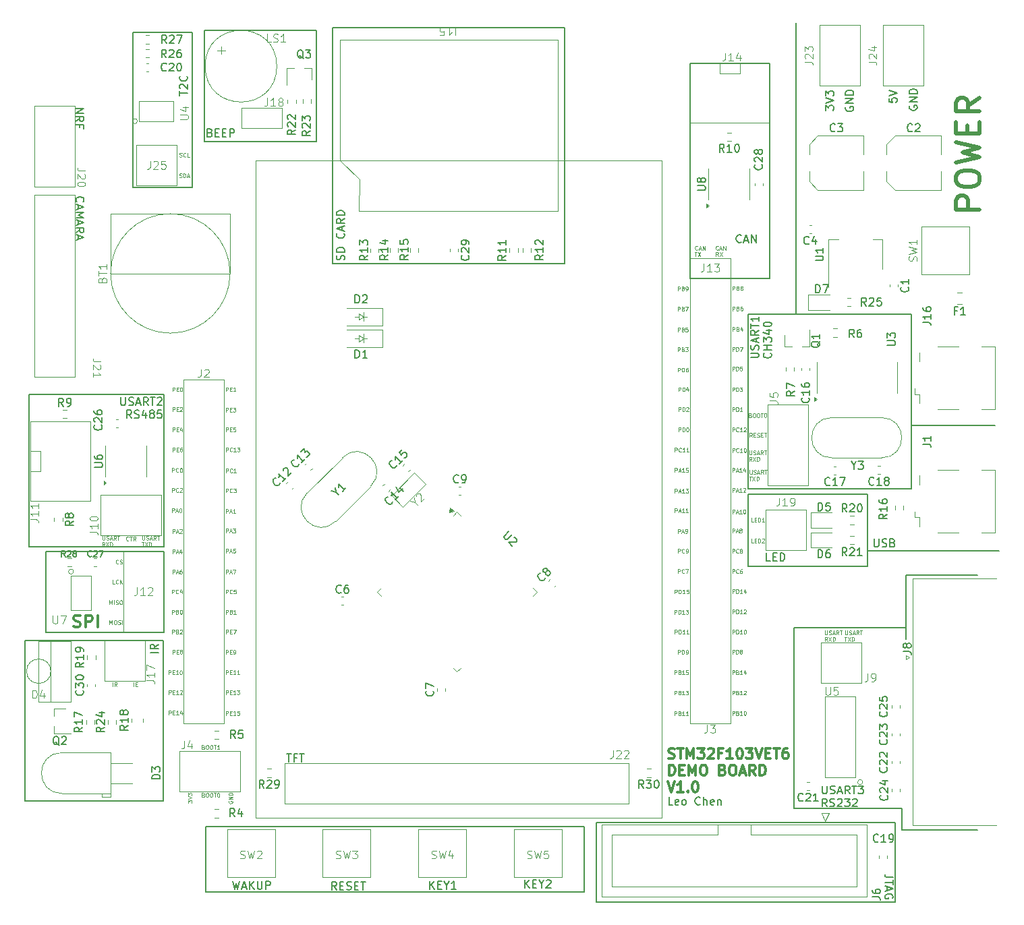
<source format=gbr>
%TF.GenerationSoftware,KiCad,Pcbnew,8.0.5*%
%TF.CreationDate,2025-04-27T01:42:02+08:00*%
%TF.ProjectId,STM32_learning,53544d33-325f-46c6-9561-726e696e672e,rev?*%
%TF.SameCoordinates,Original*%
%TF.FileFunction,Legend,Top*%
%TF.FilePolarity,Positive*%
%FSLAX46Y46*%
G04 Gerber Fmt 4.6, Leading zero omitted, Abs format (unit mm)*
G04 Created by KiCad (PCBNEW 8.0.5) date 2025-04-27 01:42:02*
%MOMM*%
%LPD*%
G01*
G04 APERTURE LIST*
%ADD10C,0.177800*%
%ADD11C,0.125000*%
%ADD12C,0.325000*%
%ADD13C,0.200000*%
%ADD14C,0.299974*%
%ADD15C,0.533400*%
%ADD16C,0.150000*%
%ADD17C,0.100000*%
%ADD18C,0.120000*%
G04 APERTURE END LIST*
D10*
X122519000Y-76091000D02*
X116500000Y-76100000D01*
X137019000Y-90091000D02*
X147519000Y-90091000D01*
X145315875Y-108871625D02*
X136315875Y-108871625D01*
X48312500Y-40450000D02*
X62312500Y-40450000D01*
X62312500Y-54450000D01*
X48312500Y-54450000D01*
X48312500Y-40450000D01*
X48450000Y-140460000D02*
X95950000Y-140460000D01*
X95950000Y-148670000D01*
X48450000Y-148670000D01*
X48450000Y-140460000D01*
X25795000Y-117065000D02*
X43135000Y-117065000D01*
X43135000Y-137225000D01*
X25795000Y-137225000D01*
X25795000Y-117065000D01*
X137019000Y-98051000D02*
X116500000Y-98050000D01*
X122519000Y-76091000D02*
X137019000Y-76091000D01*
X137019000Y-90091000D02*
X137019000Y-98051000D01*
X26285000Y-86195000D02*
X43195000Y-86195000D01*
X43195000Y-105345000D01*
X26285000Y-105345000D01*
X26285000Y-86195000D01*
X97530000Y-139957500D02*
X135000000Y-139957500D01*
X135000000Y-149947500D01*
X97530000Y-149947500D01*
X97530000Y-139957500D01*
X122315875Y-115500000D02*
X122315875Y-138141625D01*
X116500000Y-98050000D02*
X116500000Y-76100000D01*
X109225000Y-44582600D02*
X119225000Y-44582600D01*
X119225000Y-71582600D01*
X109225000Y-71582600D01*
X109225000Y-44582600D01*
X131550000Y-105850000D02*
X148050000Y-105850000D01*
X136315875Y-115500000D02*
X122315875Y-115500000D01*
X137019000Y-76091000D02*
X137019000Y-90091000D01*
X135815875Y-138141625D02*
X122315875Y-138141625D01*
X136315875Y-108871625D02*
X136315875Y-116871625D01*
X64415000Y-40100000D02*
X93500000Y-40100000D01*
X93500000Y-69710000D01*
X64415000Y-69710000D01*
X64415000Y-40100000D01*
X122519000Y-76091000D02*
X122519000Y-39500000D01*
X28439500Y-105869000D02*
X43199500Y-105869000D01*
X43199500Y-116049000D01*
X28439500Y-116049000D01*
X28439500Y-105869000D01*
X116549000Y-98721000D02*
X131499000Y-98721000D01*
X131499000Y-107721000D01*
X116549000Y-107721000D01*
X116549000Y-98721000D01*
X145315875Y-140871625D02*
X135815875Y-140871625D01*
X39289500Y-40704500D02*
X46789500Y-40704500D01*
X46789500Y-60204500D01*
X39289500Y-60204500D01*
X39289500Y-40704500D01*
X135815875Y-140871625D02*
X135815875Y-138141625D01*
D11*
X117189378Y-104782309D02*
X116951283Y-104782309D01*
X116951283Y-104782309D02*
X116951283Y-104282309D01*
X117356045Y-104520404D02*
X117522712Y-104520404D01*
X117594140Y-104782309D02*
X117356045Y-104782309D01*
X117356045Y-104782309D02*
X117356045Y-104282309D01*
X117356045Y-104282309D02*
X117594140Y-104282309D01*
X117808426Y-104782309D02*
X117808426Y-104282309D01*
X117808426Y-104282309D02*
X117927474Y-104282309D01*
X117927474Y-104282309D02*
X117998902Y-104306119D01*
X117998902Y-104306119D02*
X118046521Y-104353738D01*
X118046521Y-104353738D02*
X118070331Y-104401357D01*
X118070331Y-104401357D02*
X118094140Y-104496595D01*
X118094140Y-104496595D02*
X118094140Y-104568023D01*
X118094140Y-104568023D02*
X118070331Y-104663261D01*
X118070331Y-104663261D02*
X118046521Y-104710880D01*
X118046521Y-104710880D02*
X117998902Y-104758500D01*
X117998902Y-104758500D02*
X117927474Y-104782309D01*
X117927474Y-104782309D02*
X117808426Y-104782309D01*
X118284617Y-104329928D02*
X118308426Y-104306119D01*
X118308426Y-104306119D02*
X118356045Y-104282309D01*
X118356045Y-104282309D02*
X118475093Y-104282309D01*
X118475093Y-104282309D02*
X118522712Y-104306119D01*
X118522712Y-104306119D02*
X118546521Y-104329928D01*
X118546521Y-104329928D02*
X118570331Y-104377547D01*
X118570331Y-104377547D02*
X118570331Y-104425166D01*
X118570331Y-104425166D02*
X118546521Y-104496595D01*
X118546521Y-104496595D02*
X118260807Y-104782309D01*
X118260807Y-104782309D02*
X118570331Y-104782309D01*
X44301283Y-90832309D02*
X44301283Y-90332309D01*
X44301283Y-90332309D02*
X44491759Y-90332309D01*
X44491759Y-90332309D02*
X44539378Y-90356119D01*
X44539378Y-90356119D02*
X44563188Y-90379928D01*
X44563188Y-90379928D02*
X44586997Y-90427547D01*
X44586997Y-90427547D02*
X44586997Y-90498976D01*
X44586997Y-90498976D02*
X44563188Y-90546595D01*
X44563188Y-90546595D02*
X44539378Y-90570404D01*
X44539378Y-90570404D02*
X44491759Y-90594214D01*
X44491759Y-90594214D02*
X44301283Y-90594214D01*
X44801283Y-90570404D02*
X44967950Y-90570404D01*
X45039378Y-90832309D02*
X44801283Y-90832309D01*
X44801283Y-90832309D02*
X44801283Y-90332309D01*
X44801283Y-90332309D02*
X45039378Y-90332309D01*
X45467950Y-90498976D02*
X45467950Y-90832309D01*
X45348902Y-90308500D02*
X45229855Y-90665642D01*
X45229855Y-90665642D02*
X45539378Y-90665642D01*
X51001283Y-95982309D02*
X51001283Y-95482309D01*
X51001283Y-95482309D02*
X51191759Y-95482309D01*
X51191759Y-95482309D02*
X51239378Y-95506119D01*
X51239378Y-95506119D02*
X51263188Y-95529928D01*
X51263188Y-95529928D02*
X51286997Y-95577547D01*
X51286997Y-95577547D02*
X51286997Y-95648976D01*
X51286997Y-95648976D02*
X51263188Y-95696595D01*
X51263188Y-95696595D02*
X51239378Y-95720404D01*
X51239378Y-95720404D02*
X51191759Y-95744214D01*
X51191759Y-95744214D02*
X51001283Y-95744214D01*
X51786997Y-95934690D02*
X51763188Y-95958500D01*
X51763188Y-95958500D02*
X51691759Y-95982309D01*
X51691759Y-95982309D02*
X51644140Y-95982309D01*
X51644140Y-95982309D02*
X51572712Y-95958500D01*
X51572712Y-95958500D02*
X51525093Y-95910880D01*
X51525093Y-95910880D02*
X51501283Y-95863261D01*
X51501283Y-95863261D02*
X51477474Y-95768023D01*
X51477474Y-95768023D02*
X51477474Y-95696595D01*
X51477474Y-95696595D02*
X51501283Y-95601357D01*
X51501283Y-95601357D02*
X51525093Y-95553738D01*
X51525093Y-95553738D02*
X51572712Y-95506119D01*
X51572712Y-95506119D02*
X51644140Y-95482309D01*
X51644140Y-95482309D02*
X51691759Y-95482309D01*
X51691759Y-95482309D02*
X51763188Y-95506119D01*
X51763188Y-95506119D02*
X51786997Y-95529928D01*
X52263188Y-95982309D02*
X51977474Y-95982309D01*
X52120331Y-95982309D02*
X52120331Y-95482309D01*
X52120331Y-95482309D02*
X52072712Y-95553738D01*
X52072712Y-95553738D02*
X52025093Y-95601357D01*
X52025093Y-95601357D02*
X51977474Y-95625166D01*
X51356119Y-137236811D02*
X51332309Y-137284430D01*
X51332309Y-137284430D02*
X51332309Y-137355859D01*
X51332309Y-137355859D02*
X51356119Y-137427287D01*
X51356119Y-137427287D02*
X51403738Y-137474906D01*
X51403738Y-137474906D02*
X51451357Y-137498716D01*
X51451357Y-137498716D02*
X51546595Y-137522525D01*
X51546595Y-137522525D02*
X51618023Y-137522525D01*
X51618023Y-137522525D02*
X51713261Y-137498716D01*
X51713261Y-137498716D02*
X51760880Y-137474906D01*
X51760880Y-137474906D02*
X51808500Y-137427287D01*
X51808500Y-137427287D02*
X51832309Y-137355859D01*
X51832309Y-137355859D02*
X51832309Y-137308240D01*
X51832309Y-137308240D02*
X51808500Y-137236811D01*
X51808500Y-137236811D02*
X51784690Y-137213002D01*
X51784690Y-137213002D02*
X51618023Y-137213002D01*
X51618023Y-137213002D02*
X51618023Y-137308240D01*
X51832309Y-136998716D02*
X51332309Y-136998716D01*
X51332309Y-136998716D02*
X51832309Y-136713002D01*
X51832309Y-136713002D02*
X51332309Y-136713002D01*
X51832309Y-136474906D02*
X51332309Y-136474906D01*
X51332309Y-136474906D02*
X51332309Y-136355858D01*
X51332309Y-136355858D02*
X51356119Y-136284430D01*
X51356119Y-136284430D02*
X51403738Y-136236811D01*
X51403738Y-136236811D02*
X51451357Y-136213001D01*
X51451357Y-136213001D02*
X51546595Y-136189192D01*
X51546595Y-136189192D02*
X51618023Y-136189192D01*
X51618023Y-136189192D02*
X51713261Y-136213001D01*
X51713261Y-136213001D02*
X51760880Y-136236811D01*
X51760880Y-136236811D02*
X51808500Y-136284430D01*
X51808500Y-136284430D02*
X51832309Y-136355858D01*
X51832309Y-136355858D02*
X51832309Y-136474906D01*
X114551283Y-106082309D02*
X114551283Y-105582309D01*
X114551283Y-105582309D02*
X114741759Y-105582309D01*
X114741759Y-105582309D02*
X114789378Y-105606119D01*
X114789378Y-105606119D02*
X114813188Y-105629928D01*
X114813188Y-105629928D02*
X114836997Y-105677547D01*
X114836997Y-105677547D02*
X114836997Y-105748976D01*
X114836997Y-105748976D02*
X114813188Y-105796595D01*
X114813188Y-105796595D02*
X114789378Y-105820404D01*
X114789378Y-105820404D02*
X114741759Y-105844214D01*
X114741759Y-105844214D02*
X114551283Y-105844214D01*
X115336997Y-106034690D02*
X115313188Y-106058500D01*
X115313188Y-106058500D02*
X115241759Y-106082309D01*
X115241759Y-106082309D02*
X115194140Y-106082309D01*
X115194140Y-106082309D02*
X115122712Y-106058500D01*
X115122712Y-106058500D02*
X115075093Y-106010880D01*
X115075093Y-106010880D02*
X115051283Y-105963261D01*
X115051283Y-105963261D02*
X115027474Y-105868023D01*
X115027474Y-105868023D02*
X115027474Y-105796595D01*
X115027474Y-105796595D02*
X115051283Y-105701357D01*
X115051283Y-105701357D02*
X115075093Y-105653738D01*
X115075093Y-105653738D02*
X115122712Y-105606119D01*
X115122712Y-105606119D02*
X115194140Y-105582309D01*
X115194140Y-105582309D02*
X115241759Y-105582309D01*
X115241759Y-105582309D02*
X115313188Y-105606119D01*
X115313188Y-105606119D02*
X115336997Y-105629928D01*
X115622712Y-105796595D02*
X115575093Y-105772785D01*
X115575093Y-105772785D02*
X115551283Y-105748976D01*
X115551283Y-105748976D02*
X115527474Y-105701357D01*
X115527474Y-105701357D02*
X115527474Y-105677547D01*
X115527474Y-105677547D02*
X115551283Y-105629928D01*
X115551283Y-105629928D02*
X115575093Y-105606119D01*
X115575093Y-105606119D02*
X115622712Y-105582309D01*
X115622712Y-105582309D02*
X115717950Y-105582309D01*
X115717950Y-105582309D02*
X115765569Y-105606119D01*
X115765569Y-105606119D02*
X115789378Y-105629928D01*
X115789378Y-105629928D02*
X115813188Y-105677547D01*
X115813188Y-105677547D02*
X115813188Y-105701357D01*
X115813188Y-105701357D02*
X115789378Y-105748976D01*
X115789378Y-105748976D02*
X115765569Y-105772785D01*
X115765569Y-105772785D02*
X115717950Y-105796595D01*
X115717950Y-105796595D02*
X115622712Y-105796595D01*
X115622712Y-105796595D02*
X115575093Y-105820404D01*
X115575093Y-105820404D02*
X115551283Y-105844214D01*
X115551283Y-105844214D02*
X115527474Y-105891833D01*
X115527474Y-105891833D02*
X115527474Y-105987071D01*
X115527474Y-105987071D02*
X115551283Y-106034690D01*
X115551283Y-106034690D02*
X115575093Y-106058500D01*
X115575093Y-106058500D02*
X115622712Y-106082309D01*
X115622712Y-106082309D02*
X115717950Y-106082309D01*
X115717950Y-106082309D02*
X115765569Y-106058500D01*
X115765569Y-106058500D02*
X115789378Y-106034690D01*
X115789378Y-106034690D02*
X115813188Y-105987071D01*
X115813188Y-105987071D02*
X115813188Y-105891833D01*
X115813188Y-105891833D02*
X115789378Y-105844214D01*
X115789378Y-105844214D02*
X115765569Y-105820404D01*
X115765569Y-105820404D02*
X115717950Y-105796595D01*
X107351283Y-116232309D02*
X107351283Y-115732309D01*
X107351283Y-115732309D02*
X107541759Y-115732309D01*
X107541759Y-115732309D02*
X107589378Y-115756119D01*
X107589378Y-115756119D02*
X107613188Y-115779928D01*
X107613188Y-115779928D02*
X107636997Y-115827547D01*
X107636997Y-115827547D02*
X107636997Y-115898976D01*
X107636997Y-115898976D02*
X107613188Y-115946595D01*
X107613188Y-115946595D02*
X107589378Y-115970404D01*
X107589378Y-115970404D02*
X107541759Y-115994214D01*
X107541759Y-115994214D02*
X107351283Y-115994214D01*
X107851283Y-116232309D02*
X107851283Y-115732309D01*
X107851283Y-115732309D02*
X107970331Y-115732309D01*
X107970331Y-115732309D02*
X108041759Y-115756119D01*
X108041759Y-115756119D02*
X108089378Y-115803738D01*
X108089378Y-115803738D02*
X108113188Y-115851357D01*
X108113188Y-115851357D02*
X108136997Y-115946595D01*
X108136997Y-115946595D02*
X108136997Y-116018023D01*
X108136997Y-116018023D02*
X108113188Y-116113261D01*
X108113188Y-116113261D02*
X108089378Y-116160880D01*
X108089378Y-116160880D02*
X108041759Y-116208500D01*
X108041759Y-116208500D02*
X107970331Y-116232309D01*
X107970331Y-116232309D02*
X107851283Y-116232309D01*
X108613188Y-116232309D02*
X108327474Y-116232309D01*
X108470331Y-116232309D02*
X108470331Y-115732309D01*
X108470331Y-115732309D02*
X108422712Y-115803738D01*
X108422712Y-115803738D02*
X108375093Y-115851357D01*
X108375093Y-115851357D02*
X108327474Y-115875166D01*
X109089378Y-116232309D02*
X108803664Y-116232309D01*
X108946521Y-116232309D02*
X108946521Y-115732309D01*
X108946521Y-115732309D02*
X108898902Y-115803738D01*
X108898902Y-115803738D02*
X108851283Y-115851357D01*
X108851283Y-115851357D02*
X108803664Y-115875166D01*
X117189378Y-102182309D02*
X116951283Y-102182309D01*
X116951283Y-102182309D02*
X116951283Y-101682309D01*
X117356045Y-101920404D02*
X117522712Y-101920404D01*
X117594140Y-102182309D02*
X117356045Y-102182309D01*
X117356045Y-102182309D02*
X117356045Y-101682309D01*
X117356045Y-101682309D02*
X117594140Y-101682309D01*
X117808426Y-102182309D02*
X117808426Y-101682309D01*
X117808426Y-101682309D02*
X117927474Y-101682309D01*
X117927474Y-101682309D02*
X117998902Y-101706119D01*
X117998902Y-101706119D02*
X118046521Y-101753738D01*
X118046521Y-101753738D02*
X118070331Y-101801357D01*
X118070331Y-101801357D02*
X118094140Y-101896595D01*
X118094140Y-101896595D02*
X118094140Y-101968023D01*
X118094140Y-101968023D02*
X118070331Y-102063261D01*
X118070331Y-102063261D02*
X118046521Y-102110880D01*
X118046521Y-102110880D02*
X117998902Y-102158500D01*
X117998902Y-102158500D02*
X117927474Y-102182309D01*
X117927474Y-102182309D02*
X117808426Y-102182309D01*
X118570331Y-102182309D02*
X118284617Y-102182309D01*
X118427474Y-102182309D02*
X118427474Y-101682309D01*
X118427474Y-101682309D02*
X118379855Y-101753738D01*
X118379855Y-101753738D02*
X118332236Y-101801357D01*
X118332236Y-101801357D02*
X118284617Y-101825166D01*
X116701283Y-93227337D02*
X116701283Y-93632099D01*
X116701283Y-93632099D02*
X116725093Y-93679718D01*
X116725093Y-93679718D02*
X116748902Y-93703528D01*
X116748902Y-93703528D02*
X116796521Y-93727337D01*
X116796521Y-93727337D02*
X116891759Y-93727337D01*
X116891759Y-93727337D02*
X116939378Y-93703528D01*
X116939378Y-93703528D02*
X116963188Y-93679718D01*
X116963188Y-93679718D02*
X116986997Y-93632099D01*
X116986997Y-93632099D02*
X116986997Y-93227337D01*
X117201284Y-93703528D02*
X117272712Y-93727337D01*
X117272712Y-93727337D02*
X117391760Y-93727337D01*
X117391760Y-93727337D02*
X117439379Y-93703528D01*
X117439379Y-93703528D02*
X117463188Y-93679718D01*
X117463188Y-93679718D02*
X117486998Y-93632099D01*
X117486998Y-93632099D02*
X117486998Y-93584480D01*
X117486998Y-93584480D02*
X117463188Y-93536861D01*
X117463188Y-93536861D02*
X117439379Y-93513051D01*
X117439379Y-93513051D02*
X117391760Y-93489242D01*
X117391760Y-93489242D02*
X117296522Y-93465432D01*
X117296522Y-93465432D02*
X117248903Y-93441623D01*
X117248903Y-93441623D02*
X117225093Y-93417813D01*
X117225093Y-93417813D02*
X117201284Y-93370194D01*
X117201284Y-93370194D02*
X117201284Y-93322575D01*
X117201284Y-93322575D02*
X117225093Y-93274956D01*
X117225093Y-93274956D02*
X117248903Y-93251147D01*
X117248903Y-93251147D02*
X117296522Y-93227337D01*
X117296522Y-93227337D02*
X117415569Y-93227337D01*
X117415569Y-93227337D02*
X117486998Y-93251147D01*
X117677474Y-93584480D02*
X117915569Y-93584480D01*
X117629855Y-93727337D02*
X117796521Y-93227337D01*
X117796521Y-93227337D02*
X117963188Y-93727337D01*
X118415568Y-93727337D02*
X118248902Y-93489242D01*
X118129854Y-93727337D02*
X118129854Y-93227337D01*
X118129854Y-93227337D02*
X118320330Y-93227337D01*
X118320330Y-93227337D02*
X118367949Y-93251147D01*
X118367949Y-93251147D02*
X118391759Y-93274956D01*
X118391759Y-93274956D02*
X118415568Y-93322575D01*
X118415568Y-93322575D02*
X118415568Y-93394004D01*
X118415568Y-93394004D02*
X118391759Y-93441623D01*
X118391759Y-93441623D02*
X118367949Y-93465432D01*
X118367949Y-93465432D02*
X118320330Y-93489242D01*
X118320330Y-93489242D02*
X118129854Y-93489242D01*
X118558426Y-93227337D02*
X118844140Y-93227337D01*
X118701283Y-93727337D02*
X118701283Y-93227337D01*
X116986997Y-94532309D02*
X116820331Y-94294214D01*
X116701283Y-94532309D02*
X116701283Y-94032309D01*
X116701283Y-94032309D02*
X116891759Y-94032309D01*
X116891759Y-94032309D02*
X116939378Y-94056119D01*
X116939378Y-94056119D02*
X116963188Y-94079928D01*
X116963188Y-94079928D02*
X116986997Y-94127547D01*
X116986997Y-94127547D02*
X116986997Y-94198976D01*
X116986997Y-94198976D02*
X116963188Y-94246595D01*
X116963188Y-94246595D02*
X116939378Y-94270404D01*
X116939378Y-94270404D02*
X116891759Y-94294214D01*
X116891759Y-94294214D02*
X116701283Y-94294214D01*
X117153664Y-94032309D02*
X117486997Y-94532309D01*
X117486997Y-94032309D02*
X117153664Y-94532309D01*
X117677473Y-94532309D02*
X117677473Y-94032309D01*
X117677473Y-94032309D02*
X117796521Y-94032309D01*
X117796521Y-94032309D02*
X117867949Y-94056119D01*
X117867949Y-94056119D02*
X117915568Y-94103738D01*
X117915568Y-94103738D02*
X117939378Y-94151357D01*
X117939378Y-94151357D02*
X117963187Y-94246595D01*
X117963187Y-94246595D02*
X117963187Y-94318023D01*
X117963187Y-94318023D02*
X117939378Y-94413261D01*
X117939378Y-94413261D02*
X117915568Y-94460880D01*
X117915568Y-94460880D02*
X117867949Y-94508500D01*
X117867949Y-94508500D02*
X117796521Y-94532309D01*
X117796521Y-94532309D02*
X117677473Y-94532309D01*
X51001283Y-103532309D02*
X51001283Y-103032309D01*
X51001283Y-103032309D02*
X51191759Y-103032309D01*
X51191759Y-103032309D02*
X51239378Y-103056119D01*
X51239378Y-103056119D02*
X51263188Y-103079928D01*
X51263188Y-103079928D02*
X51286997Y-103127547D01*
X51286997Y-103127547D02*
X51286997Y-103198976D01*
X51286997Y-103198976D02*
X51263188Y-103246595D01*
X51263188Y-103246595D02*
X51239378Y-103270404D01*
X51239378Y-103270404D02*
X51191759Y-103294214D01*
X51191759Y-103294214D02*
X51001283Y-103294214D01*
X51477474Y-103389452D02*
X51715569Y-103389452D01*
X51429855Y-103532309D02*
X51596521Y-103032309D01*
X51596521Y-103032309D02*
X51763188Y-103532309D01*
X51882235Y-103032309D02*
X52191759Y-103032309D01*
X52191759Y-103032309D02*
X52025092Y-103222785D01*
X52025092Y-103222785D02*
X52096521Y-103222785D01*
X52096521Y-103222785D02*
X52144140Y-103246595D01*
X52144140Y-103246595D02*
X52167949Y-103270404D01*
X52167949Y-103270404D02*
X52191759Y-103318023D01*
X52191759Y-103318023D02*
X52191759Y-103437071D01*
X52191759Y-103437071D02*
X52167949Y-103484690D01*
X52167949Y-103484690D02*
X52144140Y-103508500D01*
X52144140Y-103508500D02*
X52096521Y-103532309D01*
X52096521Y-103532309D02*
X51953664Y-103532309D01*
X51953664Y-103532309D02*
X51906045Y-103508500D01*
X51906045Y-103508500D02*
X51882235Y-103484690D01*
X114551283Y-116232309D02*
X114551283Y-115732309D01*
X114551283Y-115732309D02*
X114741759Y-115732309D01*
X114741759Y-115732309D02*
X114789378Y-115756119D01*
X114789378Y-115756119D02*
X114813188Y-115779928D01*
X114813188Y-115779928D02*
X114836997Y-115827547D01*
X114836997Y-115827547D02*
X114836997Y-115898976D01*
X114836997Y-115898976D02*
X114813188Y-115946595D01*
X114813188Y-115946595D02*
X114789378Y-115970404D01*
X114789378Y-115970404D02*
X114741759Y-115994214D01*
X114741759Y-115994214D02*
X114551283Y-115994214D01*
X115051283Y-116232309D02*
X115051283Y-115732309D01*
X115051283Y-115732309D02*
X115170331Y-115732309D01*
X115170331Y-115732309D02*
X115241759Y-115756119D01*
X115241759Y-115756119D02*
X115289378Y-115803738D01*
X115289378Y-115803738D02*
X115313188Y-115851357D01*
X115313188Y-115851357D02*
X115336997Y-115946595D01*
X115336997Y-115946595D02*
X115336997Y-116018023D01*
X115336997Y-116018023D02*
X115313188Y-116113261D01*
X115313188Y-116113261D02*
X115289378Y-116160880D01*
X115289378Y-116160880D02*
X115241759Y-116208500D01*
X115241759Y-116208500D02*
X115170331Y-116232309D01*
X115170331Y-116232309D02*
X115051283Y-116232309D01*
X115813188Y-116232309D02*
X115527474Y-116232309D01*
X115670331Y-116232309D02*
X115670331Y-115732309D01*
X115670331Y-115732309D02*
X115622712Y-115803738D01*
X115622712Y-115803738D02*
X115575093Y-115851357D01*
X115575093Y-115851357D02*
X115527474Y-115875166D01*
X116122711Y-115732309D02*
X116170330Y-115732309D01*
X116170330Y-115732309D02*
X116217949Y-115756119D01*
X116217949Y-115756119D02*
X116241759Y-115779928D01*
X116241759Y-115779928D02*
X116265568Y-115827547D01*
X116265568Y-115827547D02*
X116289378Y-115922785D01*
X116289378Y-115922785D02*
X116289378Y-116041833D01*
X116289378Y-116041833D02*
X116265568Y-116137071D01*
X116265568Y-116137071D02*
X116241759Y-116184690D01*
X116241759Y-116184690D02*
X116217949Y-116208500D01*
X116217949Y-116208500D02*
X116170330Y-116232309D01*
X116170330Y-116232309D02*
X116122711Y-116232309D01*
X116122711Y-116232309D02*
X116075092Y-116208500D01*
X116075092Y-116208500D02*
X116051283Y-116184690D01*
X116051283Y-116184690D02*
X116027473Y-116137071D01*
X116027473Y-116137071D02*
X116003664Y-116041833D01*
X116003664Y-116041833D02*
X116003664Y-115922785D01*
X116003664Y-115922785D02*
X116027473Y-115827547D01*
X116027473Y-115827547D02*
X116051283Y-115779928D01*
X116051283Y-115779928D02*
X116075092Y-115756119D01*
X116075092Y-115756119D02*
X116122711Y-115732309D01*
X114551283Y-90832309D02*
X114551283Y-90332309D01*
X114551283Y-90332309D02*
X114741759Y-90332309D01*
X114741759Y-90332309D02*
X114789378Y-90356119D01*
X114789378Y-90356119D02*
X114813188Y-90379928D01*
X114813188Y-90379928D02*
X114836997Y-90427547D01*
X114836997Y-90427547D02*
X114836997Y-90498976D01*
X114836997Y-90498976D02*
X114813188Y-90546595D01*
X114813188Y-90546595D02*
X114789378Y-90570404D01*
X114789378Y-90570404D02*
X114741759Y-90594214D01*
X114741759Y-90594214D02*
X114551283Y-90594214D01*
X115336997Y-90784690D02*
X115313188Y-90808500D01*
X115313188Y-90808500D02*
X115241759Y-90832309D01*
X115241759Y-90832309D02*
X115194140Y-90832309D01*
X115194140Y-90832309D02*
X115122712Y-90808500D01*
X115122712Y-90808500D02*
X115075093Y-90760880D01*
X115075093Y-90760880D02*
X115051283Y-90713261D01*
X115051283Y-90713261D02*
X115027474Y-90618023D01*
X115027474Y-90618023D02*
X115027474Y-90546595D01*
X115027474Y-90546595D02*
X115051283Y-90451357D01*
X115051283Y-90451357D02*
X115075093Y-90403738D01*
X115075093Y-90403738D02*
X115122712Y-90356119D01*
X115122712Y-90356119D02*
X115194140Y-90332309D01*
X115194140Y-90332309D02*
X115241759Y-90332309D01*
X115241759Y-90332309D02*
X115313188Y-90356119D01*
X115313188Y-90356119D02*
X115336997Y-90379928D01*
X115813188Y-90832309D02*
X115527474Y-90832309D01*
X115670331Y-90832309D02*
X115670331Y-90332309D01*
X115670331Y-90332309D02*
X115622712Y-90403738D01*
X115622712Y-90403738D02*
X115575093Y-90451357D01*
X115575093Y-90451357D02*
X115527474Y-90475166D01*
X116003664Y-90379928D02*
X116027473Y-90356119D01*
X116027473Y-90356119D02*
X116075092Y-90332309D01*
X116075092Y-90332309D02*
X116194140Y-90332309D01*
X116194140Y-90332309D02*
X116241759Y-90356119D01*
X116241759Y-90356119D02*
X116265568Y-90379928D01*
X116265568Y-90379928D02*
X116289378Y-90427547D01*
X116289378Y-90427547D02*
X116289378Y-90475166D01*
X116289378Y-90475166D02*
X116265568Y-90546595D01*
X116265568Y-90546595D02*
X115979854Y-90832309D01*
X115979854Y-90832309D02*
X116289378Y-90832309D01*
D10*
X32266863Y-61996495D02*
X32219245Y-61948876D01*
X32219245Y-61948876D02*
X32171626Y-61806019D01*
X32171626Y-61806019D02*
X32171626Y-61710781D01*
X32171626Y-61710781D02*
X32219245Y-61567924D01*
X32219245Y-61567924D02*
X32314482Y-61472686D01*
X32314482Y-61472686D02*
X32409720Y-61425067D01*
X32409720Y-61425067D02*
X32600196Y-61377448D01*
X32600196Y-61377448D02*
X32743053Y-61377448D01*
X32743053Y-61377448D02*
X32933529Y-61425067D01*
X32933529Y-61425067D02*
X33028767Y-61472686D01*
X33028767Y-61472686D02*
X33124005Y-61567924D01*
X33124005Y-61567924D02*
X33171624Y-61710781D01*
X33171624Y-61710781D02*
X33171624Y-61806019D01*
X33171624Y-61806019D02*
X33124005Y-61948876D01*
X33124005Y-61948876D02*
X33076386Y-61996495D01*
X32457339Y-62377446D02*
X32457339Y-62853636D01*
X32171626Y-62282208D02*
X33171624Y-62615541D01*
X33171624Y-62615541D02*
X32171626Y-62948874D01*
X32171626Y-63282206D02*
X33171624Y-63282206D01*
X33171624Y-63282206D02*
X32457339Y-63615539D01*
X32457339Y-63615539D02*
X33171624Y-63948872D01*
X33171624Y-63948872D02*
X32171626Y-63948872D01*
X32457339Y-64377442D02*
X32457339Y-64853632D01*
X32171626Y-64282204D02*
X33171624Y-64615537D01*
X33171624Y-64615537D02*
X32171626Y-64948870D01*
X32171626Y-65853630D02*
X32647815Y-65520297D01*
X32171626Y-65282202D02*
X33171624Y-65282202D01*
X33171624Y-65282202D02*
X33171624Y-65663154D01*
X33171624Y-65663154D02*
X33124005Y-65758392D01*
X33124005Y-65758392D02*
X33076386Y-65806011D01*
X33076386Y-65806011D02*
X32981148Y-65853630D01*
X32981148Y-65853630D02*
X32838291Y-65853630D01*
X32838291Y-65853630D02*
X32743053Y-65806011D01*
X32743053Y-65806011D02*
X32695434Y-65758392D01*
X32695434Y-65758392D02*
X32647815Y-65663154D01*
X32647815Y-65663154D02*
X32647815Y-65282202D01*
X32457339Y-66234581D02*
X32457339Y-66710771D01*
X32171626Y-66139343D02*
X33171624Y-66472676D01*
X33171624Y-66472676D02*
X32171626Y-66806009D01*
D11*
X51001283Y-85782309D02*
X51001283Y-85282309D01*
X51001283Y-85282309D02*
X51191759Y-85282309D01*
X51191759Y-85282309D02*
X51239378Y-85306119D01*
X51239378Y-85306119D02*
X51263188Y-85329928D01*
X51263188Y-85329928D02*
X51286997Y-85377547D01*
X51286997Y-85377547D02*
X51286997Y-85448976D01*
X51286997Y-85448976D02*
X51263188Y-85496595D01*
X51263188Y-85496595D02*
X51239378Y-85520404D01*
X51239378Y-85520404D02*
X51191759Y-85544214D01*
X51191759Y-85544214D02*
X51001283Y-85544214D01*
X51501283Y-85520404D02*
X51667950Y-85520404D01*
X51739378Y-85782309D02*
X51501283Y-85782309D01*
X51501283Y-85782309D02*
X51501283Y-85282309D01*
X51501283Y-85282309D02*
X51739378Y-85282309D01*
X52215569Y-85782309D02*
X51929855Y-85782309D01*
X52072712Y-85782309D02*
X52072712Y-85282309D01*
X52072712Y-85282309D02*
X52025093Y-85353738D01*
X52025093Y-85353738D02*
X51977474Y-85401357D01*
X51977474Y-85401357D02*
X51929855Y-85425166D01*
X44301283Y-103582309D02*
X44301283Y-103082309D01*
X44301283Y-103082309D02*
X44491759Y-103082309D01*
X44491759Y-103082309D02*
X44539378Y-103106119D01*
X44539378Y-103106119D02*
X44563188Y-103129928D01*
X44563188Y-103129928D02*
X44586997Y-103177547D01*
X44586997Y-103177547D02*
X44586997Y-103248976D01*
X44586997Y-103248976D02*
X44563188Y-103296595D01*
X44563188Y-103296595D02*
X44539378Y-103320404D01*
X44539378Y-103320404D02*
X44491759Y-103344214D01*
X44491759Y-103344214D02*
X44301283Y-103344214D01*
X44777474Y-103439452D02*
X45015569Y-103439452D01*
X44729855Y-103582309D02*
X44896521Y-103082309D01*
X44896521Y-103082309D02*
X45063188Y-103582309D01*
X45206045Y-103129928D02*
X45229854Y-103106119D01*
X45229854Y-103106119D02*
X45277473Y-103082309D01*
X45277473Y-103082309D02*
X45396521Y-103082309D01*
X45396521Y-103082309D02*
X45444140Y-103106119D01*
X45444140Y-103106119D02*
X45467949Y-103129928D01*
X45467949Y-103129928D02*
X45491759Y-103177547D01*
X45491759Y-103177547D02*
X45491759Y-103225166D01*
X45491759Y-103225166D02*
X45467949Y-103296595D01*
X45467949Y-103296595D02*
X45182235Y-103582309D01*
X45182235Y-103582309D02*
X45491759Y-103582309D01*
X44251283Y-111182309D02*
X44251283Y-110682309D01*
X44251283Y-110682309D02*
X44441759Y-110682309D01*
X44441759Y-110682309D02*
X44489378Y-110706119D01*
X44489378Y-110706119D02*
X44513188Y-110729928D01*
X44513188Y-110729928D02*
X44536997Y-110777547D01*
X44536997Y-110777547D02*
X44536997Y-110848976D01*
X44536997Y-110848976D02*
X44513188Y-110896595D01*
X44513188Y-110896595D02*
X44489378Y-110920404D01*
X44489378Y-110920404D02*
X44441759Y-110944214D01*
X44441759Y-110944214D02*
X44251283Y-110944214D01*
X45036997Y-111134690D02*
X45013188Y-111158500D01*
X45013188Y-111158500D02*
X44941759Y-111182309D01*
X44941759Y-111182309D02*
X44894140Y-111182309D01*
X44894140Y-111182309D02*
X44822712Y-111158500D01*
X44822712Y-111158500D02*
X44775093Y-111110880D01*
X44775093Y-111110880D02*
X44751283Y-111063261D01*
X44751283Y-111063261D02*
X44727474Y-110968023D01*
X44727474Y-110968023D02*
X44727474Y-110896595D01*
X44727474Y-110896595D02*
X44751283Y-110801357D01*
X44751283Y-110801357D02*
X44775093Y-110753738D01*
X44775093Y-110753738D02*
X44822712Y-110706119D01*
X44822712Y-110706119D02*
X44894140Y-110682309D01*
X44894140Y-110682309D02*
X44941759Y-110682309D01*
X44941759Y-110682309D02*
X45013188Y-110706119D01*
X45013188Y-110706119D02*
X45036997Y-110729928D01*
X45465569Y-110848976D02*
X45465569Y-111182309D01*
X45346521Y-110658500D02*
X45227474Y-111015642D01*
X45227474Y-111015642D02*
X45536997Y-111015642D01*
X43851283Y-126382309D02*
X43851283Y-125882309D01*
X43851283Y-125882309D02*
X44041759Y-125882309D01*
X44041759Y-125882309D02*
X44089378Y-125906119D01*
X44089378Y-125906119D02*
X44113188Y-125929928D01*
X44113188Y-125929928D02*
X44136997Y-125977547D01*
X44136997Y-125977547D02*
X44136997Y-126048976D01*
X44136997Y-126048976D02*
X44113188Y-126096595D01*
X44113188Y-126096595D02*
X44089378Y-126120404D01*
X44089378Y-126120404D02*
X44041759Y-126144214D01*
X44041759Y-126144214D02*
X43851283Y-126144214D01*
X44351283Y-126120404D02*
X44517950Y-126120404D01*
X44589378Y-126382309D02*
X44351283Y-126382309D01*
X44351283Y-126382309D02*
X44351283Y-125882309D01*
X44351283Y-125882309D02*
X44589378Y-125882309D01*
X45065569Y-126382309D02*
X44779855Y-126382309D01*
X44922712Y-126382309D02*
X44922712Y-125882309D01*
X44922712Y-125882309D02*
X44875093Y-125953738D01*
X44875093Y-125953738D02*
X44827474Y-126001357D01*
X44827474Y-126001357D02*
X44779855Y-126025166D01*
X45494140Y-126048976D02*
X45494140Y-126382309D01*
X45375092Y-125858500D02*
X45256045Y-126215642D01*
X45256045Y-126215642D02*
X45565568Y-126215642D01*
D10*
X88495067Y-148148373D02*
X88495067Y-147148375D01*
X89066495Y-148148373D02*
X88637924Y-147576946D01*
X89066495Y-147148375D02*
X88495067Y-147719803D01*
X89495065Y-147624565D02*
X89828398Y-147624565D01*
X89971255Y-148148373D02*
X89495065Y-148148373D01*
X89495065Y-148148373D02*
X89495065Y-147148375D01*
X89495065Y-147148375D02*
X89971255Y-147148375D01*
X90590301Y-147672184D02*
X90590301Y-148148373D01*
X90256968Y-147148375D02*
X90590301Y-147672184D01*
X90590301Y-147672184D02*
X90923634Y-147148375D01*
X91209347Y-147243613D02*
X91256966Y-147195994D01*
X91256966Y-147195994D02*
X91352204Y-147148375D01*
X91352204Y-147148375D02*
X91590299Y-147148375D01*
X91590299Y-147148375D02*
X91685537Y-147195994D01*
X91685537Y-147195994D02*
X91733156Y-147243613D01*
X91733156Y-147243613D02*
X91780775Y-147338851D01*
X91780775Y-147338851D02*
X91780775Y-147434089D01*
X91780775Y-147434089D02*
X91733156Y-147576946D01*
X91733156Y-147576946D02*
X91161728Y-148148373D01*
X91161728Y-148148373D02*
X91780775Y-148148373D01*
D11*
X43851283Y-123832309D02*
X43851283Y-123332309D01*
X43851283Y-123332309D02*
X44041759Y-123332309D01*
X44041759Y-123332309D02*
X44089378Y-123356119D01*
X44089378Y-123356119D02*
X44113188Y-123379928D01*
X44113188Y-123379928D02*
X44136997Y-123427547D01*
X44136997Y-123427547D02*
X44136997Y-123498976D01*
X44136997Y-123498976D02*
X44113188Y-123546595D01*
X44113188Y-123546595D02*
X44089378Y-123570404D01*
X44089378Y-123570404D02*
X44041759Y-123594214D01*
X44041759Y-123594214D02*
X43851283Y-123594214D01*
X44351283Y-123570404D02*
X44517950Y-123570404D01*
X44589378Y-123832309D02*
X44351283Y-123832309D01*
X44351283Y-123832309D02*
X44351283Y-123332309D01*
X44351283Y-123332309D02*
X44589378Y-123332309D01*
X45065569Y-123832309D02*
X44779855Y-123832309D01*
X44922712Y-123832309D02*
X44922712Y-123332309D01*
X44922712Y-123332309D02*
X44875093Y-123403738D01*
X44875093Y-123403738D02*
X44827474Y-123451357D01*
X44827474Y-123451357D02*
X44779855Y-123475166D01*
X45256045Y-123379928D02*
X45279854Y-123356119D01*
X45279854Y-123356119D02*
X45327473Y-123332309D01*
X45327473Y-123332309D02*
X45446521Y-123332309D01*
X45446521Y-123332309D02*
X45494140Y-123356119D01*
X45494140Y-123356119D02*
X45517949Y-123379928D01*
X45517949Y-123379928D02*
X45541759Y-123427547D01*
X45541759Y-123427547D02*
X45541759Y-123475166D01*
X45541759Y-123475166D02*
X45517949Y-123546595D01*
X45517949Y-123546595D02*
X45232235Y-123832309D01*
X45232235Y-123832309D02*
X45541759Y-123832309D01*
X107301283Y-126482309D02*
X107301283Y-125982309D01*
X107301283Y-125982309D02*
X107491759Y-125982309D01*
X107491759Y-125982309D02*
X107539378Y-126006119D01*
X107539378Y-126006119D02*
X107563188Y-126029928D01*
X107563188Y-126029928D02*
X107586997Y-126077547D01*
X107586997Y-126077547D02*
X107586997Y-126148976D01*
X107586997Y-126148976D02*
X107563188Y-126196595D01*
X107563188Y-126196595D02*
X107539378Y-126220404D01*
X107539378Y-126220404D02*
X107491759Y-126244214D01*
X107491759Y-126244214D02*
X107301283Y-126244214D01*
X107967950Y-126220404D02*
X108039378Y-126244214D01*
X108039378Y-126244214D02*
X108063188Y-126268023D01*
X108063188Y-126268023D02*
X108086997Y-126315642D01*
X108086997Y-126315642D02*
X108086997Y-126387071D01*
X108086997Y-126387071D02*
X108063188Y-126434690D01*
X108063188Y-126434690D02*
X108039378Y-126458500D01*
X108039378Y-126458500D02*
X107991759Y-126482309D01*
X107991759Y-126482309D02*
X107801283Y-126482309D01*
X107801283Y-126482309D02*
X107801283Y-125982309D01*
X107801283Y-125982309D02*
X107967950Y-125982309D01*
X107967950Y-125982309D02*
X108015569Y-126006119D01*
X108015569Y-126006119D02*
X108039378Y-126029928D01*
X108039378Y-126029928D02*
X108063188Y-126077547D01*
X108063188Y-126077547D02*
X108063188Y-126125166D01*
X108063188Y-126125166D02*
X108039378Y-126172785D01*
X108039378Y-126172785D02*
X108015569Y-126196595D01*
X108015569Y-126196595D02*
X107967950Y-126220404D01*
X107967950Y-126220404D02*
X107801283Y-126220404D01*
X108563188Y-126482309D02*
X108277474Y-126482309D01*
X108420331Y-126482309D02*
X108420331Y-125982309D01*
X108420331Y-125982309D02*
X108372712Y-126053738D01*
X108372712Y-126053738D02*
X108325093Y-126101357D01*
X108325093Y-126101357D02*
X108277474Y-126125166D01*
X109039378Y-126482309D02*
X108753664Y-126482309D01*
X108896521Y-126482309D02*
X108896521Y-125982309D01*
X108896521Y-125982309D02*
X108848902Y-126053738D01*
X108848902Y-126053738D02*
X108801283Y-126101357D01*
X108801283Y-126101357D02*
X108753664Y-126125166D01*
D10*
X65835755Y-69272551D02*
X65883373Y-69129694D01*
X65883373Y-69129694D02*
X65883373Y-68891599D01*
X65883373Y-68891599D02*
X65835755Y-68796361D01*
X65835755Y-68796361D02*
X65788136Y-68748742D01*
X65788136Y-68748742D02*
X65692898Y-68701123D01*
X65692898Y-68701123D02*
X65597660Y-68701123D01*
X65597660Y-68701123D02*
X65502422Y-68748742D01*
X65502422Y-68748742D02*
X65454803Y-68796361D01*
X65454803Y-68796361D02*
X65407184Y-68891599D01*
X65407184Y-68891599D02*
X65359565Y-69082075D01*
X65359565Y-69082075D02*
X65311946Y-69177313D01*
X65311946Y-69177313D02*
X65264327Y-69224932D01*
X65264327Y-69224932D02*
X65169089Y-69272551D01*
X65169089Y-69272551D02*
X65073851Y-69272551D01*
X65073851Y-69272551D02*
X64978613Y-69224932D01*
X64978613Y-69224932D02*
X64930994Y-69177313D01*
X64930994Y-69177313D02*
X64883375Y-69082075D01*
X64883375Y-69082075D02*
X64883375Y-68843980D01*
X64883375Y-68843980D02*
X64930994Y-68701123D01*
X65883373Y-68272553D02*
X64883375Y-68272553D01*
X64883375Y-68272553D02*
X64883375Y-68034458D01*
X64883375Y-68034458D02*
X64930994Y-67891601D01*
X64930994Y-67891601D02*
X65026232Y-67796363D01*
X65026232Y-67796363D02*
X65121470Y-67748744D01*
X65121470Y-67748744D02*
X65311946Y-67701125D01*
X65311946Y-67701125D02*
X65454803Y-67701125D01*
X65454803Y-67701125D02*
X65645279Y-67748744D01*
X65645279Y-67748744D02*
X65740517Y-67796363D01*
X65740517Y-67796363D02*
X65835755Y-67891601D01*
X65835755Y-67891601D02*
X65883373Y-68034458D01*
X65883373Y-68034458D02*
X65883373Y-68272553D01*
X65788136Y-65939224D02*
X65835755Y-65986843D01*
X65835755Y-65986843D02*
X65883373Y-66129700D01*
X65883373Y-66129700D02*
X65883373Y-66224938D01*
X65883373Y-66224938D02*
X65835755Y-66367795D01*
X65835755Y-66367795D02*
X65740517Y-66463033D01*
X65740517Y-66463033D02*
X65645279Y-66510652D01*
X65645279Y-66510652D02*
X65454803Y-66558271D01*
X65454803Y-66558271D02*
X65311946Y-66558271D01*
X65311946Y-66558271D02*
X65121470Y-66510652D01*
X65121470Y-66510652D02*
X65026232Y-66463033D01*
X65026232Y-66463033D02*
X64930994Y-66367795D01*
X64930994Y-66367795D02*
X64883375Y-66224938D01*
X64883375Y-66224938D02*
X64883375Y-66129700D01*
X64883375Y-66129700D02*
X64930994Y-65986843D01*
X64930994Y-65986843D02*
X64978613Y-65939224D01*
X65597660Y-65558273D02*
X65597660Y-65082083D01*
X65883373Y-65653511D02*
X64883375Y-65320178D01*
X64883375Y-65320178D02*
X65883373Y-64986845D01*
X65883373Y-64082085D02*
X65407184Y-64415418D01*
X65883373Y-64653513D02*
X64883375Y-64653513D01*
X64883375Y-64653513D02*
X64883375Y-64272561D01*
X64883375Y-64272561D02*
X64930994Y-64177323D01*
X64930994Y-64177323D02*
X64978613Y-64129704D01*
X64978613Y-64129704D02*
X65073851Y-64082085D01*
X65073851Y-64082085D02*
X65216708Y-64082085D01*
X65216708Y-64082085D02*
X65311946Y-64129704D01*
X65311946Y-64129704D02*
X65359565Y-64177323D01*
X65359565Y-64177323D02*
X65407184Y-64272561D01*
X65407184Y-64272561D02*
X65407184Y-64653513D01*
X65883373Y-63653515D02*
X64883375Y-63653515D01*
X64883375Y-63653515D02*
X64883375Y-63415420D01*
X64883375Y-63415420D02*
X64930994Y-63272563D01*
X64930994Y-63272563D02*
X65026232Y-63177325D01*
X65026232Y-63177325D02*
X65121470Y-63129706D01*
X65121470Y-63129706D02*
X65311946Y-63082087D01*
X65311946Y-63082087D02*
X65454803Y-63082087D01*
X65454803Y-63082087D02*
X65645279Y-63129706D01*
X65645279Y-63129706D02*
X65740517Y-63177325D01*
X65740517Y-63177325D02*
X65835755Y-63272563D01*
X65835755Y-63272563D02*
X65883373Y-63415420D01*
X65883373Y-63415420D02*
X65883373Y-63653515D01*
X32131626Y-50255067D02*
X33131624Y-50255067D01*
X33131624Y-50255067D02*
X32131626Y-50826495D01*
X32131626Y-50826495D02*
X33131624Y-50826495D01*
X32131626Y-51874112D02*
X32607815Y-51540779D01*
X32131626Y-51302684D02*
X33131624Y-51302684D01*
X33131624Y-51302684D02*
X33131624Y-51683636D01*
X33131624Y-51683636D02*
X33084005Y-51778874D01*
X33084005Y-51778874D02*
X33036386Y-51826493D01*
X33036386Y-51826493D02*
X32941148Y-51874112D01*
X32941148Y-51874112D02*
X32798291Y-51874112D01*
X32798291Y-51874112D02*
X32703053Y-51826493D01*
X32703053Y-51826493D02*
X32655434Y-51778874D01*
X32655434Y-51778874D02*
X32607815Y-51683636D01*
X32607815Y-51683636D02*
X32607815Y-51302684D01*
X32655434Y-52636015D02*
X32655434Y-52302682D01*
X32131626Y-52302682D02*
X33131624Y-52302682D01*
X33131624Y-52302682D02*
X33131624Y-52778872D01*
D11*
X44251283Y-98432309D02*
X44251283Y-97932309D01*
X44251283Y-97932309D02*
X44441759Y-97932309D01*
X44441759Y-97932309D02*
X44489378Y-97956119D01*
X44489378Y-97956119D02*
X44513188Y-97979928D01*
X44513188Y-97979928D02*
X44536997Y-98027547D01*
X44536997Y-98027547D02*
X44536997Y-98098976D01*
X44536997Y-98098976D02*
X44513188Y-98146595D01*
X44513188Y-98146595D02*
X44489378Y-98170404D01*
X44489378Y-98170404D02*
X44441759Y-98194214D01*
X44441759Y-98194214D02*
X44251283Y-98194214D01*
X45036997Y-98384690D02*
X45013188Y-98408500D01*
X45013188Y-98408500D02*
X44941759Y-98432309D01*
X44941759Y-98432309D02*
X44894140Y-98432309D01*
X44894140Y-98432309D02*
X44822712Y-98408500D01*
X44822712Y-98408500D02*
X44775093Y-98360880D01*
X44775093Y-98360880D02*
X44751283Y-98313261D01*
X44751283Y-98313261D02*
X44727474Y-98218023D01*
X44727474Y-98218023D02*
X44727474Y-98146595D01*
X44727474Y-98146595D02*
X44751283Y-98051357D01*
X44751283Y-98051357D02*
X44775093Y-98003738D01*
X44775093Y-98003738D02*
X44822712Y-97956119D01*
X44822712Y-97956119D02*
X44894140Y-97932309D01*
X44894140Y-97932309D02*
X44941759Y-97932309D01*
X44941759Y-97932309D02*
X45013188Y-97956119D01*
X45013188Y-97956119D02*
X45036997Y-97979928D01*
X45227474Y-97979928D02*
X45251283Y-97956119D01*
X45251283Y-97956119D02*
X45298902Y-97932309D01*
X45298902Y-97932309D02*
X45417950Y-97932309D01*
X45417950Y-97932309D02*
X45465569Y-97956119D01*
X45465569Y-97956119D02*
X45489378Y-97979928D01*
X45489378Y-97979928D02*
X45513188Y-98027547D01*
X45513188Y-98027547D02*
X45513188Y-98075166D01*
X45513188Y-98075166D02*
X45489378Y-98146595D01*
X45489378Y-98146595D02*
X45203664Y-98432309D01*
X45203664Y-98432309D02*
X45513188Y-98432309D01*
X114551283Y-95932309D02*
X114551283Y-95432309D01*
X114551283Y-95432309D02*
X114741759Y-95432309D01*
X114741759Y-95432309D02*
X114789378Y-95456119D01*
X114789378Y-95456119D02*
X114813188Y-95479928D01*
X114813188Y-95479928D02*
X114836997Y-95527547D01*
X114836997Y-95527547D02*
X114836997Y-95598976D01*
X114836997Y-95598976D02*
X114813188Y-95646595D01*
X114813188Y-95646595D02*
X114789378Y-95670404D01*
X114789378Y-95670404D02*
X114741759Y-95694214D01*
X114741759Y-95694214D02*
X114551283Y-95694214D01*
X115027474Y-95789452D02*
X115265569Y-95789452D01*
X114979855Y-95932309D02*
X115146521Y-95432309D01*
X115146521Y-95432309D02*
X115313188Y-95932309D01*
X115741759Y-95932309D02*
X115456045Y-95932309D01*
X115598902Y-95932309D02*
X115598902Y-95432309D01*
X115598902Y-95432309D02*
X115551283Y-95503738D01*
X115551283Y-95503738D02*
X115503664Y-95551357D01*
X115503664Y-95551357D02*
X115456045Y-95575166D01*
X116170330Y-95598976D02*
X116170330Y-95932309D01*
X116051282Y-95408500D02*
X115932235Y-95765642D01*
X115932235Y-95765642D02*
X116241758Y-95765642D01*
X107701283Y-80782309D02*
X107701283Y-80282309D01*
X107701283Y-80282309D02*
X107891759Y-80282309D01*
X107891759Y-80282309D02*
X107939378Y-80306119D01*
X107939378Y-80306119D02*
X107963188Y-80329928D01*
X107963188Y-80329928D02*
X107986997Y-80377547D01*
X107986997Y-80377547D02*
X107986997Y-80448976D01*
X107986997Y-80448976D02*
X107963188Y-80496595D01*
X107963188Y-80496595D02*
X107939378Y-80520404D01*
X107939378Y-80520404D02*
X107891759Y-80544214D01*
X107891759Y-80544214D02*
X107701283Y-80544214D01*
X108367950Y-80520404D02*
X108439378Y-80544214D01*
X108439378Y-80544214D02*
X108463188Y-80568023D01*
X108463188Y-80568023D02*
X108486997Y-80615642D01*
X108486997Y-80615642D02*
X108486997Y-80687071D01*
X108486997Y-80687071D02*
X108463188Y-80734690D01*
X108463188Y-80734690D02*
X108439378Y-80758500D01*
X108439378Y-80758500D02*
X108391759Y-80782309D01*
X108391759Y-80782309D02*
X108201283Y-80782309D01*
X108201283Y-80782309D02*
X108201283Y-80282309D01*
X108201283Y-80282309D02*
X108367950Y-80282309D01*
X108367950Y-80282309D02*
X108415569Y-80306119D01*
X108415569Y-80306119D02*
X108439378Y-80329928D01*
X108439378Y-80329928D02*
X108463188Y-80377547D01*
X108463188Y-80377547D02*
X108463188Y-80425166D01*
X108463188Y-80425166D02*
X108439378Y-80472785D01*
X108439378Y-80472785D02*
X108415569Y-80496595D01*
X108415569Y-80496595D02*
X108367950Y-80520404D01*
X108367950Y-80520404D02*
X108201283Y-80520404D01*
X108653664Y-80282309D02*
X108963188Y-80282309D01*
X108963188Y-80282309D02*
X108796521Y-80472785D01*
X108796521Y-80472785D02*
X108867950Y-80472785D01*
X108867950Y-80472785D02*
X108915569Y-80496595D01*
X108915569Y-80496595D02*
X108939378Y-80520404D01*
X108939378Y-80520404D02*
X108963188Y-80568023D01*
X108963188Y-80568023D02*
X108963188Y-80687071D01*
X108963188Y-80687071D02*
X108939378Y-80734690D01*
X108939378Y-80734690D02*
X108915569Y-80758500D01*
X108915569Y-80758500D02*
X108867950Y-80782309D01*
X108867950Y-80782309D02*
X108725093Y-80782309D01*
X108725093Y-80782309D02*
X108677474Y-80758500D01*
X108677474Y-80758500D02*
X108653664Y-80734690D01*
X46232309Y-137446335D02*
X46232309Y-137136811D01*
X46232309Y-137136811D02*
X46422785Y-137303478D01*
X46422785Y-137303478D02*
X46422785Y-137232049D01*
X46422785Y-137232049D02*
X46446595Y-137184430D01*
X46446595Y-137184430D02*
X46470404Y-137160621D01*
X46470404Y-137160621D02*
X46518023Y-137136811D01*
X46518023Y-137136811D02*
X46637071Y-137136811D01*
X46637071Y-137136811D02*
X46684690Y-137160621D01*
X46684690Y-137160621D02*
X46708500Y-137184430D01*
X46708500Y-137184430D02*
X46732309Y-137232049D01*
X46732309Y-137232049D02*
X46732309Y-137374906D01*
X46732309Y-137374906D02*
X46708500Y-137422525D01*
X46708500Y-137422525D02*
X46684690Y-137446335D01*
X46232309Y-136993954D02*
X46732309Y-136827288D01*
X46732309Y-136827288D02*
X46232309Y-136660621D01*
X46232309Y-136541574D02*
X46232309Y-136232050D01*
X46232309Y-136232050D02*
X46422785Y-136398717D01*
X46422785Y-136398717D02*
X46422785Y-136327288D01*
X46422785Y-136327288D02*
X46446595Y-136279669D01*
X46446595Y-136279669D02*
X46470404Y-136255860D01*
X46470404Y-136255860D02*
X46518023Y-136232050D01*
X46518023Y-136232050D02*
X46637071Y-136232050D01*
X46637071Y-136232050D02*
X46684690Y-136255860D01*
X46684690Y-136255860D02*
X46708500Y-136279669D01*
X46708500Y-136279669D02*
X46732309Y-136327288D01*
X46732309Y-136327288D02*
X46732309Y-136470145D01*
X46732309Y-136470145D02*
X46708500Y-136517764D01*
X46708500Y-136517764D02*
X46684690Y-136541574D01*
D12*
X106561434Y-131851246D02*
X106747148Y-131913150D01*
X106747148Y-131913150D02*
X107056672Y-131913150D01*
X107056672Y-131913150D02*
X107180481Y-131851246D01*
X107180481Y-131851246D02*
X107242386Y-131789341D01*
X107242386Y-131789341D02*
X107304291Y-131665531D01*
X107304291Y-131665531D02*
X107304291Y-131541722D01*
X107304291Y-131541722D02*
X107242386Y-131417912D01*
X107242386Y-131417912D02*
X107180481Y-131356007D01*
X107180481Y-131356007D02*
X107056672Y-131294103D01*
X107056672Y-131294103D02*
X106809053Y-131232198D01*
X106809053Y-131232198D02*
X106685243Y-131170293D01*
X106685243Y-131170293D02*
X106623338Y-131108388D01*
X106623338Y-131108388D02*
X106561434Y-130984579D01*
X106561434Y-130984579D02*
X106561434Y-130860769D01*
X106561434Y-130860769D02*
X106623338Y-130736960D01*
X106623338Y-130736960D02*
X106685243Y-130675055D01*
X106685243Y-130675055D02*
X106809053Y-130613150D01*
X106809053Y-130613150D02*
X107118576Y-130613150D01*
X107118576Y-130613150D02*
X107304291Y-130675055D01*
X107675719Y-130613150D02*
X108418576Y-130613150D01*
X108047148Y-131913150D02*
X108047148Y-130613150D01*
X108851909Y-131913150D02*
X108851909Y-130613150D01*
X108851909Y-130613150D02*
X109285243Y-131541722D01*
X109285243Y-131541722D02*
X109718576Y-130613150D01*
X109718576Y-130613150D02*
X109718576Y-131913150D01*
X110213814Y-130613150D02*
X111018576Y-130613150D01*
X111018576Y-130613150D02*
X110585242Y-131108388D01*
X110585242Y-131108388D02*
X110770957Y-131108388D01*
X110770957Y-131108388D02*
X110894766Y-131170293D01*
X110894766Y-131170293D02*
X110956671Y-131232198D01*
X110956671Y-131232198D02*
X111018576Y-131356007D01*
X111018576Y-131356007D02*
X111018576Y-131665531D01*
X111018576Y-131665531D02*
X110956671Y-131789341D01*
X110956671Y-131789341D02*
X110894766Y-131851246D01*
X110894766Y-131851246D02*
X110770957Y-131913150D01*
X110770957Y-131913150D02*
X110399528Y-131913150D01*
X110399528Y-131913150D02*
X110275719Y-131851246D01*
X110275719Y-131851246D02*
X110213814Y-131789341D01*
X111513814Y-130736960D02*
X111575718Y-130675055D01*
X111575718Y-130675055D02*
X111699528Y-130613150D01*
X111699528Y-130613150D02*
X112009052Y-130613150D01*
X112009052Y-130613150D02*
X112132861Y-130675055D01*
X112132861Y-130675055D02*
X112194766Y-130736960D01*
X112194766Y-130736960D02*
X112256671Y-130860769D01*
X112256671Y-130860769D02*
X112256671Y-130984579D01*
X112256671Y-130984579D02*
X112194766Y-131170293D01*
X112194766Y-131170293D02*
X111451909Y-131913150D01*
X111451909Y-131913150D02*
X112256671Y-131913150D01*
X113247147Y-131232198D02*
X112813813Y-131232198D01*
X112813813Y-131913150D02*
X112813813Y-130613150D01*
X112813813Y-130613150D02*
X113432861Y-130613150D01*
X114609052Y-131913150D02*
X113866195Y-131913150D01*
X114237623Y-131913150D02*
X114237623Y-130613150D01*
X114237623Y-130613150D02*
X114113814Y-130798865D01*
X114113814Y-130798865D02*
X113990004Y-130922674D01*
X113990004Y-130922674D02*
X113866195Y-130984579D01*
X115413813Y-130613150D02*
X115537623Y-130613150D01*
X115537623Y-130613150D02*
X115661432Y-130675055D01*
X115661432Y-130675055D02*
X115723337Y-130736960D01*
X115723337Y-130736960D02*
X115785242Y-130860769D01*
X115785242Y-130860769D02*
X115847147Y-131108388D01*
X115847147Y-131108388D02*
X115847147Y-131417912D01*
X115847147Y-131417912D02*
X115785242Y-131665531D01*
X115785242Y-131665531D02*
X115723337Y-131789341D01*
X115723337Y-131789341D02*
X115661432Y-131851246D01*
X115661432Y-131851246D02*
X115537623Y-131913150D01*
X115537623Y-131913150D02*
X115413813Y-131913150D01*
X115413813Y-131913150D02*
X115290004Y-131851246D01*
X115290004Y-131851246D02*
X115228099Y-131789341D01*
X115228099Y-131789341D02*
X115166194Y-131665531D01*
X115166194Y-131665531D02*
X115104290Y-131417912D01*
X115104290Y-131417912D02*
X115104290Y-131108388D01*
X115104290Y-131108388D02*
X115166194Y-130860769D01*
X115166194Y-130860769D02*
X115228099Y-130736960D01*
X115228099Y-130736960D02*
X115290004Y-130675055D01*
X115290004Y-130675055D02*
X115413813Y-130613150D01*
X116280480Y-130613150D02*
X117085242Y-130613150D01*
X117085242Y-130613150D02*
X116651908Y-131108388D01*
X116651908Y-131108388D02*
X116837623Y-131108388D01*
X116837623Y-131108388D02*
X116961432Y-131170293D01*
X116961432Y-131170293D02*
X117023337Y-131232198D01*
X117023337Y-131232198D02*
X117085242Y-131356007D01*
X117085242Y-131356007D02*
X117085242Y-131665531D01*
X117085242Y-131665531D02*
X117023337Y-131789341D01*
X117023337Y-131789341D02*
X116961432Y-131851246D01*
X116961432Y-131851246D02*
X116837623Y-131913150D01*
X116837623Y-131913150D02*
X116466194Y-131913150D01*
X116466194Y-131913150D02*
X116342385Y-131851246D01*
X116342385Y-131851246D02*
X116280480Y-131789341D01*
X117456670Y-130613150D02*
X117890003Y-131913150D01*
X117890003Y-131913150D02*
X118323337Y-130613150D01*
X118756670Y-131232198D02*
X119190004Y-131232198D01*
X119375718Y-131913150D02*
X118756670Y-131913150D01*
X118756670Y-131913150D02*
X118756670Y-130613150D01*
X118756670Y-130613150D02*
X119375718Y-130613150D01*
X119747146Y-130613150D02*
X120490003Y-130613150D01*
X120118575Y-131913150D02*
X120118575Y-130613150D01*
X121480479Y-130613150D02*
X121232860Y-130613150D01*
X121232860Y-130613150D02*
X121109051Y-130675055D01*
X121109051Y-130675055D02*
X121047146Y-130736960D01*
X121047146Y-130736960D02*
X120923336Y-130922674D01*
X120923336Y-130922674D02*
X120861432Y-131170293D01*
X120861432Y-131170293D02*
X120861432Y-131665531D01*
X120861432Y-131665531D02*
X120923336Y-131789341D01*
X120923336Y-131789341D02*
X120985241Y-131851246D01*
X120985241Y-131851246D02*
X121109051Y-131913150D01*
X121109051Y-131913150D02*
X121356670Y-131913150D01*
X121356670Y-131913150D02*
X121480479Y-131851246D01*
X121480479Y-131851246D02*
X121542384Y-131789341D01*
X121542384Y-131789341D02*
X121604289Y-131665531D01*
X121604289Y-131665531D02*
X121604289Y-131356007D01*
X121604289Y-131356007D02*
X121542384Y-131232198D01*
X121542384Y-131232198D02*
X121480479Y-131170293D01*
X121480479Y-131170293D02*
X121356670Y-131108388D01*
X121356670Y-131108388D02*
X121109051Y-131108388D01*
X121109051Y-131108388D02*
X120985241Y-131170293D01*
X120985241Y-131170293D02*
X120923336Y-131232198D01*
X120923336Y-131232198D02*
X120861432Y-131356007D01*
X106623338Y-134006077D02*
X106623338Y-132706077D01*
X106623338Y-132706077D02*
X106932862Y-132706077D01*
X106932862Y-132706077D02*
X107118576Y-132767982D01*
X107118576Y-132767982D02*
X107242386Y-132891792D01*
X107242386Y-132891792D02*
X107304291Y-133015601D01*
X107304291Y-133015601D02*
X107366195Y-133263220D01*
X107366195Y-133263220D02*
X107366195Y-133448934D01*
X107366195Y-133448934D02*
X107304291Y-133696553D01*
X107304291Y-133696553D02*
X107242386Y-133820363D01*
X107242386Y-133820363D02*
X107118576Y-133944173D01*
X107118576Y-133944173D02*
X106932862Y-134006077D01*
X106932862Y-134006077D02*
X106623338Y-134006077D01*
X107923338Y-133325125D02*
X108356672Y-133325125D01*
X108542386Y-134006077D02*
X107923338Y-134006077D01*
X107923338Y-134006077D02*
X107923338Y-132706077D01*
X107923338Y-132706077D02*
X108542386Y-132706077D01*
X109099528Y-134006077D02*
X109099528Y-132706077D01*
X109099528Y-132706077D02*
X109532862Y-133634649D01*
X109532862Y-133634649D02*
X109966195Y-132706077D01*
X109966195Y-132706077D02*
X109966195Y-134006077D01*
X110832861Y-132706077D02*
X111080480Y-132706077D01*
X111080480Y-132706077D02*
X111204290Y-132767982D01*
X111204290Y-132767982D02*
X111328099Y-132891792D01*
X111328099Y-132891792D02*
X111390004Y-133139411D01*
X111390004Y-133139411D02*
X111390004Y-133572744D01*
X111390004Y-133572744D02*
X111328099Y-133820363D01*
X111328099Y-133820363D02*
X111204290Y-133944173D01*
X111204290Y-133944173D02*
X111080480Y-134006077D01*
X111080480Y-134006077D02*
X110832861Y-134006077D01*
X110832861Y-134006077D02*
X110709052Y-133944173D01*
X110709052Y-133944173D02*
X110585242Y-133820363D01*
X110585242Y-133820363D02*
X110523338Y-133572744D01*
X110523338Y-133572744D02*
X110523338Y-133139411D01*
X110523338Y-133139411D02*
X110585242Y-132891792D01*
X110585242Y-132891792D02*
X110709052Y-132767982D01*
X110709052Y-132767982D02*
X110832861Y-132706077D01*
X113370957Y-133325125D02*
X113556671Y-133387030D01*
X113556671Y-133387030D02*
X113618576Y-133448934D01*
X113618576Y-133448934D02*
X113680480Y-133572744D01*
X113680480Y-133572744D02*
X113680480Y-133758458D01*
X113680480Y-133758458D02*
X113618576Y-133882268D01*
X113618576Y-133882268D02*
X113556671Y-133944173D01*
X113556671Y-133944173D02*
X113432861Y-134006077D01*
X113432861Y-134006077D02*
X112937623Y-134006077D01*
X112937623Y-134006077D02*
X112937623Y-132706077D01*
X112937623Y-132706077D02*
X113370957Y-132706077D01*
X113370957Y-132706077D02*
X113494766Y-132767982D01*
X113494766Y-132767982D02*
X113556671Y-132829887D01*
X113556671Y-132829887D02*
X113618576Y-132953696D01*
X113618576Y-132953696D02*
X113618576Y-133077506D01*
X113618576Y-133077506D02*
X113556671Y-133201315D01*
X113556671Y-133201315D02*
X113494766Y-133263220D01*
X113494766Y-133263220D02*
X113370957Y-133325125D01*
X113370957Y-133325125D02*
X112937623Y-133325125D01*
X114485242Y-132706077D02*
X114732861Y-132706077D01*
X114732861Y-132706077D02*
X114856671Y-132767982D01*
X114856671Y-132767982D02*
X114980480Y-132891792D01*
X114980480Y-132891792D02*
X115042385Y-133139411D01*
X115042385Y-133139411D02*
X115042385Y-133572744D01*
X115042385Y-133572744D02*
X114980480Y-133820363D01*
X114980480Y-133820363D02*
X114856671Y-133944173D01*
X114856671Y-133944173D02*
X114732861Y-134006077D01*
X114732861Y-134006077D02*
X114485242Y-134006077D01*
X114485242Y-134006077D02*
X114361433Y-133944173D01*
X114361433Y-133944173D02*
X114237623Y-133820363D01*
X114237623Y-133820363D02*
X114175719Y-133572744D01*
X114175719Y-133572744D02*
X114175719Y-133139411D01*
X114175719Y-133139411D02*
X114237623Y-132891792D01*
X114237623Y-132891792D02*
X114361433Y-132767982D01*
X114361433Y-132767982D02*
X114485242Y-132706077D01*
X115537624Y-133634649D02*
X116156671Y-133634649D01*
X115413814Y-134006077D02*
X115847147Y-132706077D01*
X115847147Y-132706077D02*
X116280481Y-134006077D01*
X117456671Y-134006077D02*
X117023338Y-133387030D01*
X116713814Y-134006077D02*
X116713814Y-132706077D01*
X116713814Y-132706077D02*
X117209052Y-132706077D01*
X117209052Y-132706077D02*
X117332862Y-132767982D01*
X117332862Y-132767982D02*
X117394767Y-132829887D01*
X117394767Y-132829887D02*
X117456671Y-132953696D01*
X117456671Y-132953696D02*
X117456671Y-133139411D01*
X117456671Y-133139411D02*
X117394767Y-133263220D01*
X117394767Y-133263220D02*
X117332862Y-133325125D01*
X117332862Y-133325125D02*
X117209052Y-133387030D01*
X117209052Y-133387030D02*
X116713814Y-133387030D01*
X118013814Y-134006077D02*
X118013814Y-132706077D01*
X118013814Y-132706077D02*
X118323338Y-132706077D01*
X118323338Y-132706077D02*
X118509052Y-132767982D01*
X118509052Y-132767982D02*
X118632862Y-132891792D01*
X118632862Y-132891792D02*
X118694767Y-133015601D01*
X118694767Y-133015601D02*
X118756671Y-133263220D01*
X118756671Y-133263220D02*
X118756671Y-133448934D01*
X118756671Y-133448934D02*
X118694767Y-133696553D01*
X118694767Y-133696553D02*
X118632862Y-133820363D01*
X118632862Y-133820363D02*
X118509052Y-133944173D01*
X118509052Y-133944173D02*
X118323338Y-134006077D01*
X118323338Y-134006077D02*
X118013814Y-134006077D01*
X106437624Y-134799004D02*
X106870957Y-136099004D01*
X106870957Y-136099004D02*
X107304291Y-134799004D01*
X108418577Y-136099004D02*
X107675720Y-136099004D01*
X108047148Y-136099004D02*
X108047148Y-134799004D01*
X108047148Y-134799004D02*
X107923339Y-134984719D01*
X107923339Y-134984719D02*
X107799529Y-135108528D01*
X107799529Y-135108528D02*
X107675720Y-135170433D01*
X108975719Y-135975195D02*
X109037624Y-136037100D01*
X109037624Y-136037100D02*
X108975719Y-136099004D01*
X108975719Y-136099004D02*
X108913815Y-136037100D01*
X108913815Y-136037100D02*
X108975719Y-135975195D01*
X108975719Y-135975195D02*
X108975719Y-136099004D01*
X109842386Y-134799004D02*
X109966196Y-134799004D01*
X109966196Y-134799004D02*
X110090005Y-134860909D01*
X110090005Y-134860909D02*
X110151910Y-134922814D01*
X110151910Y-134922814D02*
X110213815Y-135046623D01*
X110213815Y-135046623D02*
X110275720Y-135294242D01*
X110275720Y-135294242D02*
X110275720Y-135603766D01*
X110275720Y-135603766D02*
X110213815Y-135851385D01*
X110213815Y-135851385D02*
X110151910Y-135975195D01*
X110151910Y-135975195D02*
X110090005Y-136037100D01*
X110090005Y-136037100D02*
X109966196Y-136099004D01*
X109966196Y-136099004D02*
X109842386Y-136099004D01*
X109842386Y-136099004D02*
X109718577Y-136037100D01*
X109718577Y-136037100D02*
X109656672Y-135975195D01*
X109656672Y-135975195D02*
X109594767Y-135851385D01*
X109594767Y-135851385D02*
X109532863Y-135603766D01*
X109532863Y-135603766D02*
X109532863Y-135294242D01*
X109532863Y-135294242D02*
X109594767Y-135046623D01*
X109594767Y-135046623D02*
X109656672Y-134922814D01*
X109656672Y-134922814D02*
X109718577Y-134860909D01*
X109718577Y-134860909D02*
X109842386Y-134799004D01*
D11*
X44251283Y-95932309D02*
X44251283Y-95432309D01*
X44251283Y-95432309D02*
X44441759Y-95432309D01*
X44441759Y-95432309D02*
X44489378Y-95456119D01*
X44489378Y-95456119D02*
X44513188Y-95479928D01*
X44513188Y-95479928D02*
X44536997Y-95527547D01*
X44536997Y-95527547D02*
X44536997Y-95598976D01*
X44536997Y-95598976D02*
X44513188Y-95646595D01*
X44513188Y-95646595D02*
X44489378Y-95670404D01*
X44489378Y-95670404D02*
X44441759Y-95694214D01*
X44441759Y-95694214D02*
X44251283Y-95694214D01*
X45036997Y-95884690D02*
X45013188Y-95908500D01*
X45013188Y-95908500D02*
X44941759Y-95932309D01*
X44941759Y-95932309D02*
X44894140Y-95932309D01*
X44894140Y-95932309D02*
X44822712Y-95908500D01*
X44822712Y-95908500D02*
X44775093Y-95860880D01*
X44775093Y-95860880D02*
X44751283Y-95813261D01*
X44751283Y-95813261D02*
X44727474Y-95718023D01*
X44727474Y-95718023D02*
X44727474Y-95646595D01*
X44727474Y-95646595D02*
X44751283Y-95551357D01*
X44751283Y-95551357D02*
X44775093Y-95503738D01*
X44775093Y-95503738D02*
X44822712Y-95456119D01*
X44822712Y-95456119D02*
X44894140Y-95432309D01*
X44894140Y-95432309D02*
X44941759Y-95432309D01*
X44941759Y-95432309D02*
X45013188Y-95456119D01*
X45013188Y-95456119D02*
X45036997Y-95479928D01*
X45346521Y-95432309D02*
X45394140Y-95432309D01*
X45394140Y-95432309D02*
X45441759Y-95456119D01*
X45441759Y-95456119D02*
X45465569Y-95479928D01*
X45465569Y-95479928D02*
X45489378Y-95527547D01*
X45489378Y-95527547D02*
X45513188Y-95622785D01*
X45513188Y-95622785D02*
X45513188Y-95741833D01*
X45513188Y-95741833D02*
X45489378Y-95837071D01*
X45489378Y-95837071D02*
X45465569Y-95884690D01*
X45465569Y-95884690D02*
X45441759Y-95908500D01*
X45441759Y-95908500D02*
X45394140Y-95932309D01*
X45394140Y-95932309D02*
X45346521Y-95932309D01*
X45346521Y-95932309D02*
X45298902Y-95908500D01*
X45298902Y-95908500D02*
X45275093Y-95884690D01*
X45275093Y-95884690D02*
X45251283Y-95837071D01*
X45251283Y-95837071D02*
X45227474Y-95741833D01*
X45227474Y-95741833D02*
X45227474Y-95622785D01*
X45227474Y-95622785D02*
X45251283Y-95527547D01*
X45251283Y-95527547D02*
X45275093Y-95479928D01*
X45275093Y-95479928D02*
X45298902Y-95456119D01*
X45298902Y-95456119D02*
X45346521Y-95432309D01*
X51001283Y-90832309D02*
X51001283Y-90332309D01*
X51001283Y-90332309D02*
X51191759Y-90332309D01*
X51191759Y-90332309D02*
X51239378Y-90356119D01*
X51239378Y-90356119D02*
X51263188Y-90379928D01*
X51263188Y-90379928D02*
X51286997Y-90427547D01*
X51286997Y-90427547D02*
X51286997Y-90498976D01*
X51286997Y-90498976D02*
X51263188Y-90546595D01*
X51263188Y-90546595D02*
X51239378Y-90570404D01*
X51239378Y-90570404D02*
X51191759Y-90594214D01*
X51191759Y-90594214D02*
X51001283Y-90594214D01*
X51501283Y-90570404D02*
X51667950Y-90570404D01*
X51739378Y-90832309D02*
X51501283Y-90832309D01*
X51501283Y-90832309D02*
X51501283Y-90332309D01*
X51501283Y-90332309D02*
X51739378Y-90332309D01*
X52191759Y-90332309D02*
X51953664Y-90332309D01*
X51953664Y-90332309D02*
X51929855Y-90570404D01*
X51929855Y-90570404D02*
X51953664Y-90546595D01*
X51953664Y-90546595D02*
X52001283Y-90522785D01*
X52001283Y-90522785D02*
X52120331Y-90522785D01*
X52120331Y-90522785D02*
X52167950Y-90546595D01*
X52167950Y-90546595D02*
X52191759Y-90570404D01*
X52191759Y-90570404D02*
X52215569Y-90618023D01*
X52215569Y-90618023D02*
X52215569Y-90737071D01*
X52215569Y-90737071D02*
X52191759Y-90784690D01*
X52191759Y-90784690D02*
X52167950Y-90808500D01*
X52167950Y-90808500D02*
X52120331Y-90832309D01*
X52120331Y-90832309D02*
X52001283Y-90832309D01*
X52001283Y-90832309D02*
X51953664Y-90808500D01*
X51953664Y-90808500D02*
X51929855Y-90784690D01*
X44301283Y-106132309D02*
X44301283Y-105632309D01*
X44301283Y-105632309D02*
X44491759Y-105632309D01*
X44491759Y-105632309D02*
X44539378Y-105656119D01*
X44539378Y-105656119D02*
X44563188Y-105679928D01*
X44563188Y-105679928D02*
X44586997Y-105727547D01*
X44586997Y-105727547D02*
X44586997Y-105798976D01*
X44586997Y-105798976D02*
X44563188Y-105846595D01*
X44563188Y-105846595D02*
X44539378Y-105870404D01*
X44539378Y-105870404D02*
X44491759Y-105894214D01*
X44491759Y-105894214D02*
X44301283Y-105894214D01*
X44777474Y-105989452D02*
X45015569Y-105989452D01*
X44729855Y-106132309D02*
X44896521Y-105632309D01*
X44896521Y-105632309D02*
X45063188Y-106132309D01*
X45444140Y-105798976D02*
X45444140Y-106132309D01*
X45325092Y-105608500D02*
X45206045Y-105965642D01*
X45206045Y-105965642D02*
X45515568Y-105965642D01*
X44251283Y-100982309D02*
X44251283Y-100482309D01*
X44251283Y-100482309D02*
X44441759Y-100482309D01*
X44441759Y-100482309D02*
X44489378Y-100506119D01*
X44489378Y-100506119D02*
X44513188Y-100529928D01*
X44513188Y-100529928D02*
X44536997Y-100577547D01*
X44536997Y-100577547D02*
X44536997Y-100648976D01*
X44536997Y-100648976D02*
X44513188Y-100696595D01*
X44513188Y-100696595D02*
X44489378Y-100720404D01*
X44489378Y-100720404D02*
X44441759Y-100744214D01*
X44441759Y-100744214D02*
X44251283Y-100744214D01*
X44727474Y-100839452D02*
X44965569Y-100839452D01*
X44679855Y-100982309D02*
X44846521Y-100482309D01*
X44846521Y-100482309D02*
X45013188Y-100982309D01*
X45275092Y-100482309D02*
X45322711Y-100482309D01*
X45322711Y-100482309D02*
X45370330Y-100506119D01*
X45370330Y-100506119D02*
X45394140Y-100529928D01*
X45394140Y-100529928D02*
X45417949Y-100577547D01*
X45417949Y-100577547D02*
X45441759Y-100672785D01*
X45441759Y-100672785D02*
X45441759Y-100791833D01*
X45441759Y-100791833D02*
X45417949Y-100887071D01*
X45417949Y-100887071D02*
X45394140Y-100934690D01*
X45394140Y-100934690D02*
X45370330Y-100958500D01*
X45370330Y-100958500D02*
X45322711Y-100982309D01*
X45322711Y-100982309D02*
X45275092Y-100982309D01*
X45275092Y-100982309D02*
X45227473Y-100958500D01*
X45227473Y-100958500D02*
X45203664Y-100934690D01*
X45203664Y-100934690D02*
X45179854Y-100887071D01*
X45179854Y-100887071D02*
X45156045Y-100791833D01*
X45156045Y-100791833D02*
X45156045Y-100672785D01*
X45156045Y-100672785D02*
X45179854Y-100577547D01*
X45179854Y-100577547D02*
X45203664Y-100529928D01*
X45203664Y-100529928D02*
X45227473Y-100506119D01*
X45227473Y-100506119D02*
X45275092Y-100482309D01*
X114551283Y-83182309D02*
X114551283Y-82682309D01*
X114551283Y-82682309D02*
X114741759Y-82682309D01*
X114741759Y-82682309D02*
X114789378Y-82706119D01*
X114789378Y-82706119D02*
X114813188Y-82729928D01*
X114813188Y-82729928D02*
X114836997Y-82777547D01*
X114836997Y-82777547D02*
X114836997Y-82848976D01*
X114836997Y-82848976D02*
X114813188Y-82896595D01*
X114813188Y-82896595D02*
X114789378Y-82920404D01*
X114789378Y-82920404D02*
X114741759Y-82944214D01*
X114741759Y-82944214D02*
X114551283Y-82944214D01*
X115051283Y-83182309D02*
X115051283Y-82682309D01*
X115051283Y-82682309D02*
X115170331Y-82682309D01*
X115170331Y-82682309D02*
X115241759Y-82706119D01*
X115241759Y-82706119D02*
X115289378Y-82753738D01*
X115289378Y-82753738D02*
X115313188Y-82801357D01*
X115313188Y-82801357D02*
X115336997Y-82896595D01*
X115336997Y-82896595D02*
X115336997Y-82968023D01*
X115336997Y-82968023D02*
X115313188Y-83063261D01*
X115313188Y-83063261D02*
X115289378Y-83110880D01*
X115289378Y-83110880D02*
X115241759Y-83158500D01*
X115241759Y-83158500D02*
X115170331Y-83182309D01*
X115170331Y-83182309D02*
X115051283Y-83182309D01*
X115789378Y-82682309D02*
X115551283Y-82682309D01*
X115551283Y-82682309D02*
X115527474Y-82920404D01*
X115527474Y-82920404D02*
X115551283Y-82896595D01*
X115551283Y-82896595D02*
X115598902Y-82872785D01*
X115598902Y-82872785D02*
X115717950Y-82872785D01*
X115717950Y-82872785D02*
X115765569Y-82896595D01*
X115765569Y-82896595D02*
X115789378Y-82920404D01*
X115789378Y-82920404D02*
X115813188Y-82968023D01*
X115813188Y-82968023D02*
X115813188Y-83087071D01*
X115813188Y-83087071D02*
X115789378Y-83134690D01*
X115789378Y-83134690D02*
X115765569Y-83158500D01*
X115765569Y-83158500D02*
X115717950Y-83182309D01*
X115717950Y-83182309D02*
X115598902Y-83182309D01*
X115598902Y-83182309D02*
X115551283Y-83158500D01*
X115551283Y-83158500D02*
X115527474Y-83134690D01*
X51001283Y-121332309D02*
X51001283Y-120832309D01*
X51001283Y-120832309D02*
X51191759Y-120832309D01*
X51191759Y-120832309D02*
X51239378Y-120856119D01*
X51239378Y-120856119D02*
X51263188Y-120879928D01*
X51263188Y-120879928D02*
X51286997Y-120927547D01*
X51286997Y-120927547D02*
X51286997Y-120998976D01*
X51286997Y-120998976D02*
X51263188Y-121046595D01*
X51263188Y-121046595D02*
X51239378Y-121070404D01*
X51239378Y-121070404D02*
X51191759Y-121094214D01*
X51191759Y-121094214D02*
X51001283Y-121094214D01*
X51501283Y-121070404D02*
X51667950Y-121070404D01*
X51739378Y-121332309D02*
X51501283Y-121332309D01*
X51501283Y-121332309D02*
X51501283Y-120832309D01*
X51501283Y-120832309D02*
X51739378Y-120832309D01*
X52215569Y-121332309D02*
X51929855Y-121332309D01*
X52072712Y-121332309D02*
X52072712Y-120832309D01*
X52072712Y-120832309D02*
X52025093Y-120903738D01*
X52025093Y-120903738D02*
X51977474Y-120951357D01*
X51977474Y-120951357D02*
X51929855Y-120975166D01*
X52691759Y-121332309D02*
X52406045Y-121332309D01*
X52548902Y-121332309D02*
X52548902Y-120832309D01*
X52548902Y-120832309D02*
X52501283Y-120903738D01*
X52501283Y-120903738D02*
X52453664Y-120951357D01*
X52453664Y-120951357D02*
X52406045Y-120975166D01*
X44301283Y-88282309D02*
X44301283Y-87782309D01*
X44301283Y-87782309D02*
X44491759Y-87782309D01*
X44491759Y-87782309D02*
X44539378Y-87806119D01*
X44539378Y-87806119D02*
X44563188Y-87829928D01*
X44563188Y-87829928D02*
X44586997Y-87877547D01*
X44586997Y-87877547D02*
X44586997Y-87948976D01*
X44586997Y-87948976D02*
X44563188Y-87996595D01*
X44563188Y-87996595D02*
X44539378Y-88020404D01*
X44539378Y-88020404D02*
X44491759Y-88044214D01*
X44491759Y-88044214D02*
X44301283Y-88044214D01*
X44801283Y-88020404D02*
X44967950Y-88020404D01*
X45039378Y-88282309D02*
X44801283Y-88282309D01*
X44801283Y-88282309D02*
X44801283Y-87782309D01*
X44801283Y-87782309D02*
X45039378Y-87782309D01*
X45229855Y-87829928D02*
X45253664Y-87806119D01*
X45253664Y-87806119D02*
X45301283Y-87782309D01*
X45301283Y-87782309D02*
X45420331Y-87782309D01*
X45420331Y-87782309D02*
X45467950Y-87806119D01*
X45467950Y-87806119D02*
X45491759Y-87829928D01*
X45491759Y-87829928D02*
X45515569Y-87877547D01*
X45515569Y-87877547D02*
X45515569Y-87925166D01*
X45515569Y-87925166D02*
X45491759Y-87996595D01*
X45491759Y-87996595D02*
X45206045Y-88282309D01*
X45206045Y-88282309D02*
X45515569Y-88282309D01*
X114551283Y-118732309D02*
X114551283Y-118232309D01*
X114551283Y-118232309D02*
X114741759Y-118232309D01*
X114741759Y-118232309D02*
X114789378Y-118256119D01*
X114789378Y-118256119D02*
X114813188Y-118279928D01*
X114813188Y-118279928D02*
X114836997Y-118327547D01*
X114836997Y-118327547D02*
X114836997Y-118398976D01*
X114836997Y-118398976D02*
X114813188Y-118446595D01*
X114813188Y-118446595D02*
X114789378Y-118470404D01*
X114789378Y-118470404D02*
X114741759Y-118494214D01*
X114741759Y-118494214D02*
X114551283Y-118494214D01*
X115051283Y-118732309D02*
X115051283Y-118232309D01*
X115051283Y-118232309D02*
X115170331Y-118232309D01*
X115170331Y-118232309D02*
X115241759Y-118256119D01*
X115241759Y-118256119D02*
X115289378Y-118303738D01*
X115289378Y-118303738D02*
X115313188Y-118351357D01*
X115313188Y-118351357D02*
X115336997Y-118446595D01*
X115336997Y-118446595D02*
X115336997Y-118518023D01*
X115336997Y-118518023D02*
X115313188Y-118613261D01*
X115313188Y-118613261D02*
X115289378Y-118660880D01*
X115289378Y-118660880D02*
X115241759Y-118708500D01*
X115241759Y-118708500D02*
X115170331Y-118732309D01*
X115170331Y-118732309D02*
X115051283Y-118732309D01*
X115622712Y-118446595D02*
X115575093Y-118422785D01*
X115575093Y-118422785D02*
X115551283Y-118398976D01*
X115551283Y-118398976D02*
X115527474Y-118351357D01*
X115527474Y-118351357D02*
X115527474Y-118327547D01*
X115527474Y-118327547D02*
X115551283Y-118279928D01*
X115551283Y-118279928D02*
X115575093Y-118256119D01*
X115575093Y-118256119D02*
X115622712Y-118232309D01*
X115622712Y-118232309D02*
X115717950Y-118232309D01*
X115717950Y-118232309D02*
X115765569Y-118256119D01*
X115765569Y-118256119D02*
X115789378Y-118279928D01*
X115789378Y-118279928D02*
X115813188Y-118327547D01*
X115813188Y-118327547D02*
X115813188Y-118351357D01*
X115813188Y-118351357D02*
X115789378Y-118398976D01*
X115789378Y-118398976D02*
X115765569Y-118422785D01*
X115765569Y-118422785D02*
X115717950Y-118446595D01*
X115717950Y-118446595D02*
X115622712Y-118446595D01*
X115622712Y-118446595D02*
X115575093Y-118470404D01*
X115575093Y-118470404D02*
X115551283Y-118494214D01*
X115551283Y-118494214D02*
X115527474Y-118541833D01*
X115527474Y-118541833D02*
X115527474Y-118637071D01*
X115527474Y-118637071D02*
X115551283Y-118684690D01*
X115551283Y-118684690D02*
X115575093Y-118708500D01*
X115575093Y-118708500D02*
X115622712Y-118732309D01*
X115622712Y-118732309D02*
X115717950Y-118732309D01*
X115717950Y-118732309D02*
X115765569Y-118708500D01*
X115765569Y-118708500D02*
X115789378Y-118684690D01*
X115789378Y-118684690D02*
X115813188Y-118637071D01*
X115813188Y-118637071D02*
X115813188Y-118541833D01*
X115813188Y-118541833D02*
X115789378Y-118494214D01*
X115789378Y-118494214D02*
X115765569Y-118470404D01*
X115765569Y-118470404D02*
X115717950Y-118446595D01*
D10*
X134218375Y-48968742D02*
X134218375Y-49444932D01*
X134218375Y-49444932D02*
X134694565Y-49492551D01*
X134694565Y-49492551D02*
X134646946Y-49444932D01*
X134646946Y-49444932D02*
X134599327Y-49349694D01*
X134599327Y-49349694D02*
X134599327Y-49111599D01*
X134599327Y-49111599D02*
X134646946Y-49016361D01*
X134646946Y-49016361D02*
X134694565Y-48968742D01*
X134694565Y-48968742D02*
X134789803Y-48921123D01*
X134789803Y-48921123D02*
X135027898Y-48921123D01*
X135027898Y-48921123D02*
X135123136Y-48968742D01*
X135123136Y-48968742D02*
X135170755Y-49016361D01*
X135170755Y-49016361D02*
X135218373Y-49111599D01*
X135218373Y-49111599D02*
X135218373Y-49349694D01*
X135218373Y-49349694D02*
X135170755Y-49444932D01*
X135170755Y-49444932D02*
X135123136Y-49492551D01*
X134218375Y-48635410D02*
X135218373Y-48302077D01*
X135218373Y-48302077D02*
X134218375Y-47968744D01*
D11*
X48167950Y-130470404D02*
X48239378Y-130494214D01*
X48239378Y-130494214D02*
X48263188Y-130518023D01*
X48263188Y-130518023D02*
X48286997Y-130565642D01*
X48286997Y-130565642D02*
X48286997Y-130637071D01*
X48286997Y-130637071D02*
X48263188Y-130684690D01*
X48263188Y-130684690D02*
X48239378Y-130708500D01*
X48239378Y-130708500D02*
X48191759Y-130732309D01*
X48191759Y-130732309D02*
X48001283Y-130732309D01*
X48001283Y-130732309D02*
X48001283Y-130232309D01*
X48001283Y-130232309D02*
X48167950Y-130232309D01*
X48167950Y-130232309D02*
X48215569Y-130256119D01*
X48215569Y-130256119D02*
X48239378Y-130279928D01*
X48239378Y-130279928D02*
X48263188Y-130327547D01*
X48263188Y-130327547D02*
X48263188Y-130375166D01*
X48263188Y-130375166D02*
X48239378Y-130422785D01*
X48239378Y-130422785D02*
X48215569Y-130446595D01*
X48215569Y-130446595D02*
X48167950Y-130470404D01*
X48167950Y-130470404D02*
X48001283Y-130470404D01*
X48596521Y-130232309D02*
X48691759Y-130232309D01*
X48691759Y-130232309D02*
X48739378Y-130256119D01*
X48739378Y-130256119D02*
X48786997Y-130303738D01*
X48786997Y-130303738D02*
X48810807Y-130398976D01*
X48810807Y-130398976D02*
X48810807Y-130565642D01*
X48810807Y-130565642D02*
X48786997Y-130660880D01*
X48786997Y-130660880D02*
X48739378Y-130708500D01*
X48739378Y-130708500D02*
X48691759Y-130732309D01*
X48691759Y-130732309D02*
X48596521Y-130732309D01*
X48596521Y-130732309D02*
X48548902Y-130708500D01*
X48548902Y-130708500D02*
X48501283Y-130660880D01*
X48501283Y-130660880D02*
X48477474Y-130565642D01*
X48477474Y-130565642D02*
X48477474Y-130398976D01*
X48477474Y-130398976D02*
X48501283Y-130303738D01*
X48501283Y-130303738D02*
X48548902Y-130256119D01*
X48548902Y-130256119D02*
X48596521Y-130232309D01*
X49120331Y-130232309D02*
X49215569Y-130232309D01*
X49215569Y-130232309D02*
X49263188Y-130256119D01*
X49263188Y-130256119D02*
X49310807Y-130303738D01*
X49310807Y-130303738D02*
X49334617Y-130398976D01*
X49334617Y-130398976D02*
X49334617Y-130565642D01*
X49334617Y-130565642D02*
X49310807Y-130660880D01*
X49310807Y-130660880D02*
X49263188Y-130708500D01*
X49263188Y-130708500D02*
X49215569Y-130732309D01*
X49215569Y-130732309D02*
X49120331Y-130732309D01*
X49120331Y-130732309D02*
X49072712Y-130708500D01*
X49072712Y-130708500D02*
X49025093Y-130660880D01*
X49025093Y-130660880D02*
X49001284Y-130565642D01*
X49001284Y-130565642D02*
X49001284Y-130398976D01*
X49001284Y-130398976D02*
X49025093Y-130303738D01*
X49025093Y-130303738D02*
X49072712Y-130256119D01*
X49072712Y-130256119D02*
X49120331Y-130232309D01*
X49477475Y-130232309D02*
X49763189Y-130232309D01*
X49620332Y-130732309D02*
X49620332Y-130232309D01*
X50191760Y-130732309D02*
X49906046Y-130732309D01*
X50048903Y-130732309D02*
X50048903Y-130232309D01*
X50048903Y-130232309D02*
X50001284Y-130303738D01*
X50001284Y-130303738D02*
X49953665Y-130351357D01*
X49953665Y-130351357D02*
X49906046Y-130375166D01*
X45177474Y-56308500D02*
X45248902Y-56332309D01*
X45248902Y-56332309D02*
X45367950Y-56332309D01*
X45367950Y-56332309D02*
X45415569Y-56308500D01*
X45415569Y-56308500D02*
X45439378Y-56284690D01*
X45439378Y-56284690D02*
X45463188Y-56237071D01*
X45463188Y-56237071D02*
X45463188Y-56189452D01*
X45463188Y-56189452D02*
X45439378Y-56141833D01*
X45439378Y-56141833D02*
X45415569Y-56118023D01*
X45415569Y-56118023D02*
X45367950Y-56094214D01*
X45367950Y-56094214D02*
X45272712Y-56070404D01*
X45272712Y-56070404D02*
X45225093Y-56046595D01*
X45225093Y-56046595D02*
X45201283Y-56022785D01*
X45201283Y-56022785D02*
X45177474Y-55975166D01*
X45177474Y-55975166D02*
X45177474Y-55927547D01*
X45177474Y-55927547D02*
X45201283Y-55879928D01*
X45201283Y-55879928D02*
X45225093Y-55856119D01*
X45225093Y-55856119D02*
X45272712Y-55832309D01*
X45272712Y-55832309D02*
X45391759Y-55832309D01*
X45391759Y-55832309D02*
X45463188Y-55856119D01*
X45963187Y-56284690D02*
X45939378Y-56308500D01*
X45939378Y-56308500D02*
X45867949Y-56332309D01*
X45867949Y-56332309D02*
X45820330Y-56332309D01*
X45820330Y-56332309D02*
X45748902Y-56308500D01*
X45748902Y-56308500D02*
X45701283Y-56260880D01*
X45701283Y-56260880D02*
X45677473Y-56213261D01*
X45677473Y-56213261D02*
X45653664Y-56118023D01*
X45653664Y-56118023D02*
X45653664Y-56046595D01*
X45653664Y-56046595D02*
X45677473Y-55951357D01*
X45677473Y-55951357D02*
X45701283Y-55903738D01*
X45701283Y-55903738D02*
X45748902Y-55856119D01*
X45748902Y-55856119D02*
X45820330Y-55832309D01*
X45820330Y-55832309D02*
X45867949Y-55832309D01*
X45867949Y-55832309D02*
X45939378Y-55856119D01*
X45939378Y-55856119D02*
X45963187Y-55879928D01*
X46415568Y-56332309D02*
X46177473Y-56332309D01*
X46177473Y-56332309D02*
X46177473Y-55832309D01*
X107351283Y-111182309D02*
X107351283Y-110682309D01*
X107351283Y-110682309D02*
X107541759Y-110682309D01*
X107541759Y-110682309D02*
X107589378Y-110706119D01*
X107589378Y-110706119D02*
X107613188Y-110729928D01*
X107613188Y-110729928D02*
X107636997Y-110777547D01*
X107636997Y-110777547D02*
X107636997Y-110848976D01*
X107636997Y-110848976D02*
X107613188Y-110896595D01*
X107613188Y-110896595D02*
X107589378Y-110920404D01*
X107589378Y-110920404D02*
X107541759Y-110944214D01*
X107541759Y-110944214D02*
X107351283Y-110944214D01*
X107851283Y-111182309D02*
X107851283Y-110682309D01*
X107851283Y-110682309D02*
X107970331Y-110682309D01*
X107970331Y-110682309D02*
X108041759Y-110706119D01*
X108041759Y-110706119D02*
X108089378Y-110753738D01*
X108089378Y-110753738D02*
X108113188Y-110801357D01*
X108113188Y-110801357D02*
X108136997Y-110896595D01*
X108136997Y-110896595D02*
X108136997Y-110968023D01*
X108136997Y-110968023D02*
X108113188Y-111063261D01*
X108113188Y-111063261D02*
X108089378Y-111110880D01*
X108089378Y-111110880D02*
X108041759Y-111158500D01*
X108041759Y-111158500D02*
X107970331Y-111182309D01*
X107970331Y-111182309D02*
X107851283Y-111182309D01*
X108613188Y-111182309D02*
X108327474Y-111182309D01*
X108470331Y-111182309D02*
X108470331Y-110682309D01*
X108470331Y-110682309D02*
X108422712Y-110753738D01*
X108422712Y-110753738D02*
X108375093Y-110801357D01*
X108375093Y-110801357D02*
X108327474Y-110825166D01*
X109065568Y-110682309D02*
X108827473Y-110682309D01*
X108827473Y-110682309D02*
X108803664Y-110920404D01*
X108803664Y-110920404D02*
X108827473Y-110896595D01*
X108827473Y-110896595D02*
X108875092Y-110872785D01*
X108875092Y-110872785D02*
X108994140Y-110872785D01*
X108994140Y-110872785D02*
X109041759Y-110896595D01*
X109041759Y-110896595D02*
X109065568Y-110920404D01*
X109065568Y-110920404D02*
X109089378Y-110968023D01*
X109089378Y-110968023D02*
X109089378Y-111087071D01*
X109089378Y-111087071D02*
X109065568Y-111134690D01*
X109065568Y-111134690D02*
X109041759Y-111158500D01*
X109041759Y-111158500D02*
X108994140Y-111182309D01*
X108994140Y-111182309D02*
X108875092Y-111182309D01*
X108875092Y-111182309D02*
X108827473Y-111158500D01*
X108827473Y-111158500D02*
X108803664Y-111134690D01*
X107701283Y-73132309D02*
X107701283Y-72632309D01*
X107701283Y-72632309D02*
X107891759Y-72632309D01*
X107891759Y-72632309D02*
X107939378Y-72656119D01*
X107939378Y-72656119D02*
X107963188Y-72679928D01*
X107963188Y-72679928D02*
X107986997Y-72727547D01*
X107986997Y-72727547D02*
X107986997Y-72798976D01*
X107986997Y-72798976D02*
X107963188Y-72846595D01*
X107963188Y-72846595D02*
X107939378Y-72870404D01*
X107939378Y-72870404D02*
X107891759Y-72894214D01*
X107891759Y-72894214D02*
X107701283Y-72894214D01*
X108367950Y-72870404D02*
X108439378Y-72894214D01*
X108439378Y-72894214D02*
X108463188Y-72918023D01*
X108463188Y-72918023D02*
X108486997Y-72965642D01*
X108486997Y-72965642D02*
X108486997Y-73037071D01*
X108486997Y-73037071D02*
X108463188Y-73084690D01*
X108463188Y-73084690D02*
X108439378Y-73108500D01*
X108439378Y-73108500D02*
X108391759Y-73132309D01*
X108391759Y-73132309D02*
X108201283Y-73132309D01*
X108201283Y-73132309D02*
X108201283Y-72632309D01*
X108201283Y-72632309D02*
X108367950Y-72632309D01*
X108367950Y-72632309D02*
X108415569Y-72656119D01*
X108415569Y-72656119D02*
X108439378Y-72679928D01*
X108439378Y-72679928D02*
X108463188Y-72727547D01*
X108463188Y-72727547D02*
X108463188Y-72775166D01*
X108463188Y-72775166D02*
X108439378Y-72822785D01*
X108439378Y-72822785D02*
X108415569Y-72846595D01*
X108415569Y-72846595D02*
X108367950Y-72870404D01*
X108367950Y-72870404D02*
X108201283Y-72870404D01*
X108725093Y-73132309D02*
X108820331Y-73132309D01*
X108820331Y-73132309D02*
X108867950Y-73108500D01*
X108867950Y-73108500D02*
X108891759Y-73084690D01*
X108891759Y-73084690D02*
X108939378Y-73013261D01*
X108939378Y-73013261D02*
X108963188Y-72918023D01*
X108963188Y-72918023D02*
X108963188Y-72727547D01*
X108963188Y-72727547D02*
X108939378Y-72679928D01*
X108939378Y-72679928D02*
X108915569Y-72656119D01*
X108915569Y-72656119D02*
X108867950Y-72632309D01*
X108867950Y-72632309D02*
X108772712Y-72632309D01*
X108772712Y-72632309D02*
X108725093Y-72656119D01*
X108725093Y-72656119D02*
X108701283Y-72679928D01*
X108701283Y-72679928D02*
X108677474Y-72727547D01*
X108677474Y-72727547D02*
X108677474Y-72846595D01*
X108677474Y-72846595D02*
X108701283Y-72894214D01*
X108701283Y-72894214D02*
X108725093Y-72918023D01*
X108725093Y-72918023D02*
X108772712Y-72941833D01*
X108772712Y-72941833D02*
X108867950Y-72941833D01*
X108867950Y-72941833D02*
X108915569Y-72918023D01*
X108915569Y-72918023D02*
X108939378Y-72894214D01*
X108939378Y-72894214D02*
X108963188Y-72846595D01*
X45177474Y-58908500D02*
X45248902Y-58932309D01*
X45248902Y-58932309D02*
X45367950Y-58932309D01*
X45367950Y-58932309D02*
X45415569Y-58908500D01*
X45415569Y-58908500D02*
X45439378Y-58884690D01*
X45439378Y-58884690D02*
X45463188Y-58837071D01*
X45463188Y-58837071D02*
X45463188Y-58789452D01*
X45463188Y-58789452D02*
X45439378Y-58741833D01*
X45439378Y-58741833D02*
X45415569Y-58718023D01*
X45415569Y-58718023D02*
X45367950Y-58694214D01*
X45367950Y-58694214D02*
X45272712Y-58670404D01*
X45272712Y-58670404D02*
X45225093Y-58646595D01*
X45225093Y-58646595D02*
X45201283Y-58622785D01*
X45201283Y-58622785D02*
X45177474Y-58575166D01*
X45177474Y-58575166D02*
X45177474Y-58527547D01*
X45177474Y-58527547D02*
X45201283Y-58479928D01*
X45201283Y-58479928D02*
X45225093Y-58456119D01*
X45225093Y-58456119D02*
X45272712Y-58432309D01*
X45272712Y-58432309D02*
X45391759Y-58432309D01*
X45391759Y-58432309D02*
X45463188Y-58456119D01*
X45677473Y-58932309D02*
X45677473Y-58432309D01*
X45677473Y-58432309D02*
X45796521Y-58432309D01*
X45796521Y-58432309D02*
X45867949Y-58456119D01*
X45867949Y-58456119D02*
X45915568Y-58503738D01*
X45915568Y-58503738D02*
X45939378Y-58551357D01*
X45939378Y-58551357D02*
X45963187Y-58646595D01*
X45963187Y-58646595D02*
X45963187Y-58718023D01*
X45963187Y-58718023D02*
X45939378Y-58813261D01*
X45939378Y-58813261D02*
X45915568Y-58860880D01*
X45915568Y-58860880D02*
X45867949Y-58908500D01*
X45867949Y-58908500D02*
X45796521Y-58932309D01*
X45796521Y-58932309D02*
X45677473Y-58932309D01*
X46153664Y-58789452D02*
X46391759Y-58789452D01*
X46106045Y-58932309D02*
X46272711Y-58432309D01*
X46272711Y-58432309D02*
X46439378Y-58932309D01*
D10*
X107081257Y-137718373D02*
X106605067Y-137718373D01*
X106605067Y-137718373D02*
X106605067Y-136718375D01*
X107795541Y-137670755D02*
X107700303Y-137718373D01*
X107700303Y-137718373D02*
X107509827Y-137718373D01*
X107509827Y-137718373D02*
X107414589Y-137670755D01*
X107414589Y-137670755D02*
X107366970Y-137575517D01*
X107366970Y-137575517D02*
X107366970Y-137194565D01*
X107366970Y-137194565D02*
X107414589Y-137099327D01*
X107414589Y-137099327D02*
X107509827Y-137051708D01*
X107509827Y-137051708D02*
X107700303Y-137051708D01*
X107700303Y-137051708D02*
X107795541Y-137099327D01*
X107795541Y-137099327D02*
X107843160Y-137194565D01*
X107843160Y-137194565D02*
X107843160Y-137289803D01*
X107843160Y-137289803D02*
X107366970Y-137385041D01*
X108414587Y-137718373D02*
X108319349Y-137670755D01*
X108319349Y-137670755D02*
X108271730Y-137623136D01*
X108271730Y-137623136D02*
X108224111Y-137527898D01*
X108224111Y-137527898D02*
X108224111Y-137242184D01*
X108224111Y-137242184D02*
X108271730Y-137146946D01*
X108271730Y-137146946D02*
X108319349Y-137099327D01*
X108319349Y-137099327D02*
X108414587Y-137051708D01*
X108414587Y-137051708D02*
X108557444Y-137051708D01*
X108557444Y-137051708D02*
X108652682Y-137099327D01*
X108652682Y-137099327D02*
X108700301Y-137146946D01*
X108700301Y-137146946D02*
X108747920Y-137242184D01*
X108747920Y-137242184D02*
X108747920Y-137527898D01*
X108747920Y-137527898D02*
X108700301Y-137623136D01*
X108700301Y-137623136D02*
X108652682Y-137670755D01*
X108652682Y-137670755D02*
X108557444Y-137718373D01*
X108557444Y-137718373D02*
X108414587Y-137718373D01*
X110509821Y-137623136D02*
X110462202Y-137670755D01*
X110462202Y-137670755D02*
X110319345Y-137718373D01*
X110319345Y-137718373D02*
X110224107Y-137718373D01*
X110224107Y-137718373D02*
X110081250Y-137670755D01*
X110081250Y-137670755D02*
X109986012Y-137575517D01*
X109986012Y-137575517D02*
X109938393Y-137480279D01*
X109938393Y-137480279D02*
X109890774Y-137289803D01*
X109890774Y-137289803D02*
X109890774Y-137146946D01*
X109890774Y-137146946D02*
X109938393Y-136956470D01*
X109938393Y-136956470D02*
X109986012Y-136861232D01*
X109986012Y-136861232D02*
X110081250Y-136765994D01*
X110081250Y-136765994D02*
X110224107Y-136718375D01*
X110224107Y-136718375D02*
X110319345Y-136718375D01*
X110319345Y-136718375D02*
X110462202Y-136765994D01*
X110462202Y-136765994D02*
X110509821Y-136813613D01*
X110938391Y-137718373D02*
X110938391Y-136718375D01*
X111366962Y-137718373D02*
X111366962Y-137194565D01*
X111366962Y-137194565D02*
X111319343Y-137099327D01*
X111319343Y-137099327D02*
X111224105Y-137051708D01*
X111224105Y-137051708D02*
X111081248Y-137051708D01*
X111081248Y-137051708D02*
X110986010Y-137099327D01*
X110986010Y-137099327D02*
X110938391Y-137146946D01*
X112224103Y-137670755D02*
X112128865Y-137718373D01*
X112128865Y-137718373D02*
X111938389Y-137718373D01*
X111938389Y-137718373D02*
X111843151Y-137670755D01*
X111843151Y-137670755D02*
X111795532Y-137575517D01*
X111795532Y-137575517D02*
X111795532Y-137194565D01*
X111795532Y-137194565D02*
X111843151Y-137099327D01*
X111843151Y-137099327D02*
X111938389Y-137051708D01*
X111938389Y-137051708D02*
X112128865Y-137051708D01*
X112128865Y-137051708D02*
X112224103Y-137099327D01*
X112224103Y-137099327D02*
X112271722Y-137194565D01*
X112271722Y-137194565D02*
X112271722Y-137289803D01*
X112271722Y-137289803D02*
X111795532Y-137385041D01*
X112700292Y-137051708D02*
X112700292Y-137718373D01*
X112700292Y-137146946D02*
X112747911Y-137099327D01*
X112747911Y-137099327D02*
X112843149Y-137051708D01*
X112843149Y-137051708D02*
X112986006Y-137051708D01*
X112986006Y-137051708D02*
X113081244Y-137099327D01*
X113081244Y-137099327D02*
X113128863Y-137194565D01*
X113128863Y-137194565D02*
X113128863Y-137718373D01*
D11*
X36801283Y-122832309D02*
X36801283Y-122332309D01*
X37325092Y-122832309D02*
X37158426Y-122594214D01*
X37039378Y-122832309D02*
X37039378Y-122332309D01*
X37039378Y-122332309D02*
X37229854Y-122332309D01*
X37229854Y-122332309D02*
X37277473Y-122356119D01*
X37277473Y-122356119D02*
X37301283Y-122379928D01*
X37301283Y-122379928D02*
X37325092Y-122427547D01*
X37325092Y-122427547D02*
X37325092Y-122498976D01*
X37325092Y-122498976D02*
X37301283Y-122546595D01*
X37301283Y-122546595D02*
X37277473Y-122570404D01*
X37277473Y-122570404D02*
X37229854Y-122594214D01*
X37229854Y-122594214D02*
X37039378Y-122594214D01*
X35501283Y-103927337D02*
X35501283Y-104332099D01*
X35501283Y-104332099D02*
X35525093Y-104379718D01*
X35525093Y-104379718D02*
X35548902Y-104403528D01*
X35548902Y-104403528D02*
X35596521Y-104427337D01*
X35596521Y-104427337D02*
X35691759Y-104427337D01*
X35691759Y-104427337D02*
X35739378Y-104403528D01*
X35739378Y-104403528D02*
X35763188Y-104379718D01*
X35763188Y-104379718D02*
X35786997Y-104332099D01*
X35786997Y-104332099D02*
X35786997Y-103927337D01*
X36001284Y-104403528D02*
X36072712Y-104427337D01*
X36072712Y-104427337D02*
X36191760Y-104427337D01*
X36191760Y-104427337D02*
X36239379Y-104403528D01*
X36239379Y-104403528D02*
X36263188Y-104379718D01*
X36263188Y-104379718D02*
X36286998Y-104332099D01*
X36286998Y-104332099D02*
X36286998Y-104284480D01*
X36286998Y-104284480D02*
X36263188Y-104236861D01*
X36263188Y-104236861D02*
X36239379Y-104213051D01*
X36239379Y-104213051D02*
X36191760Y-104189242D01*
X36191760Y-104189242D02*
X36096522Y-104165432D01*
X36096522Y-104165432D02*
X36048903Y-104141623D01*
X36048903Y-104141623D02*
X36025093Y-104117813D01*
X36025093Y-104117813D02*
X36001284Y-104070194D01*
X36001284Y-104070194D02*
X36001284Y-104022575D01*
X36001284Y-104022575D02*
X36025093Y-103974956D01*
X36025093Y-103974956D02*
X36048903Y-103951147D01*
X36048903Y-103951147D02*
X36096522Y-103927337D01*
X36096522Y-103927337D02*
X36215569Y-103927337D01*
X36215569Y-103927337D02*
X36286998Y-103951147D01*
X36477474Y-104284480D02*
X36715569Y-104284480D01*
X36429855Y-104427337D02*
X36596521Y-103927337D01*
X36596521Y-103927337D02*
X36763188Y-104427337D01*
X37215568Y-104427337D02*
X37048902Y-104189242D01*
X36929854Y-104427337D02*
X36929854Y-103927337D01*
X36929854Y-103927337D02*
X37120330Y-103927337D01*
X37120330Y-103927337D02*
X37167949Y-103951147D01*
X37167949Y-103951147D02*
X37191759Y-103974956D01*
X37191759Y-103974956D02*
X37215568Y-104022575D01*
X37215568Y-104022575D02*
X37215568Y-104094004D01*
X37215568Y-104094004D02*
X37191759Y-104141623D01*
X37191759Y-104141623D02*
X37167949Y-104165432D01*
X37167949Y-104165432D02*
X37120330Y-104189242D01*
X37120330Y-104189242D02*
X36929854Y-104189242D01*
X37358426Y-103927337D02*
X37644140Y-103927337D01*
X37501283Y-104427337D02*
X37501283Y-103927337D01*
X35786997Y-105232309D02*
X35620331Y-104994214D01*
X35501283Y-105232309D02*
X35501283Y-104732309D01*
X35501283Y-104732309D02*
X35691759Y-104732309D01*
X35691759Y-104732309D02*
X35739378Y-104756119D01*
X35739378Y-104756119D02*
X35763188Y-104779928D01*
X35763188Y-104779928D02*
X35786997Y-104827547D01*
X35786997Y-104827547D02*
X35786997Y-104898976D01*
X35786997Y-104898976D02*
X35763188Y-104946595D01*
X35763188Y-104946595D02*
X35739378Y-104970404D01*
X35739378Y-104970404D02*
X35691759Y-104994214D01*
X35691759Y-104994214D02*
X35501283Y-104994214D01*
X35953664Y-104732309D02*
X36286997Y-105232309D01*
X36286997Y-104732309D02*
X35953664Y-105232309D01*
X36477473Y-105232309D02*
X36477473Y-104732309D01*
X36477473Y-104732309D02*
X36596521Y-104732309D01*
X36596521Y-104732309D02*
X36667949Y-104756119D01*
X36667949Y-104756119D02*
X36715568Y-104803738D01*
X36715568Y-104803738D02*
X36739378Y-104851357D01*
X36739378Y-104851357D02*
X36763187Y-104946595D01*
X36763187Y-104946595D02*
X36763187Y-105018023D01*
X36763187Y-105018023D02*
X36739378Y-105113261D01*
X36739378Y-105113261D02*
X36715568Y-105160880D01*
X36715568Y-105160880D02*
X36667949Y-105208500D01*
X36667949Y-105208500D02*
X36596521Y-105232309D01*
X36596521Y-105232309D02*
X36477473Y-105232309D01*
X114551283Y-85782309D02*
X114551283Y-85282309D01*
X114551283Y-85282309D02*
X114741759Y-85282309D01*
X114741759Y-85282309D02*
X114789378Y-85306119D01*
X114789378Y-85306119D02*
X114813188Y-85329928D01*
X114813188Y-85329928D02*
X114836997Y-85377547D01*
X114836997Y-85377547D02*
X114836997Y-85448976D01*
X114836997Y-85448976D02*
X114813188Y-85496595D01*
X114813188Y-85496595D02*
X114789378Y-85520404D01*
X114789378Y-85520404D02*
X114741759Y-85544214D01*
X114741759Y-85544214D02*
X114551283Y-85544214D01*
X115051283Y-85782309D02*
X115051283Y-85282309D01*
X115051283Y-85282309D02*
X115170331Y-85282309D01*
X115170331Y-85282309D02*
X115241759Y-85306119D01*
X115241759Y-85306119D02*
X115289378Y-85353738D01*
X115289378Y-85353738D02*
X115313188Y-85401357D01*
X115313188Y-85401357D02*
X115336997Y-85496595D01*
X115336997Y-85496595D02*
X115336997Y-85568023D01*
X115336997Y-85568023D02*
X115313188Y-85663261D01*
X115313188Y-85663261D02*
X115289378Y-85710880D01*
X115289378Y-85710880D02*
X115241759Y-85758500D01*
X115241759Y-85758500D02*
X115170331Y-85782309D01*
X115170331Y-85782309D02*
X115051283Y-85782309D01*
X115503664Y-85282309D02*
X115813188Y-85282309D01*
X115813188Y-85282309D02*
X115646521Y-85472785D01*
X115646521Y-85472785D02*
X115717950Y-85472785D01*
X115717950Y-85472785D02*
X115765569Y-85496595D01*
X115765569Y-85496595D02*
X115789378Y-85520404D01*
X115789378Y-85520404D02*
X115813188Y-85568023D01*
X115813188Y-85568023D02*
X115813188Y-85687071D01*
X115813188Y-85687071D02*
X115789378Y-85734690D01*
X115789378Y-85734690D02*
X115765569Y-85758500D01*
X115765569Y-85758500D02*
X115717950Y-85782309D01*
X115717950Y-85782309D02*
X115575093Y-85782309D01*
X115575093Y-85782309D02*
X115527474Y-85758500D01*
X115527474Y-85758500D02*
X115503664Y-85734690D01*
X39401283Y-122832309D02*
X39401283Y-122332309D01*
X39639378Y-122570404D02*
X39806045Y-122570404D01*
X39877473Y-122832309D02*
X39639378Y-122832309D01*
X39639378Y-122832309D02*
X39639378Y-122332309D01*
X39639378Y-122332309D02*
X39877473Y-122332309D01*
X107351283Y-98532309D02*
X107351283Y-98032309D01*
X107351283Y-98032309D02*
X107541759Y-98032309D01*
X107541759Y-98032309D02*
X107589378Y-98056119D01*
X107589378Y-98056119D02*
X107613188Y-98079928D01*
X107613188Y-98079928D02*
X107636997Y-98127547D01*
X107636997Y-98127547D02*
X107636997Y-98198976D01*
X107636997Y-98198976D02*
X107613188Y-98246595D01*
X107613188Y-98246595D02*
X107589378Y-98270404D01*
X107589378Y-98270404D02*
X107541759Y-98294214D01*
X107541759Y-98294214D02*
X107351283Y-98294214D01*
X107827474Y-98389452D02*
X108065569Y-98389452D01*
X107779855Y-98532309D02*
X107946521Y-98032309D01*
X107946521Y-98032309D02*
X108113188Y-98532309D01*
X108541759Y-98532309D02*
X108256045Y-98532309D01*
X108398902Y-98532309D02*
X108398902Y-98032309D01*
X108398902Y-98032309D02*
X108351283Y-98103738D01*
X108351283Y-98103738D02*
X108303664Y-98151357D01*
X108303664Y-98151357D02*
X108256045Y-98175166D01*
X108708425Y-98032309D02*
X109017949Y-98032309D01*
X109017949Y-98032309D02*
X108851282Y-98222785D01*
X108851282Y-98222785D02*
X108922711Y-98222785D01*
X108922711Y-98222785D02*
X108970330Y-98246595D01*
X108970330Y-98246595D02*
X108994139Y-98270404D01*
X108994139Y-98270404D02*
X109017949Y-98318023D01*
X109017949Y-98318023D02*
X109017949Y-98437071D01*
X109017949Y-98437071D02*
X108994139Y-98484690D01*
X108994139Y-98484690D02*
X108970330Y-98508500D01*
X108970330Y-98508500D02*
X108922711Y-98532309D01*
X108922711Y-98532309D02*
X108779854Y-98532309D01*
X108779854Y-98532309D02*
X108732235Y-98508500D01*
X108732235Y-98508500D02*
X108708425Y-98484690D01*
X114551283Y-113682309D02*
X114551283Y-113182309D01*
X114551283Y-113182309D02*
X114741759Y-113182309D01*
X114741759Y-113182309D02*
X114789378Y-113206119D01*
X114789378Y-113206119D02*
X114813188Y-113229928D01*
X114813188Y-113229928D02*
X114836997Y-113277547D01*
X114836997Y-113277547D02*
X114836997Y-113348976D01*
X114836997Y-113348976D02*
X114813188Y-113396595D01*
X114813188Y-113396595D02*
X114789378Y-113420404D01*
X114789378Y-113420404D02*
X114741759Y-113444214D01*
X114741759Y-113444214D02*
X114551283Y-113444214D01*
X115051283Y-113682309D02*
X115051283Y-113182309D01*
X115051283Y-113182309D02*
X115170331Y-113182309D01*
X115170331Y-113182309D02*
X115241759Y-113206119D01*
X115241759Y-113206119D02*
X115289378Y-113253738D01*
X115289378Y-113253738D02*
X115313188Y-113301357D01*
X115313188Y-113301357D02*
X115336997Y-113396595D01*
X115336997Y-113396595D02*
X115336997Y-113468023D01*
X115336997Y-113468023D02*
X115313188Y-113563261D01*
X115313188Y-113563261D02*
X115289378Y-113610880D01*
X115289378Y-113610880D02*
X115241759Y-113658500D01*
X115241759Y-113658500D02*
X115170331Y-113682309D01*
X115170331Y-113682309D02*
X115051283Y-113682309D01*
X115813188Y-113682309D02*
X115527474Y-113682309D01*
X115670331Y-113682309D02*
X115670331Y-113182309D01*
X115670331Y-113182309D02*
X115622712Y-113253738D01*
X115622712Y-113253738D02*
X115575093Y-113301357D01*
X115575093Y-113301357D02*
X115527474Y-113325166D01*
X116003664Y-113229928D02*
X116027473Y-113206119D01*
X116027473Y-113206119D02*
X116075092Y-113182309D01*
X116075092Y-113182309D02*
X116194140Y-113182309D01*
X116194140Y-113182309D02*
X116241759Y-113206119D01*
X116241759Y-113206119D02*
X116265568Y-113229928D01*
X116265568Y-113229928D02*
X116289378Y-113277547D01*
X116289378Y-113277547D02*
X116289378Y-113325166D01*
X116289378Y-113325166D02*
X116265568Y-113396595D01*
X116265568Y-113396595D02*
X115979854Y-113682309D01*
X115979854Y-113682309D02*
X116289378Y-113682309D01*
D10*
X49000900Y-53294565D02*
X49143757Y-53342184D01*
X49143757Y-53342184D02*
X49191376Y-53389803D01*
X49191376Y-53389803D02*
X49238995Y-53485041D01*
X49238995Y-53485041D02*
X49238995Y-53627898D01*
X49238995Y-53627898D02*
X49191376Y-53723136D01*
X49191376Y-53723136D02*
X49143757Y-53770755D01*
X49143757Y-53770755D02*
X49048519Y-53818373D01*
X49048519Y-53818373D02*
X48667567Y-53818373D01*
X48667567Y-53818373D02*
X48667567Y-52818375D01*
X48667567Y-52818375D02*
X49000900Y-52818375D01*
X49000900Y-52818375D02*
X49096138Y-52865994D01*
X49096138Y-52865994D02*
X49143757Y-52913613D01*
X49143757Y-52913613D02*
X49191376Y-53008851D01*
X49191376Y-53008851D02*
X49191376Y-53104089D01*
X49191376Y-53104089D02*
X49143757Y-53199327D01*
X49143757Y-53199327D02*
X49096138Y-53246946D01*
X49096138Y-53246946D02*
X49000900Y-53294565D01*
X49000900Y-53294565D02*
X48667567Y-53294565D01*
X49667565Y-53294565D02*
X50000898Y-53294565D01*
X50143755Y-53818373D02*
X49667565Y-53818373D01*
X49667565Y-53818373D02*
X49667565Y-52818375D01*
X49667565Y-52818375D02*
X50143755Y-52818375D01*
X50572325Y-53294565D02*
X50905658Y-53294565D01*
X51048515Y-53818373D02*
X50572325Y-53818373D01*
X50572325Y-53818373D02*
X50572325Y-52818375D01*
X50572325Y-52818375D02*
X51048515Y-52818375D01*
X51477085Y-53818373D02*
X51477085Y-52818375D01*
X51477085Y-52818375D02*
X51858037Y-52818375D01*
X51858037Y-52818375D02*
X51953275Y-52865994D01*
X51953275Y-52865994D02*
X52000894Y-52913613D01*
X52000894Y-52913613D02*
X52048513Y-53008851D01*
X52048513Y-53008851D02*
X52048513Y-53151708D01*
X52048513Y-53151708D02*
X52000894Y-53246946D01*
X52000894Y-53246946D02*
X51953275Y-53294565D01*
X51953275Y-53294565D02*
X51858037Y-53342184D01*
X51858037Y-53342184D02*
X51477085Y-53342184D01*
D11*
X38786997Y-104484690D02*
X38763188Y-104508500D01*
X38763188Y-104508500D02*
X38691759Y-104532309D01*
X38691759Y-104532309D02*
X38644140Y-104532309D01*
X38644140Y-104532309D02*
X38572712Y-104508500D01*
X38572712Y-104508500D02*
X38525093Y-104460880D01*
X38525093Y-104460880D02*
X38501283Y-104413261D01*
X38501283Y-104413261D02*
X38477474Y-104318023D01*
X38477474Y-104318023D02*
X38477474Y-104246595D01*
X38477474Y-104246595D02*
X38501283Y-104151357D01*
X38501283Y-104151357D02*
X38525093Y-104103738D01*
X38525093Y-104103738D02*
X38572712Y-104056119D01*
X38572712Y-104056119D02*
X38644140Y-104032309D01*
X38644140Y-104032309D02*
X38691759Y-104032309D01*
X38691759Y-104032309D02*
X38763188Y-104056119D01*
X38763188Y-104056119D02*
X38786997Y-104079928D01*
X38929855Y-104032309D02*
X39215569Y-104032309D01*
X39072712Y-104532309D02*
X39072712Y-104032309D01*
X39667949Y-104532309D02*
X39501283Y-104294214D01*
X39382235Y-104532309D02*
X39382235Y-104032309D01*
X39382235Y-104032309D02*
X39572711Y-104032309D01*
X39572711Y-104032309D02*
X39620330Y-104056119D01*
X39620330Y-104056119D02*
X39644140Y-104079928D01*
X39644140Y-104079928D02*
X39667949Y-104127547D01*
X39667949Y-104127547D02*
X39667949Y-104198976D01*
X39667949Y-104198976D02*
X39644140Y-104246595D01*
X39644140Y-104246595D02*
X39620330Y-104270404D01*
X39620330Y-104270404D02*
X39572711Y-104294214D01*
X39572711Y-104294214D02*
X39382235Y-104294214D01*
X51001283Y-118782309D02*
X51001283Y-118282309D01*
X51001283Y-118282309D02*
X51191759Y-118282309D01*
X51191759Y-118282309D02*
X51239378Y-118306119D01*
X51239378Y-118306119D02*
X51263188Y-118329928D01*
X51263188Y-118329928D02*
X51286997Y-118377547D01*
X51286997Y-118377547D02*
X51286997Y-118448976D01*
X51286997Y-118448976D02*
X51263188Y-118496595D01*
X51263188Y-118496595D02*
X51239378Y-118520404D01*
X51239378Y-118520404D02*
X51191759Y-118544214D01*
X51191759Y-118544214D02*
X51001283Y-118544214D01*
X51501283Y-118520404D02*
X51667950Y-118520404D01*
X51739378Y-118782309D02*
X51501283Y-118782309D01*
X51501283Y-118782309D02*
X51501283Y-118282309D01*
X51501283Y-118282309D02*
X51739378Y-118282309D01*
X51977474Y-118782309D02*
X52072712Y-118782309D01*
X52072712Y-118782309D02*
X52120331Y-118758500D01*
X52120331Y-118758500D02*
X52144140Y-118734690D01*
X52144140Y-118734690D02*
X52191759Y-118663261D01*
X52191759Y-118663261D02*
X52215569Y-118568023D01*
X52215569Y-118568023D02*
X52215569Y-118377547D01*
X52215569Y-118377547D02*
X52191759Y-118329928D01*
X52191759Y-118329928D02*
X52167950Y-118306119D01*
X52167950Y-118306119D02*
X52120331Y-118282309D01*
X52120331Y-118282309D02*
X52025093Y-118282309D01*
X52025093Y-118282309D02*
X51977474Y-118306119D01*
X51977474Y-118306119D02*
X51953664Y-118329928D01*
X51953664Y-118329928D02*
X51929855Y-118377547D01*
X51929855Y-118377547D02*
X51929855Y-118496595D01*
X51929855Y-118496595D02*
X51953664Y-118544214D01*
X51953664Y-118544214D02*
X51977474Y-118568023D01*
X51977474Y-118568023D02*
X52025093Y-118591833D01*
X52025093Y-118591833D02*
X52120331Y-118591833D01*
X52120331Y-118591833D02*
X52167950Y-118568023D01*
X52167950Y-118568023D02*
X52191759Y-118544214D01*
X52191759Y-118544214D02*
X52215569Y-118496595D01*
X44301283Y-108682309D02*
X44301283Y-108182309D01*
X44301283Y-108182309D02*
X44491759Y-108182309D01*
X44491759Y-108182309D02*
X44539378Y-108206119D01*
X44539378Y-108206119D02*
X44563188Y-108229928D01*
X44563188Y-108229928D02*
X44586997Y-108277547D01*
X44586997Y-108277547D02*
X44586997Y-108348976D01*
X44586997Y-108348976D02*
X44563188Y-108396595D01*
X44563188Y-108396595D02*
X44539378Y-108420404D01*
X44539378Y-108420404D02*
X44491759Y-108444214D01*
X44491759Y-108444214D02*
X44301283Y-108444214D01*
X44777474Y-108539452D02*
X45015569Y-108539452D01*
X44729855Y-108682309D02*
X44896521Y-108182309D01*
X44896521Y-108182309D02*
X45063188Y-108682309D01*
X45444140Y-108182309D02*
X45348902Y-108182309D01*
X45348902Y-108182309D02*
X45301283Y-108206119D01*
X45301283Y-108206119D02*
X45277473Y-108229928D01*
X45277473Y-108229928D02*
X45229854Y-108301357D01*
X45229854Y-108301357D02*
X45206045Y-108396595D01*
X45206045Y-108396595D02*
X45206045Y-108587071D01*
X45206045Y-108587071D02*
X45229854Y-108634690D01*
X45229854Y-108634690D02*
X45253664Y-108658500D01*
X45253664Y-108658500D02*
X45301283Y-108682309D01*
X45301283Y-108682309D02*
X45396521Y-108682309D01*
X45396521Y-108682309D02*
X45444140Y-108658500D01*
X45444140Y-108658500D02*
X45467949Y-108634690D01*
X45467949Y-108634690D02*
X45491759Y-108587071D01*
X45491759Y-108587071D02*
X45491759Y-108468023D01*
X45491759Y-108468023D02*
X45467949Y-108420404D01*
X45467949Y-108420404D02*
X45444140Y-108396595D01*
X45444140Y-108396595D02*
X45396521Y-108372785D01*
X45396521Y-108372785D02*
X45301283Y-108372785D01*
X45301283Y-108372785D02*
X45253664Y-108396595D01*
X45253664Y-108396595D02*
X45229854Y-108420404D01*
X45229854Y-108420404D02*
X45206045Y-108468023D01*
X114551283Y-108632309D02*
X114551283Y-108132309D01*
X114551283Y-108132309D02*
X114741759Y-108132309D01*
X114741759Y-108132309D02*
X114789378Y-108156119D01*
X114789378Y-108156119D02*
X114813188Y-108179928D01*
X114813188Y-108179928D02*
X114836997Y-108227547D01*
X114836997Y-108227547D02*
X114836997Y-108298976D01*
X114836997Y-108298976D02*
X114813188Y-108346595D01*
X114813188Y-108346595D02*
X114789378Y-108370404D01*
X114789378Y-108370404D02*
X114741759Y-108394214D01*
X114741759Y-108394214D02*
X114551283Y-108394214D01*
X115336997Y-108584690D02*
X115313188Y-108608500D01*
X115313188Y-108608500D02*
X115241759Y-108632309D01*
X115241759Y-108632309D02*
X115194140Y-108632309D01*
X115194140Y-108632309D02*
X115122712Y-108608500D01*
X115122712Y-108608500D02*
X115075093Y-108560880D01*
X115075093Y-108560880D02*
X115051283Y-108513261D01*
X115051283Y-108513261D02*
X115027474Y-108418023D01*
X115027474Y-108418023D02*
X115027474Y-108346595D01*
X115027474Y-108346595D02*
X115051283Y-108251357D01*
X115051283Y-108251357D02*
X115075093Y-108203738D01*
X115075093Y-108203738D02*
X115122712Y-108156119D01*
X115122712Y-108156119D02*
X115194140Y-108132309D01*
X115194140Y-108132309D02*
X115241759Y-108132309D01*
X115241759Y-108132309D02*
X115313188Y-108156119D01*
X115313188Y-108156119D02*
X115336997Y-108179928D01*
X115765569Y-108132309D02*
X115670331Y-108132309D01*
X115670331Y-108132309D02*
X115622712Y-108156119D01*
X115622712Y-108156119D02*
X115598902Y-108179928D01*
X115598902Y-108179928D02*
X115551283Y-108251357D01*
X115551283Y-108251357D02*
X115527474Y-108346595D01*
X115527474Y-108346595D02*
X115527474Y-108537071D01*
X115527474Y-108537071D02*
X115551283Y-108584690D01*
X115551283Y-108584690D02*
X115575093Y-108608500D01*
X115575093Y-108608500D02*
X115622712Y-108632309D01*
X115622712Y-108632309D02*
X115717950Y-108632309D01*
X115717950Y-108632309D02*
X115765569Y-108608500D01*
X115765569Y-108608500D02*
X115789378Y-108584690D01*
X115789378Y-108584690D02*
X115813188Y-108537071D01*
X115813188Y-108537071D02*
X115813188Y-108418023D01*
X115813188Y-108418023D02*
X115789378Y-108370404D01*
X115789378Y-108370404D02*
X115765569Y-108346595D01*
X115765569Y-108346595D02*
X115717950Y-108322785D01*
X115717950Y-108322785D02*
X115622712Y-108322785D01*
X115622712Y-108322785D02*
X115575093Y-108346595D01*
X115575093Y-108346595D02*
X115551283Y-108370404D01*
X115551283Y-108370404D02*
X115527474Y-108418023D01*
X36401283Y-112532309D02*
X36401283Y-112032309D01*
X36401283Y-112032309D02*
X36567950Y-112389452D01*
X36567950Y-112389452D02*
X36734616Y-112032309D01*
X36734616Y-112032309D02*
X36734616Y-112532309D01*
X36972712Y-112532309D02*
X36972712Y-112032309D01*
X37186998Y-112508500D02*
X37258426Y-112532309D01*
X37258426Y-112532309D02*
X37377474Y-112532309D01*
X37377474Y-112532309D02*
X37425093Y-112508500D01*
X37425093Y-112508500D02*
X37448902Y-112484690D01*
X37448902Y-112484690D02*
X37472712Y-112437071D01*
X37472712Y-112437071D02*
X37472712Y-112389452D01*
X37472712Y-112389452D02*
X37448902Y-112341833D01*
X37448902Y-112341833D02*
X37425093Y-112318023D01*
X37425093Y-112318023D02*
X37377474Y-112294214D01*
X37377474Y-112294214D02*
X37282236Y-112270404D01*
X37282236Y-112270404D02*
X37234617Y-112246595D01*
X37234617Y-112246595D02*
X37210807Y-112222785D01*
X37210807Y-112222785D02*
X37186998Y-112175166D01*
X37186998Y-112175166D02*
X37186998Y-112127547D01*
X37186998Y-112127547D02*
X37210807Y-112079928D01*
X37210807Y-112079928D02*
X37234617Y-112056119D01*
X37234617Y-112056119D02*
X37282236Y-112032309D01*
X37282236Y-112032309D02*
X37401283Y-112032309D01*
X37401283Y-112032309D02*
X37472712Y-112056119D01*
X37782235Y-112032309D02*
X37877473Y-112032309D01*
X37877473Y-112032309D02*
X37925092Y-112056119D01*
X37925092Y-112056119D02*
X37972711Y-112103738D01*
X37972711Y-112103738D02*
X37996521Y-112198976D01*
X37996521Y-112198976D02*
X37996521Y-112365642D01*
X37996521Y-112365642D02*
X37972711Y-112460880D01*
X37972711Y-112460880D02*
X37925092Y-112508500D01*
X37925092Y-112508500D02*
X37877473Y-112532309D01*
X37877473Y-112532309D02*
X37782235Y-112532309D01*
X37782235Y-112532309D02*
X37734616Y-112508500D01*
X37734616Y-112508500D02*
X37686997Y-112460880D01*
X37686997Y-112460880D02*
X37663188Y-112365642D01*
X37663188Y-112365642D02*
X37663188Y-112198976D01*
X37663188Y-112198976D02*
X37686997Y-112103738D01*
X37686997Y-112103738D02*
X37734616Y-112056119D01*
X37734616Y-112056119D02*
X37782235Y-112032309D01*
D10*
X119330257Y-107089373D02*
X118854067Y-107089373D01*
X118854067Y-107089373D02*
X118854067Y-106089375D01*
X119663589Y-106565565D02*
X119996922Y-106565565D01*
X120139779Y-107089373D02*
X119663589Y-107089373D01*
X119663589Y-107089373D02*
X119663589Y-106089375D01*
X119663589Y-106089375D02*
X120139779Y-106089375D01*
X120568349Y-107089373D02*
X120568349Y-106089375D01*
X120568349Y-106089375D02*
X120806444Y-106089375D01*
X120806444Y-106089375D02*
X120949301Y-106136994D01*
X120949301Y-106136994D02*
X121044539Y-106232232D01*
X121044539Y-106232232D02*
X121092158Y-106327470D01*
X121092158Y-106327470D02*
X121139777Y-106517946D01*
X121139777Y-106517946D02*
X121139777Y-106660803D01*
X121139777Y-106660803D02*
X121092158Y-106851279D01*
X121092158Y-106851279D02*
X121044539Y-106946517D01*
X121044539Y-106946517D02*
X120949301Y-107041755D01*
X120949301Y-107041755D02*
X120806444Y-107089373D01*
X120806444Y-107089373D02*
X120568349Y-107089373D01*
D11*
X51001283Y-88332309D02*
X51001283Y-87832309D01*
X51001283Y-87832309D02*
X51191759Y-87832309D01*
X51191759Y-87832309D02*
X51239378Y-87856119D01*
X51239378Y-87856119D02*
X51263188Y-87879928D01*
X51263188Y-87879928D02*
X51286997Y-87927547D01*
X51286997Y-87927547D02*
X51286997Y-87998976D01*
X51286997Y-87998976D02*
X51263188Y-88046595D01*
X51263188Y-88046595D02*
X51239378Y-88070404D01*
X51239378Y-88070404D02*
X51191759Y-88094214D01*
X51191759Y-88094214D02*
X51001283Y-88094214D01*
X51501283Y-88070404D02*
X51667950Y-88070404D01*
X51739378Y-88332309D02*
X51501283Y-88332309D01*
X51501283Y-88332309D02*
X51501283Y-87832309D01*
X51501283Y-87832309D02*
X51739378Y-87832309D01*
X51906045Y-87832309D02*
X52215569Y-87832309D01*
X52215569Y-87832309D02*
X52048902Y-88022785D01*
X52048902Y-88022785D02*
X52120331Y-88022785D01*
X52120331Y-88022785D02*
X52167950Y-88046595D01*
X52167950Y-88046595D02*
X52191759Y-88070404D01*
X52191759Y-88070404D02*
X52215569Y-88118023D01*
X52215569Y-88118023D02*
X52215569Y-88237071D01*
X52215569Y-88237071D02*
X52191759Y-88284690D01*
X52191759Y-88284690D02*
X52167950Y-88308500D01*
X52167950Y-88308500D02*
X52120331Y-88332309D01*
X52120331Y-88332309D02*
X51977474Y-88332309D01*
X51977474Y-88332309D02*
X51929855Y-88308500D01*
X51929855Y-88308500D02*
X51906045Y-88284690D01*
X44251283Y-113732309D02*
X44251283Y-113232309D01*
X44251283Y-113232309D02*
X44441759Y-113232309D01*
X44441759Y-113232309D02*
X44489378Y-113256119D01*
X44489378Y-113256119D02*
X44513188Y-113279928D01*
X44513188Y-113279928D02*
X44536997Y-113327547D01*
X44536997Y-113327547D02*
X44536997Y-113398976D01*
X44536997Y-113398976D02*
X44513188Y-113446595D01*
X44513188Y-113446595D02*
X44489378Y-113470404D01*
X44489378Y-113470404D02*
X44441759Y-113494214D01*
X44441759Y-113494214D02*
X44251283Y-113494214D01*
X44917950Y-113470404D02*
X44989378Y-113494214D01*
X44989378Y-113494214D02*
X45013188Y-113518023D01*
X45013188Y-113518023D02*
X45036997Y-113565642D01*
X45036997Y-113565642D02*
X45036997Y-113637071D01*
X45036997Y-113637071D02*
X45013188Y-113684690D01*
X45013188Y-113684690D02*
X44989378Y-113708500D01*
X44989378Y-113708500D02*
X44941759Y-113732309D01*
X44941759Y-113732309D02*
X44751283Y-113732309D01*
X44751283Y-113732309D02*
X44751283Y-113232309D01*
X44751283Y-113232309D02*
X44917950Y-113232309D01*
X44917950Y-113232309D02*
X44965569Y-113256119D01*
X44965569Y-113256119D02*
X44989378Y-113279928D01*
X44989378Y-113279928D02*
X45013188Y-113327547D01*
X45013188Y-113327547D02*
X45013188Y-113375166D01*
X45013188Y-113375166D02*
X44989378Y-113422785D01*
X44989378Y-113422785D02*
X44965569Y-113446595D01*
X44965569Y-113446595D02*
X44917950Y-113470404D01*
X44917950Y-113470404D02*
X44751283Y-113470404D01*
X45346521Y-113232309D02*
X45394140Y-113232309D01*
X45394140Y-113232309D02*
X45441759Y-113256119D01*
X45441759Y-113256119D02*
X45465569Y-113279928D01*
X45465569Y-113279928D02*
X45489378Y-113327547D01*
X45489378Y-113327547D02*
X45513188Y-113422785D01*
X45513188Y-113422785D02*
X45513188Y-113541833D01*
X45513188Y-113541833D02*
X45489378Y-113637071D01*
X45489378Y-113637071D02*
X45465569Y-113684690D01*
X45465569Y-113684690D02*
X45441759Y-113708500D01*
X45441759Y-113708500D02*
X45394140Y-113732309D01*
X45394140Y-113732309D02*
X45346521Y-113732309D01*
X45346521Y-113732309D02*
X45298902Y-113708500D01*
X45298902Y-113708500D02*
X45275093Y-113684690D01*
X45275093Y-113684690D02*
X45251283Y-113637071D01*
X45251283Y-113637071D02*
X45227474Y-113541833D01*
X45227474Y-113541833D02*
X45227474Y-113422785D01*
X45227474Y-113422785D02*
X45251283Y-113327547D01*
X45251283Y-113327547D02*
X45275093Y-113279928D01*
X45275093Y-113279928D02*
X45298902Y-113256119D01*
X45298902Y-113256119D02*
X45346521Y-113232309D01*
D10*
X134721624Y-146828281D02*
X134007339Y-146828281D01*
X134007339Y-146828281D02*
X133864482Y-146780662D01*
X133864482Y-146780662D02*
X133769245Y-146685424D01*
X133769245Y-146685424D02*
X133721626Y-146542567D01*
X133721626Y-146542567D02*
X133721626Y-146447329D01*
X134721624Y-147161613D02*
X134721624Y-147733041D01*
X133721626Y-147447327D02*
X134721624Y-147447327D01*
X134007339Y-148018754D02*
X134007339Y-148494944D01*
X133721626Y-147923516D02*
X134721624Y-148256849D01*
X134721624Y-148256849D02*
X133721626Y-148590182D01*
X134674005Y-149447323D02*
X134721624Y-149352085D01*
X134721624Y-149352085D02*
X134721624Y-149209228D01*
X134721624Y-149209228D02*
X134674005Y-149066371D01*
X134674005Y-149066371D02*
X134578767Y-148971133D01*
X134578767Y-148971133D02*
X134483529Y-148923514D01*
X134483529Y-148923514D02*
X134293053Y-148875895D01*
X134293053Y-148875895D02*
X134150196Y-148875895D01*
X134150196Y-148875895D02*
X133959720Y-148923514D01*
X133959720Y-148923514D02*
X133864482Y-148971133D01*
X133864482Y-148971133D02*
X133769245Y-149066371D01*
X133769245Y-149066371D02*
X133721626Y-149209228D01*
X133721626Y-149209228D02*
X133721626Y-149304466D01*
X133721626Y-149304466D02*
X133769245Y-149447323D01*
X133769245Y-149447323D02*
X133816863Y-149494942D01*
X133816863Y-149494942D02*
X134150196Y-149494942D01*
X134150196Y-149494942D02*
X134150196Y-149304466D01*
D11*
X43801283Y-121332309D02*
X43801283Y-120832309D01*
X43801283Y-120832309D02*
X43991759Y-120832309D01*
X43991759Y-120832309D02*
X44039378Y-120856119D01*
X44039378Y-120856119D02*
X44063188Y-120879928D01*
X44063188Y-120879928D02*
X44086997Y-120927547D01*
X44086997Y-120927547D02*
X44086997Y-120998976D01*
X44086997Y-120998976D02*
X44063188Y-121046595D01*
X44063188Y-121046595D02*
X44039378Y-121070404D01*
X44039378Y-121070404D02*
X43991759Y-121094214D01*
X43991759Y-121094214D02*
X43801283Y-121094214D01*
X44301283Y-121070404D02*
X44467950Y-121070404D01*
X44539378Y-121332309D02*
X44301283Y-121332309D01*
X44301283Y-121332309D02*
X44301283Y-120832309D01*
X44301283Y-120832309D02*
X44539378Y-120832309D01*
X45015569Y-121332309D02*
X44729855Y-121332309D01*
X44872712Y-121332309D02*
X44872712Y-120832309D01*
X44872712Y-120832309D02*
X44825093Y-120903738D01*
X44825093Y-120903738D02*
X44777474Y-120951357D01*
X44777474Y-120951357D02*
X44729855Y-120975166D01*
X45325092Y-120832309D02*
X45372711Y-120832309D01*
X45372711Y-120832309D02*
X45420330Y-120856119D01*
X45420330Y-120856119D02*
X45444140Y-120879928D01*
X45444140Y-120879928D02*
X45467949Y-120927547D01*
X45467949Y-120927547D02*
X45491759Y-121022785D01*
X45491759Y-121022785D02*
X45491759Y-121141833D01*
X45491759Y-121141833D02*
X45467949Y-121237071D01*
X45467949Y-121237071D02*
X45444140Y-121284690D01*
X45444140Y-121284690D02*
X45420330Y-121308500D01*
X45420330Y-121308500D02*
X45372711Y-121332309D01*
X45372711Y-121332309D02*
X45325092Y-121332309D01*
X45325092Y-121332309D02*
X45277473Y-121308500D01*
X45277473Y-121308500D02*
X45253664Y-121284690D01*
X45253664Y-121284690D02*
X45229854Y-121237071D01*
X45229854Y-121237071D02*
X45206045Y-121141833D01*
X45206045Y-121141833D02*
X45206045Y-121022785D01*
X45206045Y-121022785D02*
X45229854Y-120927547D01*
X45229854Y-120927547D02*
X45253664Y-120879928D01*
X45253664Y-120879928D02*
X45277473Y-120856119D01*
X45277473Y-120856119D02*
X45325092Y-120832309D01*
D10*
X37813147Y-86535934D02*
X37813147Y-87345457D01*
X37813147Y-87345457D02*
X37860766Y-87440695D01*
X37860766Y-87440695D02*
X37908385Y-87488314D01*
X37908385Y-87488314D02*
X38003623Y-87535932D01*
X38003623Y-87535932D02*
X38194099Y-87535932D01*
X38194099Y-87535932D02*
X38289337Y-87488314D01*
X38289337Y-87488314D02*
X38336956Y-87440695D01*
X38336956Y-87440695D02*
X38384575Y-87345457D01*
X38384575Y-87345457D02*
X38384575Y-86535934D01*
X38813145Y-87488314D02*
X38956002Y-87535932D01*
X38956002Y-87535932D02*
X39194097Y-87535932D01*
X39194097Y-87535932D02*
X39289335Y-87488314D01*
X39289335Y-87488314D02*
X39336954Y-87440695D01*
X39336954Y-87440695D02*
X39384573Y-87345457D01*
X39384573Y-87345457D02*
X39384573Y-87250219D01*
X39384573Y-87250219D02*
X39336954Y-87154981D01*
X39336954Y-87154981D02*
X39289335Y-87107362D01*
X39289335Y-87107362D02*
X39194097Y-87059743D01*
X39194097Y-87059743D02*
X39003621Y-87012124D01*
X39003621Y-87012124D02*
X38908383Y-86964505D01*
X38908383Y-86964505D02*
X38860764Y-86916886D01*
X38860764Y-86916886D02*
X38813145Y-86821648D01*
X38813145Y-86821648D02*
X38813145Y-86726410D01*
X38813145Y-86726410D02*
X38860764Y-86631172D01*
X38860764Y-86631172D02*
X38908383Y-86583553D01*
X38908383Y-86583553D02*
X39003621Y-86535934D01*
X39003621Y-86535934D02*
X39241716Y-86535934D01*
X39241716Y-86535934D02*
X39384573Y-86583553D01*
X39765524Y-87250219D02*
X40241714Y-87250219D01*
X39670286Y-87535932D02*
X40003619Y-86535934D01*
X40003619Y-86535934D02*
X40336952Y-87535932D01*
X41241712Y-87535932D02*
X40908379Y-87059743D01*
X40670284Y-87535932D02*
X40670284Y-86535934D01*
X40670284Y-86535934D02*
X41051236Y-86535934D01*
X41051236Y-86535934D02*
X41146474Y-86583553D01*
X41146474Y-86583553D02*
X41194093Y-86631172D01*
X41194093Y-86631172D02*
X41241712Y-86726410D01*
X41241712Y-86726410D02*
X41241712Y-86869267D01*
X41241712Y-86869267D02*
X41194093Y-86964505D01*
X41194093Y-86964505D02*
X41146474Y-87012124D01*
X41146474Y-87012124D02*
X41051236Y-87059743D01*
X41051236Y-87059743D02*
X40670284Y-87059743D01*
X41527425Y-86535934D02*
X42098853Y-86535934D01*
X41813139Y-87535932D02*
X41813139Y-86535934D01*
X42384566Y-86631172D02*
X42432185Y-86583553D01*
X42432185Y-86583553D02*
X42527423Y-86535934D01*
X42527423Y-86535934D02*
X42765518Y-86535934D01*
X42765518Y-86535934D02*
X42860756Y-86583553D01*
X42860756Y-86583553D02*
X42908375Y-86631172D01*
X42908375Y-86631172D02*
X42955994Y-86726410D01*
X42955994Y-86726410D02*
X42955994Y-86821648D01*
X42955994Y-86821648D02*
X42908375Y-86964505D01*
X42908375Y-86964505D02*
X42336947Y-87535932D01*
X42336947Y-87535932D02*
X42955994Y-87535932D01*
X39146478Y-89145873D02*
X38813145Y-88669684D01*
X38575050Y-89145873D02*
X38575050Y-88145875D01*
X38575050Y-88145875D02*
X38956002Y-88145875D01*
X38956002Y-88145875D02*
X39051240Y-88193494D01*
X39051240Y-88193494D02*
X39098859Y-88241113D01*
X39098859Y-88241113D02*
X39146478Y-88336351D01*
X39146478Y-88336351D02*
X39146478Y-88479208D01*
X39146478Y-88479208D02*
X39098859Y-88574446D01*
X39098859Y-88574446D02*
X39051240Y-88622065D01*
X39051240Y-88622065D02*
X38956002Y-88669684D01*
X38956002Y-88669684D02*
X38575050Y-88669684D01*
X39527429Y-89098255D02*
X39670286Y-89145873D01*
X39670286Y-89145873D02*
X39908381Y-89145873D01*
X39908381Y-89145873D02*
X40003619Y-89098255D01*
X40003619Y-89098255D02*
X40051238Y-89050636D01*
X40051238Y-89050636D02*
X40098857Y-88955398D01*
X40098857Y-88955398D02*
X40098857Y-88860160D01*
X40098857Y-88860160D02*
X40051238Y-88764922D01*
X40051238Y-88764922D02*
X40003619Y-88717303D01*
X40003619Y-88717303D02*
X39908381Y-88669684D01*
X39908381Y-88669684D02*
X39717905Y-88622065D01*
X39717905Y-88622065D02*
X39622667Y-88574446D01*
X39622667Y-88574446D02*
X39575048Y-88526827D01*
X39575048Y-88526827D02*
X39527429Y-88431589D01*
X39527429Y-88431589D02*
X39527429Y-88336351D01*
X39527429Y-88336351D02*
X39575048Y-88241113D01*
X39575048Y-88241113D02*
X39622667Y-88193494D01*
X39622667Y-88193494D02*
X39717905Y-88145875D01*
X39717905Y-88145875D02*
X39956000Y-88145875D01*
X39956000Y-88145875D02*
X40098857Y-88193494D01*
X40955998Y-88479208D02*
X40955998Y-89145873D01*
X40717903Y-88098257D02*
X40479808Y-88812541D01*
X40479808Y-88812541D02*
X41098855Y-88812541D01*
X41622663Y-88574446D02*
X41527425Y-88526827D01*
X41527425Y-88526827D02*
X41479806Y-88479208D01*
X41479806Y-88479208D02*
X41432187Y-88383970D01*
X41432187Y-88383970D02*
X41432187Y-88336351D01*
X41432187Y-88336351D02*
X41479806Y-88241113D01*
X41479806Y-88241113D02*
X41527425Y-88193494D01*
X41527425Y-88193494D02*
X41622663Y-88145875D01*
X41622663Y-88145875D02*
X41813139Y-88145875D01*
X41813139Y-88145875D02*
X41908377Y-88193494D01*
X41908377Y-88193494D02*
X41955996Y-88241113D01*
X41955996Y-88241113D02*
X42003615Y-88336351D01*
X42003615Y-88336351D02*
X42003615Y-88383970D01*
X42003615Y-88383970D02*
X41955996Y-88479208D01*
X41955996Y-88479208D02*
X41908377Y-88526827D01*
X41908377Y-88526827D02*
X41813139Y-88574446D01*
X41813139Y-88574446D02*
X41622663Y-88574446D01*
X41622663Y-88574446D02*
X41527425Y-88622065D01*
X41527425Y-88622065D02*
X41479806Y-88669684D01*
X41479806Y-88669684D02*
X41432187Y-88764922D01*
X41432187Y-88764922D02*
X41432187Y-88955398D01*
X41432187Y-88955398D02*
X41479806Y-89050636D01*
X41479806Y-89050636D02*
X41527425Y-89098255D01*
X41527425Y-89098255D02*
X41622663Y-89145873D01*
X41622663Y-89145873D02*
X41813139Y-89145873D01*
X41813139Y-89145873D02*
X41908377Y-89098255D01*
X41908377Y-89098255D02*
X41955996Y-89050636D01*
X41955996Y-89050636D02*
X42003615Y-88955398D01*
X42003615Y-88955398D02*
X42003615Y-88764922D01*
X42003615Y-88764922D02*
X41955996Y-88669684D01*
X41955996Y-88669684D02*
X41908377Y-88622065D01*
X41908377Y-88622065D02*
X41813139Y-88574446D01*
X42908375Y-88145875D02*
X42432185Y-88145875D01*
X42432185Y-88145875D02*
X42384566Y-88622065D01*
X42384566Y-88622065D02*
X42432185Y-88574446D01*
X42432185Y-88574446D02*
X42527423Y-88526827D01*
X42527423Y-88526827D02*
X42765518Y-88526827D01*
X42765518Y-88526827D02*
X42860756Y-88574446D01*
X42860756Y-88574446D02*
X42908375Y-88622065D01*
X42908375Y-88622065D02*
X42955994Y-88717303D01*
X42955994Y-88717303D02*
X42955994Y-88955398D01*
X42955994Y-88955398D02*
X42908375Y-89050636D01*
X42908375Y-89050636D02*
X42860756Y-89098255D01*
X42860756Y-89098255D02*
X42765518Y-89145873D01*
X42765518Y-89145873D02*
X42527423Y-89145873D01*
X42527423Y-89145873D02*
X42432185Y-89098255D01*
X42432185Y-89098255D02*
X42384566Y-89050636D01*
D11*
X114551283Y-88282309D02*
X114551283Y-87782309D01*
X114551283Y-87782309D02*
X114741759Y-87782309D01*
X114741759Y-87782309D02*
X114789378Y-87806119D01*
X114789378Y-87806119D02*
X114813188Y-87829928D01*
X114813188Y-87829928D02*
X114836997Y-87877547D01*
X114836997Y-87877547D02*
X114836997Y-87948976D01*
X114836997Y-87948976D02*
X114813188Y-87996595D01*
X114813188Y-87996595D02*
X114789378Y-88020404D01*
X114789378Y-88020404D02*
X114741759Y-88044214D01*
X114741759Y-88044214D02*
X114551283Y-88044214D01*
X115051283Y-88282309D02*
X115051283Y-87782309D01*
X115051283Y-87782309D02*
X115170331Y-87782309D01*
X115170331Y-87782309D02*
X115241759Y-87806119D01*
X115241759Y-87806119D02*
X115289378Y-87853738D01*
X115289378Y-87853738D02*
X115313188Y-87901357D01*
X115313188Y-87901357D02*
X115336997Y-87996595D01*
X115336997Y-87996595D02*
X115336997Y-88068023D01*
X115336997Y-88068023D02*
X115313188Y-88163261D01*
X115313188Y-88163261D02*
X115289378Y-88210880D01*
X115289378Y-88210880D02*
X115241759Y-88258500D01*
X115241759Y-88258500D02*
X115170331Y-88282309D01*
X115170331Y-88282309D02*
X115051283Y-88282309D01*
X115813188Y-88282309D02*
X115527474Y-88282309D01*
X115670331Y-88282309D02*
X115670331Y-87782309D01*
X115670331Y-87782309D02*
X115622712Y-87853738D01*
X115622712Y-87853738D02*
X115575093Y-87901357D01*
X115575093Y-87901357D02*
X115527474Y-87925166D01*
X110186997Y-67979718D02*
X110163188Y-68003528D01*
X110163188Y-68003528D02*
X110091759Y-68027337D01*
X110091759Y-68027337D02*
X110044140Y-68027337D01*
X110044140Y-68027337D02*
X109972712Y-68003528D01*
X109972712Y-68003528D02*
X109925093Y-67955908D01*
X109925093Y-67955908D02*
X109901283Y-67908289D01*
X109901283Y-67908289D02*
X109877474Y-67813051D01*
X109877474Y-67813051D02*
X109877474Y-67741623D01*
X109877474Y-67741623D02*
X109901283Y-67646385D01*
X109901283Y-67646385D02*
X109925093Y-67598766D01*
X109925093Y-67598766D02*
X109972712Y-67551147D01*
X109972712Y-67551147D02*
X110044140Y-67527337D01*
X110044140Y-67527337D02*
X110091759Y-67527337D01*
X110091759Y-67527337D02*
X110163188Y-67551147D01*
X110163188Y-67551147D02*
X110186997Y-67574956D01*
X110377474Y-67884480D02*
X110615569Y-67884480D01*
X110329855Y-68027337D02*
X110496521Y-67527337D01*
X110496521Y-67527337D02*
X110663188Y-68027337D01*
X110829854Y-68027337D02*
X110829854Y-67527337D01*
X110829854Y-67527337D02*
X111115568Y-68027337D01*
X111115568Y-68027337D02*
X111115568Y-67527337D01*
X109829855Y-68332309D02*
X110115569Y-68332309D01*
X109972712Y-68832309D02*
X109972712Y-68332309D01*
X110234616Y-68332309D02*
X110567949Y-68832309D01*
X110567949Y-68332309D02*
X110234616Y-68832309D01*
X126201283Y-115827337D02*
X126201283Y-116232099D01*
X126201283Y-116232099D02*
X126225093Y-116279718D01*
X126225093Y-116279718D02*
X126248902Y-116303528D01*
X126248902Y-116303528D02*
X126296521Y-116327337D01*
X126296521Y-116327337D02*
X126391759Y-116327337D01*
X126391759Y-116327337D02*
X126439378Y-116303528D01*
X126439378Y-116303528D02*
X126463188Y-116279718D01*
X126463188Y-116279718D02*
X126486997Y-116232099D01*
X126486997Y-116232099D02*
X126486997Y-115827337D01*
X126701284Y-116303528D02*
X126772712Y-116327337D01*
X126772712Y-116327337D02*
X126891760Y-116327337D01*
X126891760Y-116327337D02*
X126939379Y-116303528D01*
X126939379Y-116303528D02*
X126963188Y-116279718D01*
X126963188Y-116279718D02*
X126986998Y-116232099D01*
X126986998Y-116232099D02*
X126986998Y-116184480D01*
X126986998Y-116184480D02*
X126963188Y-116136861D01*
X126963188Y-116136861D02*
X126939379Y-116113051D01*
X126939379Y-116113051D02*
X126891760Y-116089242D01*
X126891760Y-116089242D02*
X126796522Y-116065432D01*
X126796522Y-116065432D02*
X126748903Y-116041623D01*
X126748903Y-116041623D02*
X126725093Y-116017813D01*
X126725093Y-116017813D02*
X126701284Y-115970194D01*
X126701284Y-115970194D02*
X126701284Y-115922575D01*
X126701284Y-115922575D02*
X126725093Y-115874956D01*
X126725093Y-115874956D02*
X126748903Y-115851147D01*
X126748903Y-115851147D02*
X126796522Y-115827337D01*
X126796522Y-115827337D02*
X126915569Y-115827337D01*
X126915569Y-115827337D02*
X126986998Y-115851147D01*
X127177474Y-116184480D02*
X127415569Y-116184480D01*
X127129855Y-116327337D02*
X127296521Y-115827337D01*
X127296521Y-115827337D02*
X127463188Y-116327337D01*
X127915568Y-116327337D02*
X127748902Y-116089242D01*
X127629854Y-116327337D02*
X127629854Y-115827337D01*
X127629854Y-115827337D02*
X127820330Y-115827337D01*
X127820330Y-115827337D02*
X127867949Y-115851147D01*
X127867949Y-115851147D02*
X127891759Y-115874956D01*
X127891759Y-115874956D02*
X127915568Y-115922575D01*
X127915568Y-115922575D02*
X127915568Y-115994004D01*
X127915568Y-115994004D02*
X127891759Y-116041623D01*
X127891759Y-116041623D02*
X127867949Y-116065432D01*
X127867949Y-116065432D02*
X127820330Y-116089242D01*
X127820330Y-116089242D02*
X127629854Y-116089242D01*
X128058426Y-115827337D02*
X128344140Y-115827337D01*
X128201283Y-116327337D02*
X128201283Y-115827337D01*
X126486997Y-117132309D02*
X126320331Y-116894214D01*
X126201283Y-117132309D02*
X126201283Y-116632309D01*
X126201283Y-116632309D02*
X126391759Y-116632309D01*
X126391759Y-116632309D02*
X126439378Y-116656119D01*
X126439378Y-116656119D02*
X126463188Y-116679928D01*
X126463188Y-116679928D02*
X126486997Y-116727547D01*
X126486997Y-116727547D02*
X126486997Y-116798976D01*
X126486997Y-116798976D02*
X126463188Y-116846595D01*
X126463188Y-116846595D02*
X126439378Y-116870404D01*
X126439378Y-116870404D02*
X126391759Y-116894214D01*
X126391759Y-116894214D02*
X126201283Y-116894214D01*
X126653664Y-116632309D02*
X126986997Y-117132309D01*
X126986997Y-116632309D02*
X126653664Y-117132309D01*
X127177473Y-117132309D02*
X127177473Y-116632309D01*
X127177473Y-116632309D02*
X127296521Y-116632309D01*
X127296521Y-116632309D02*
X127367949Y-116656119D01*
X127367949Y-116656119D02*
X127415568Y-116703738D01*
X127415568Y-116703738D02*
X127439378Y-116751357D01*
X127439378Y-116751357D02*
X127463187Y-116846595D01*
X127463187Y-116846595D02*
X127463187Y-116918023D01*
X127463187Y-116918023D02*
X127439378Y-117013261D01*
X127439378Y-117013261D02*
X127415568Y-117060880D01*
X127415568Y-117060880D02*
X127367949Y-117108500D01*
X127367949Y-117108500D02*
X127296521Y-117132309D01*
X127296521Y-117132309D02*
X127177473Y-117132309D01*
X51001283Y-101082309D02*
X51001283Y-100582309D01*
X51001283Y-100582309D02*
X51191759Y-100582309D01*
X51191759Y-100582309D02*
X51239378Y-100606119D01*
X51239378Y-100606119D02*
X51263188Y-100629928D01*
X51263188Y-100629928D02*
X51286997Y-100677547D01*
X51286997Y-100677547D02*
X51286997Y-100748976D01*
X51286997Y-100748976D02*
X51263188Y-100796595D01*
X51263188Y-100796595D02*
X51239378Y-100820404D01*
X51239378Y-100820404D02*
X51191759Y-100844214D01*
X51191759Y-100844214D02*
X51001283Y-100844214D01*
X51477474Y-100939452D02*
X51715569Y-100939452D01*
X51429855Y-101082309D02*
X51596521Y-100582309D01*
X51596521Y-100582309D02*
X51763188Y-101082309D01*
X52191759Y-101082309D02*
X51906045Y-101082309D01*
X52048902Y-101082309D02*
X52048902Y-100582309D01*
X52048902Y-100582309D02*
X52001283Y-100653738D01*
X52001283Y-100653738D02*
X51953664Y-100701357D01*
X51953664Y-100701357D02*
X51906045Y-100725166D01*
X107751283Y-108632309D02*
X107751283Y-108132309D01*
X107751283Y-108132309D02*
X107941759Y-108132309D01*
X107941759Y-108132309D02*
X107989378Y-108156119D01*
X107989378Y-108156119D02*
X108013188Y-108179928D01*
X108013188Y-108179928D02*
X108036997Y-108227547D01*
X108036997Y-108227547D02*
X108036997Y-108298976D01*
X108036997Y-108298976D02*
X108013188Y-108346595D01*
X108013188Y-108346595D02*
X107989378Y-108370404D01*
X107989378Y-108370404D02*
X107941759Y-108394214D01*
X107941759Y-108394214D02*
X107751283Y-108394214D01*
X108536997Y-108584690D02*
X108513188Y-108608500D01*
X108513188Y-108608500D02*
X108441759Y-108632309D01*
X108441759Y-108632309D02*
X108394140Y-108632309D01*
X108394140Y-108632309D02*
X108322712Y-108608500D01*
X108322712Y-108608500D02*
X108275093Y-108560880D01*
X108275093Y-108560880D02*
X108251283Y-108513261D01*
X108251283Y-108513261D02*
X108227474Y-108418023D01*
X108227474Y-108418023D02*
X108227474Y-108346595D01*
X108227474Y-108346595D02*
X108251283Y-108251357D01*
X108251283Y-108251357D02*
X108275093Y-108203738D01*
X108275093Y-108203738D02*
X108322712Y-108156119D01*
X108322712Y-108156119D02*
X108394140Y-108132309D01*
X108394140Y-108132309D02*
X108441759Y-108132309D01*
X108441759Y-108132309D02*
X108513188Y-108156119D01*
X108513188Y-108156119D02*
X108536997Y-108179928D01*
X108703664Y-108132309D02*
X109036997Y-108132309D01*
X109036997Y-108132309D02*
X108822712Y-108632309D01*
X107751283Y-106082309D02*
X107751283Y-105582309D01*
X107751283Y-105582309D02*
X107941759Y-105582309D01*
X107941759Y-105582309D02*
X107989378Y-105606119D01*
X107989378Y-105606119D02*
X108013188Y-105629928D01*
X108013188Y-105629928D02*
X108036997Y-105677547D01*
X108036997Y-105677547D02*
X108036997Y-105748976D01*
X108036997Y-105748976D02*
X108013188Y-105796595D01*
X108013188Y-105796595D02*
X107989378Y-105820404D01*
X107989378Y-105820404D02*
X107941759Y-105844214D01*
X107941759Y-105844214D02*
X107751283Y-105844214D01*
X108536997Y-106034690D02*
X108513188Y-106058500D01*
X108513188Y-106058500D02*
X108441759Y-106082309D01*
X108441759Y-106082309D02*
X108394140Y-106082309D01*
X108394140Y-106082309D02*
X108322712Y-106058500D01*
X108322712Y-106058500D02*
X108275093Y-106010880D01*
X108275093Y-106010880D02*
X108251283Y-105963261D01*
X108251283Y-105963261D02*
X108227474Y-105868023D01*
X108227474Y-105868023D02*
X108227474Y-105796595D01*
X108227474Y-105796595D02*
X108251283Y-105701357D01*
X108251283Y-105701357D02*
X108275093Y-105653738D01*
X108275093Y-105653738D02*
X108322712Y-105606119D01*
X108322712Y-105606119D02*
X108394140Y-105582309D01*
X108394140Y-105582309D02*
X108441759Y-105582309D01*
X108441759Y-105582309D02*
X108513188Y-105606119D01*
X108513188Y-105606119D02*
X108536997Y-105629928D01*
X108775093Y-106082309D02*
X108870331Y-106082309D01*
X108870331Y-106082309D02*
X108917950Y-106058500D01*
X108917950Y-106058500D02*
X108941759Y-106034690D01*
X108941759Y-106034690D02*
X108989378Y-105963261D01*
X108989378Y-105963261D02*
X109013188Y-105868023D01*
X109013188Y-105868023D02*
X109013188Y-105677547D01*
X109013188Y-105677547D02*
X108989378Y-105629928D01*
X108989378Y-105629928D02*
X108965569Y-105606119D01*
X108965569Y-105606119D02*
X108917950Y-105582309D01*
X108917950Y-105582309D02*
X108822712Y-105582309D01*
X108822712Y-105582309D02*
X108775093Y-105606119D01*
X108775093Y-105606119D02*
X108751283Y-105629928D01*
X108751283Y-105629928D02*
X108727474Y-105677547D01*
X108727474Y-105677547D02*
X108727474Y-105796595D01*
X108727474Y-105796595D02*
X108751283Y-105844214D01*
X108751283Y-105844214D02*
X108775093Y-105868023D01*
X108775093Y-105868023D02*
X108822712Y-105891833D01*
X108822712Y-105891833D02*
X108917950Y-105891833D01*
X108917950Y-105891833D02*
X108965569Y-105868023D01*
X108965569Y-105868023D02*
X108989378Y-105844214D01*
X108989378Y-105844214D02*
X109013188Y-105796595D01*
X112786997Y-67979718D02*
X112763188Y-68003528D01*
X112763188Y-68003528D02*
X112691759Y-68027337D01*
X112691759Y-68027337D02*
X112644140Y-68027337D01*
X112644140Y-68027337D02*
X112572712Y-68003528D01*
X112572712Y-68003528D02*
X112525093Y-67955908D01*
X112525093Y-67955908D02*
X112501283Y-67908289D01*
X112501283Y-67908289D02*
X112477474Y-67813051D01*
X112477474Y-67813051D02*
X112477474Y-67741623D01*
X112477474Y-67741623D02*
X112501283Y-67646385D01*
X112501283Y-67646385D02*
X112525093Y-67598766D01*
X112525093Y-67598766D02*
X112572712Y-67551147D01*
X112572712Y-67551147D02*
X112644140Y-67527337D01*
X112644140Y-67527337D02*
X112691759Y-67527337D01*
X112691759Y-67527337D02*
X112763188Y-67551147D01*
X112763188Y-67551147D02*
X112786997Y-67574956D01*
X112977474Y-67884480D02*
X113215569Y-67884480D01*
X112929855Y-68027337D02*
X113096521Y-67527337D01*
X113096521Y-67527337D02*
X113263188Y-68027337D01*
X113429854Y-68027337D02*
X113429854Y-67527337D01*
X113429854Y-67527337D02*
X113715568Y-68027337D01*
X113715568Y-68027337D02*
X113715568Y-67527337D01*
X112786997Y-68832309D02*
X112620331Y-68594214D01*
X112501283Y-68832309D02*
X112501283Y-68332309D01*
X112501283Y-68332309D02*
X112691759Y-68332309D01*
X112691759Y-68332309D02*
X112739378Y-68356119D01*
X112739378Y-68356119D02*
X112763188Y-68379928D01*
X112763188Y-68379928D02*
X112786997Y-68427547D01*
X112786997Y-68427547D02*
X112786997Y-68498976D01*
X112786997Y-68498976D02*
X112763188Y-68546595D01*
X112763188Y-68546595D02*
X112739378Y-68570404D01*
X112739378Y-68570404D02*
X112691759Y-68594214D01*
X112691759Y-68594214D02*
X112501283Y-68594214D01*
X112953664Y-68332309D02*
X113286997Y-68832309D01*
X113286997Y-68332309D02*
X112953664Y-68832309D01*
X107751283Y-118782309D02*
X107751283Y-118282309D01*
X107751283Y-118282309D02*
X107941759Y-118282309D01*
X107941759Y-118282309D02*
X107989378Y-118306119D01*
X107989378Y-118306119D02*
X108013188Y-118329928D01*
X108013188Y-118329928D02*
X108036997Y-118377547D01*
X108036997Y-118377547D02*
X108036997Y-118448976D01*
X108036997Y-118448976D02*
X108013188Y-118496595D01*
X108013188Y-118496595D02*
X107989378Y-118520404D01*
X107989378Y-118520404D02*
X107941759Y-118544214D01*
X107941759Y-118544214D02*
X107751283Y-118544214D01*
X108251283Y-118782309D02*
X108251283Y-118282309D01*
X108251283Y-118282309D02*
X108370331Y-118282309D01*
X108370331Y-118282309D02*
X108441759Y-118306119D01*
X108441759Y-118306119D02*
X108489378Y-118353738D01*
X108489378Y-118353738D02*
X108513188Y-118401357D01*
X108513188Y-118401357D02*
X108536997Y-118496595D01*
X108536997Y-118496595D02*
X108536997Y-118568023D01*
X108536997Y-118568023D02*
X108513188Y-118663261D01*
X108513188Y-118663261D02*
X108489378Y-118710880D01*
X108489378Y-118710880D02*
X108441759Y-118758500D01*
X108441759Y-118758500D02*
X108370331Y-118782309D01*
X108370331Y-118782309D02*
X108251283Y-118782309D01*
X108775093Y-118782309D02*
X108870331Y-118782309D01*
X108870331Y-118782309D02*
X108917950Y-118758500D01*
X108917950Y-118758500D02*
X108941759Y-118734690D01*
X108941759Y-118734690D02*
X108989378Y-118663261D01*
X108989378Y-118663261D02*
X109013188Y-118568023D01*
X109013188Y-118568023D02*
X109013188Y-118377547D01*
X109013188Y-118377547D02*
X108989378Y-118329928D01*
X108989378Y-118329928D02*
X108965569Y-118306119D01*
X108965569Y-118306119D02*
X108917950Y-118282309D01*
X108917950Y-118282309D02*
X108822712Y-118282309D01*
X108822712Y-118282309D02*
X108775093Y-118306119D01*
X108775093Y-118306119D02*
X108751283Y-118329928D01*
X108751283Y-118329928D02*
X108727474Y-118377547D01*
X108727474Y-118377547D02*
X108727474Y-118496595D01*
X108727474Y-118496595D02*
X108751283Y-118544214D01*
X108751283Y-118544214D02*
X108775093Y-118568023D01*
X108775093Y-118568023D02*
X108822712Y-118591833D01*
X108822712Y-118591833D02*
X108917950Y-118591833D01*
X108917950Y-118591833D02*
X108965569Y-118568023D01*
X108965569Y-118568023D02*
X108989378Y-118544214D01*
X108989378Y-118544214D02*
X109013188Y-118496595D01*
X114551283Y-80732309D02*
X114551283Y-80232309D01*
X114551283Y-80232309D02*
X114741759Y-80232309D01*
X114741759Y-80232309D02*
X114789378Y-80256119D01*
X114789378Y-80256119D02*
X114813188Y-80279928D01*
X114813188Y-80279928D02*
X114836997Y-80327547D01*
X114836997Y-80327547D02*
X114836997Y-80398976D01*
X114836997Y-80398976D02*
X114813188Y-80446595D01*
X114813188Y-80446595D02*
X114789378Y-80470404D01*
X114789378Y-80470404D02*
X114741759Y-80494214D01*
X114741759Y-80494214D02*
X114551283Y-80494214D01*
X115051283Y-80732309D02*
X115051283Y-80232309D01*
X115051283Y-80232309D02*
X115170331Y-80232309D01*
X115170331Y-80232309D02*
X115241759Y-80256119D01*
X115241759Y-80256119D02*
X115289378Y-80303738D01*
X115289378Y-80303738D02*
X115313188Y-80351357D01*
X115313188Y-80351357D02*
X115336997Y-80446595D01*
X115336997Y-80446595D02*
X115336997Y-80518023D01*
X115336997Y-80518023D02*
X115313188Y-80613261D01*
X115313188Y-80613261D02*
X115289378Y-80660880D01*
X115289378Y-80660880D02*
X115241759Y-80708500D01*
X115241759Y-80708500D02*
X115170331Y-80732309D01*
X115170331Y-80732309D02*
X115051283Y-80732309D01*
X115503664Y-80232309D02*
X115836997Y-80232309D01*
X115836997Y-80232309D02*
X115622712Y-80732309D01*
X114551283Y-93432309D02*
X114551283Y-92932309D01*
X114551283Y-92932309D02*
X114741759Y-92932309D01*
X114741759Y-92932309D02*
X114789378Y-92956119D01*
X114789378Y-92956119D02*
X114813188Y-92979928D01*
X114813188Y-92979928D02*
X114836997Y-93027547D01*
X114836997Y-93027547D02*
X114836997Y-93098976D01*
X114836997Y-93098976D02*
X114813188Y-93146595D01*
X114813188Y-93146595D02*
X114789378Y-93170404D01*
X114789378Y-93170404D02*
X114741759Y-93194214D01*
X114741759Y-93194214D02*
X114551283Y-93194214D01*
X115336997Y-93384690D02*
X115313188Y-93408500D01*
X115313188Y-93408500D02*
X115241759Y-93432309D01*
X115241759Y-93432309D02*
X115194140Y-93432309D01*
X115194140Y-93432309D02*
X115122712Y-93408500D01*
X115122712Y-93408500D02*
X115075093Y-93360880D01*
X115075093Y-93360880D02*
X115051283Y-93313261D01*
X115051283Y-93313261D02*
X115027474Y-93218023D01*
X115027474Y-93218023D02*
X115027474Y-93146595D01*
X115027474Y-93146595D02*
X115051283Y-93051357D01*
X115051283Y-93051357D02*
X115075093Y-93003738D01*
X115075093Y-93003738D02*
X115122712Y-92956119D01*
X115122712Y-92956119D02*
X115194140Y-92932309D01*
X115194140Y-92932309D02*
X115241759Y-92932309D01*
X115241759Y-92932309D02*
X115313188Y-92956119D01*
X115313188Y-92956119D02*
X115336997Y-92979928D01*
X115813188Y-93432309D02*
X115527474Y-93432309D01*
X115670331Y-93432309D02*
X115670331Y-92932309D01*
X115670331Y-92932309D02*
X115622712Y-93003738D01*
X115622712Y-93003738D02*
X115575093Y-93051357D01*
X115575093Y-93051357D02*
X115527474Y-93075166D01*
X116122711Y-92932309D02*
X116170330Y-92932309D01*
X116170330Y-92932309D02*
X116217949Y-92956119D01*
X116217949Y-92956119D02*
X116241759Y-92979928D01*
X116241759Y-92979928D02*
X116265568Y-93027547D01*
X116265568Y-93027547D02*
X116289378Y-93122785D01*
X116289378Y-93122785D02*
X116289378Y-93241833D01*
X116289378Y-93241833D02*
X116265568Y-93337071D01*
X116265568Y-93337071D02*
X116241759Y-93384690D01*
X116241759Y-93384690D02*
X116217949Y-93408500D01*
X116217949Y-93408500D02*
X116170330Y-93432309D01*
X116170330Y-93432309D02*
X116122711Y-93432309D01*
X116122711Y-93432309D02*
X116075092Y-93408500D01*
X116075092Y-93408500D02*
X116051283Y-93384690D01*
X116051283Y-93384690D02*
X116027473Y-93337071D01*
X116027473Y-93337071D02*
X116003664Y-93241833D01*
X116003664Y-93241833D02*
X116003664Y-93122785D01*
X116003664Y-93122785D02*
X116027473Y-93027547D01*
X116027473Y-93027547D02*
X116051283Y-92979928D01*
X116051283Y-92979928D02*
X116075092Y-92956119D01*
X116075092Y-92956119D02*
X116122711Y-92932309D01*
X128701283Y-115827337D02*
X128701283Y-116232099D01*
X128701283Y-116232099D02*
X128725093Y-116279718D01*
X128725093Y-116279718D02*
X128748902Y-116303528D01*
X128748902Y-116303528D02*
X128796521Y-116327337D01*
X128796521Y-116327337D02*
X128891759Y-116327337D01*
X128891759Y-116327337D02*
X128939378Y-116303528D01*
X128939378Y-116303528D02*
X128963188Y-116279718D01*
X128963188Y-116279718D02*
X128986997Y-116232099D01*
X128986997Y-116232099D02*
X128986997Y-115827337D01*
X129201284Y-116303528D02*
X129272712Y-116327337D01*
X129272712Y-116327337D02*
X129391760Y-116327337D01*
X129391760Y-116327337D02*
X129439379Y-116303528D01*
X129439379Y-116303528D02*
X129463188Y-116279718D01*
X129463188Y-116279718D02*
X129486998Y-116232099D01*
X129486998Y-116232099D02*
X129486998Y-116184480D01*
X129486998Y-116184480D02*
X129463188Y-116136861D01*
X129463188Y-116136861D02*
X129439379Y-116113051D01*
X129439379Y-116113051D02*
X129391760Y-116089242D01*
X129391760Y-116089242D02*
X129296522Y-116065432D01*
X129296522Y-116065432D02*
X129248903Y-116041623D01*
X129248903Y-116041623D02*
X129225093Y-116017813D01*
X129225093Y-116017813D02*
X129201284Y-115970194D01*
X129201284Y-115970194D02*
X129201284Y-115922575D01*
X129201284Y-115922575D02*
X129225093Y-115874956D01*
X129225093Y-115874956D02*
X129248903Y-115851147D01*
X129248903Y-115851147D02*
X129296522Y-115827337D01*
X129296522Y-115827337D02*
X129415569Y-115827337D01*
X129415569Y-115827337D02*
X129486998Y-115851147D01*
X129677474Y-116184480D02*
X129915569Y-116184480D01*
X129629855Y-116327337D02*
X129796521Y-115827337D01*
X129796521Y-115827337D02*
X129963188Y-116327337D01*
X130415568Y-116327337D02*
X130248902Y-116089242D01*
X130129854Y-116327337D02*
X130129854Y-115827337D01*
X130129854Y-115827337D02*
X130320330Y-115827337D01*
X130320330Y-115827337D02*
X130367949Y-115851147D01*
X130367949Y-115851147D02*
X130391759Y-115874956D01*
X130391759Y-115874956D02*
X130415568Y-115922575D01*
X130415568Y-115922575D02*
X130415568Y-115994004D01*
X130415568Y-115994004D02*
X130391759Y-116041623D01*
X130391759Y-116041623D02*
X130367949Y-116065432D01*
X130367949Y-116065432D02*
X130320330Y-116089242D01*
X130320330Y-116089242D02*
X130129854Y-116089242D01*
X130558426Y-115827337D02*
X130844140Y-115827337D01*
X130701283Y-116327337D02*
X130701283Y-115827337D01*
X128629855Y-116632309D02*
X128915569Y-116632309D01*
X128772712Y-117132309D02*
X128772712Y-116632309D01*
X129034616Y-116632309D02*
X129367949Y-117132309D01*
X129367949Y-116632309D02*
X129034616Y-117132309D01*
X129558425Y-117132309D02*
X129558425Y-116632309D01*
X129558425Y-116632309D02*
X129677473Y-116632309D01*
X129677473Y-116632309D02*
X129748901Y-116656119D01*
X129748901Y-116656119D02*
X129796520Y-116703738D01*
X129796520Y-116703738D02*
X129820330Y-116751357D01*
X129820330Y-116751357D02*
X129844139Y-116846595D01*
X129844139Y-116846595D02*
X129844139Y-116918023D01*
X129844139Y-116918023D02*
X129820330Y-117013261D01*
X129820330Y-117013261D02*
X129796520Y-117060880D01*
X129796520Y-117060880D02*
X129748901Y-117108500D01*
X129748901Y-117108500D02*
X129677473Y-117132309D01*
X129677473Y-117132309D02*
X129558425Y-117132309D01*
X107801283Y-88282309D02*
X107801283Y-87782309D01*
X107801283Y-87782309D02*
X107991759Y-87782309D01*
X107991759Y-87782309D02*
X108039378Y-87806119D01*
X108039378Y-87806119D02*
X108063188Y-87829928D01*
X108063188Y-87829928D02*
X108086997Y-87877547D01*
X108086997Y-87877547D02*
X108086997Y-87948976D01*
X108086997Y-87948976D02*
X108063188Y-87996595D01*
X108063188Y-87996595D02*
X108039378Y-88020404D01*
X108039378Y-88020404D02*
X107991759Y-88044214D01*
X107991759Y-88044214D02*
X107801283Y-88044214D01*
X108301283Y-88282309D02*
X108301283Y-87782309D01*
X108301283Y-87782309D02*
X108420331Y-87782309D01*
X108420331Y-87782309D02*
X108491759Y-87806119D01*
X108491759Y-87806119D02*
X108539378Y-87853738D01*
X108539378Y-87853738D02*
X108563188Y-87901357D01*
X108563188Y-87901357D02*
X108586997Y-87996595D01*
X108586997Y-87996595D02*
X108586997Y-88068023D01*
X108586997Y-88068023D02*
X108563188Y-88163261D01*
X108563188Y-88163261D02*
X108539378Y-88210880D01*
X108539378Y-88210880D02*
X108491759Y-88258500D01*
X108491759Y-88258500D02*
X108420331Y-88282309D01*
X108420331Y-88282309D02*
X108301283Y-88282309D01*
X108777474Y-87829928D02*
X108801283Y-87806119D01*
X108801283Y-87806119D02*
X108848902Y-87782309D01*
X108848902Y-87782309D02*
X108967950Y-87782309D01*
X108967950Y-87782309D02*
X109015569Y-87806119D01*
X109015569Y-87806119D02*
X109039378Y-87829928D01*
X109039378Y-87829928D02*
X109063188Y-87877547D01*
X109063188Y-87877547D02*
X109063188Y-87925166D01*
X109063188Y-87925166D02*
X109039378Y-87996595D01*
X109039378Y-87996595D02*
X108753664Y-88282309D01*
X108753664Y-88282309D02*
X109063188Y-88282309D01*
D10*
X125855067Y-135333434D02*
X125855067Y-136142957D01*
X125855067Y-136142957D02*
X125902686Y-136238195D01*
X125902686Y-136238195D02*
X125950305Y-136285814D01*
X125950305Y-136285814D02*
X126045543Y-136333432D01*
X126045543Y-136333432D02*
X126236019Y-136333432D01*
X126236019Y-136333432D02*
X126331257Y-136285814D01*
X126331257Y-136285814D02*
X126378876Y-136238195D01*
X126378876Y-136238195D02*
X126426495Y-136142957D01*
X126426495Y-136142957D02*
X126426495Y-135333434D01*
X126855065Y-136285814D02*
X126997922Y-136333432D01*
X126997922Y-136333432D02*
X127236017Y-136333432D01*
X127236017Y-136333432D02*
X127331255Y-136285814D01*
X127331255Y-136285814D02*
X127378874Y-136238195D01*
X127378874Y-136238195D02*
X127426493Y-136142957D01*
X127426493Y-136142957D02*
X127426493Y-136047719D01*
X127426493Y-136047719D02*
X127378874Y-135952481D01*
X127378874Y-135952481D02*
X127331255Y-135904862D01*
X127331255Y-135904862D02*
X127236017Y-135857243D01*
X127236017Y-135857243D02*
X127045541Y-135809624D01*
X127045541Y-135809624D02*
X126950303Y-135762005D01*
X126950303Y-135762005D02*
X126902684Y-135714386D01*
X126902684Y-135714386D02*
X126855065Y-135619148D01*
X126855065Y-135619148D02*
X126855065Y-135523910D01*
X126855065Y-135523910D02*
X126902684Y-135428672D01*
X126902684Y-135428672D02*
X126950303Y-135381053D01*
X126950303Y-135381053D02*
X127045541Y-135333434D01*
X127045541Y-135333434D02*
X127283636Y-135333434D01*
X127283636Y-135333434D02*
X127426493Y-135381053D01*
X127807444Y-136047719D02*
X128283634Y-136047719D01*
X127712206Y-136333432D02*
X128045539Y-135333434D01*
X128045539Y-135333434D02*
X128378872Y-136333432D01*
X129283632Y-136333432D02*
X128950299Y-135857243D01*
X128712204Y-136333432D02*
X128712204Y-135333434D01*
X128712204Y-135333434D02*
X129093156Y-135333434D01*
X129093156Y-135333434D02*
X129188394Y-135381053D01*
X129188394Y-135381053D02*
X129236013Y-135428672D01*
X129236013Y-135428672D02*
X129283632Y-135523910D01*
X129283632Y-135523910D02*
X129283632Y-135666767D01*
X129283632Y-135666767D02*
X129236013Y-135762005D01*
X129236013Y-135762005D02*
X129188394Y-135809624D01*
X129188394Y-135809624D02*
X129093156Y-135857243D01*
X129093156Y-135857243D02*
X128712204Y-135857243D01*
X129569345Y-135333434D02*
X130140773Y-135333434D01*
X129855059Y-136333432D02*
X129855059Y-135333434D01*
X130378867Y-135333434D02*
X130997914Y-135333434D01*
X130997914Y-135333434D02*
X130664581Y-135714386D01*
X130664581Y-135714386D02*
X130807438Y-135714386D01*
X130807438Y-135714386D02*
X130902676Y-135762005D01*
X130902676Y-135762005D02*
X130950295Y-135809624D01*
X130950295Y-135809624D02*
X130997914Y-135904862D01*
X130997914Y-135904862D02*
X130997914Y-136142957D01*
X130997914Y-136142957D02*
X130950295Y-136238195D01*
X130950295Y-136238195D02*
X130902676Y-136285814D01*
X130902676Y-136285814D02*
X130807438Y-136333432D01*
X130807438Y-136333432D02*
X130521724Y-136333432D01*
X130521724Y-136333432D02*
X130426486Y-136285814D01*
X130426486Y-136285814D02*
X130378867Y-136238195D01*
X126426495Y-137943373D02*
X126093162Y-137467184D01*
X125855067Y-137943373D02*
X125855067Y-136943375D01*
X125855067Y-136943375D02*
X126236019Y-136943375D01*
X126236019Y-136943375D02*
X126331257Y-136990994D01*
X126331257Y-136990994D02*
X126378876Y-137038613D01*
X126378876Y-137038613D02*
X126426495Y-137133851D01*
X126426495Y-137133851D02*
X126426495Y-137276708D01*
X126426495Y-137276708D02*
X126378876Y-137371946D01*
X126378876Y-137371946D02*
X126331257Y-137419565D01*
X126331257Y-137419565D02*
X126236019Y-137467184D01*
X126236019Y-137467184D02*
X125855067Y-137467184D01*
X126807446Y-137895755D02*
X126950303Y-137943373D01*
X126950303Y-137943373D02*
X127188398Y-137943373D01*
X127188398Y-137943373D02*
X127283636Y-137895755D01*
X127283636Y-137895755D02*
X127331255Y-137848136D01*
X127331255Y-137848136D02*
X127378874Y-137752898D01*
X127378874Y-137752898D02*
X127378874Y-137657660D01*
X127378874Y-137657660D02*
X127331255Y-137562422D01*
X127331255Y-137562422D02*
X127283636Y-137514803D01*
X127283636Y-137514803D02*
X127188398Y-137467184D01*
X127188398Y-137467184D02*
X126997922Y-137419565D01*
X126997922Y-137419565D02*
X126902684Y-137371946D01*
X126902684Y-137371946D02*
X126855065Y-137324327D01*
X126855065Y-137324327D02*
X126807446Y-137229089D01*
X126807446Y-137229089D02*
X126807446Y-137133851D01*
X126807446Y-137133851D02*
X126855065Y-137038613D01*
X126855065Y-137038613D02*
X126902684Y-136990994D01*
X126902684Y-136990994D02*
X126997922Y-136943375D01*
X126997922Y-136943375D02*
X127236017Y-136943375D01*
X127236017Y-136943375D02*
X127378874Y-136990994D01*
X127759825Y-137038613D02*
X127807444Y-136990994D01*
X127807444Y-136990994D02*
X127902682Y-136943375D01*
X127902682Y-136943375D02*
X128140777Y-136943375D01*
X128140777Y-136943375D02*
X128236015Y-136990994D01*
X128236015Y-136990994D02*
X128283634Y-137038613D01*
X128283634Y-137038613D02*
X128331253Y-137133851D01*
X128331253Y-137133851D02*
X128331253Y-137229089D01*
X128331253Y-137229089D02*
X128283634Y-137371946D01*
X128283634Y-137371946D02*
X127712206Y-137943373D01*
X127712206Y-137943373D02*
X128331253Y-137943373D01*
X128664585Y-136943375D02*
X129283632Y-136943375D01*
X129283632Y-136943375D02*
X128950299Y-137324327D01*
X128950299Y-137324327D02*
X129093156Y-137324327D01*
X129093156Y-137324327D02*
X129188394Y-137371946D01*
X129188394Y-137371946D02*
X129236013Y-137419565D01*
X129236013Y-137419565D02*
X129283632Y-137514803D01*
X129283632Y-137514803D02*
X129283632Y-137752898D01*
X129283632Y-137752898D02*
X129236013Y-137848136D01*
X129236013Y-137848136D02*
X129188394Y-137895755D01*
X129188394Y-137895755D02*
X129093156Y-137943373D01*
X129093156Y-137943373D02*
X128807442Y-137943373D01*
X128807442Y-137943373D02*
X128712204Y-137895755D01*
X128712204Y-137895755D02*
X128664585Y-137848136D01*
X129664583Y-137038613D02*
X129712202Y-136990994D01*
X129712202Y-136990994D02*
X129807440Y-136943375D01*
X129807440Y-136943375D02*
X130045535Y-136943375D01*
X130045535Y-136943375D02*
X130140773Y-136990994D01*
X130140773Y-136990994D02*
X130188392Y-137038613D01*
X130188392Y-137038613D02*
X130236011Y-137133851D01*
X130236011Y-137133851D02*
X130236011Y-137229089D01*
X130236011Y-137229089D02*
X130188392Y-137371946D01*
X130188392Y-137371946D02*
X129616964Y-137943373D01*
X129616964Y-137943373D02*
X130236011Y-137943373D01*
D13*
X45176721Y-48627684D02*
X45176721Y-48056256D01*
X46176719Y-48341970D02*
X45176721Y-48341970D01*
X45271959Y-47770543D02*
X45224340Y-47722924D01*
X45224340Y-47722924D02*
X45176721Y-47627686D01*
X45176721Y-47627686D02*
X45176721Y-47389591D01*
X45176721Y-47389591D02*
X45224340Y-47294353D01*
X45224340Y-47294353D02*
X45271959Y-47246734D01*
X45271959Y-47246734D02*
X45367197Y-47199115D01*
X45367197Y-47199115D02*
X45462435Y-47199115D01*
X45462435Y-47199115D02*
X45605292Y-47246734D01*
X45605292Y-47246734D02*
X46176719Y-47818162D01*
X46176719Y-47818162D02*
X46176719Y-47199115D01*
X46081482Y-46199117D02*
X46129101Y-46246736D01*
X46129101Y-46246736D02*
X46176719Y-46389593D01*
X46176719Y-46389593D02*
X46176719Y-46484831D01*
X46176719Y-46484831D02*
X46129101Y-46627688D01*
X46129101Y-46627688D02*
X46033863Y-46722926D01*
X46033863Y-46722926D02*
X45938625Y-46770545D01*
X45938625Y-46770545D02*
X45748149Y-46818164D01*
X45748149Y-46818164D02*
X45605292Y-46818164D01*
X45605292Y-46818164D02*
X45414816Y-46770545D01*
X45414816Y-46770545D02*
X45319578Y-46722926D01*
X45319578Y-46722926D02*
X45224340Y-46627688D01*
X45224340Y-46627688D02*
X45176721Y-46484831D01*
X45176721Y-46484831D02*
X45176721Y-46389593D01*
X45176721Y-46389593D02*
X45224340Y-46246736D01*
X45224340Y-46246736D02*
X45271959Y-46199117D01*
D11*
X107701283Y-75682309D02*
X107701283Y-75182309D01*
X107701283Y-75182309D02*
X107891759Y-75182309D01*
X107891759Y-75182309D02*
X107939378Y-75206119D01*
X107939378Y-75206119D02*
X107963188Y-75229928D01*
X107963188Y-75229928D02*
X107986997Y-75277547D01*
X107986997Y-75277547D02*
X107986997Y-75348976D01*
X107986997Y-75348976D02*
X107963188Y-75396595D01*
X107963188Y-75396595D02*
X107939378Y-75420404D01*
X107939378Y-75420404D02*
X107891759Y-75444214D01*
X107891759Y-75444214D02*
X107701283Y-75444214D01*
X108367950Y-75420404D02*
X108439378Y-75444214D01*
X108439378Y-75444214D02*
X108463188Y-75468023D01*
X108463188Y-75468023D02*
X108486997Y-75515642D01*
X108486997Y-75515642D02*
X108486997Y-75587071D01*
X108486997Y-75587071D02*
X108463188Y-75634690D01*
X108463188Y-75634690D02*
X108439378Y-75658500D01*
X108439378Y-75658500D02*
X108391759Y-75682309D01*
X108391759Y-75682309D02*
X108201283Y-75682309D01*
X108201283Y-75682309D02*
X108201283Y-75182309D01*
X108201283Y-75182309D02*
X108367950Y-75182309D01*
X108367950Y-75182309D02*
X108415569Y-75206119D01*
X108415569Y-75206119D02*
X108439378Y-75229928D01*
X108439378Y-75229928D02*
X108463188Y-75277547D01*
X108463188Y-75277547D02*
X108463188Y-75325166D01*
X108463188Y-75325166D02*
X108439378Y-75372785D01*
X108439378Y-75372785D02*
X108415569Y-75396595D01*
X108415569Y-75396595D02*
X108367950Y-75420404D01*
X108367950Y-75420404D02*
X108201283Y-75420404D01*
X108653664Y-75182309D02*
X108986997Y-75182309D01*
X108986997Y-75182309D02*
X108772712Y-75682309D01*
X107801283Y-85782309D02*
X107801283Y-85282309D01*
X107801283Y-85282309D02*
X107991759Y-85282309D01*
X107991759Y-85282309D02*
X108039378Y-85306119D01*
X108039378Y-85306119D02*
X108063188Y-85329928D01*
X108063188Y-85329928D02*
X108086997Y-85377547D01*
X108086997Y-85377547D02*
X108086997Y-85448976D01*
X108086997Y-85448976D02*
X108063188Y-85496595D01*
X108063188Y-85496595D02*
X108039378Y-85520404D01*
X108039378Y-85520404D02*
X107991759Y-85544214D01*
X107991759Y-85544214D02*
X107801283Y-85544214D01*
X108301283Y-85782309D02*
X108301283Y-85282309D01*
X108301283Y-85282309D02*
X108420331Y-85282309D01*
X108420331Y-85282309D02*
X108491759Y-85306119D01*
X108491759Y-85306119D02*
X108539378Y-85353738D01*
X108539378Y-85353738D02*
X108563188Y-85401357D01*
X108563188Y-85401357D02*
X108586997Y-85496595D01*
X108586997Y-85496595D02*
X108586997Y-85568023D01*
X108586997Y-85568023D02*
X108563188Y-85663261D01*
X108563188Y-85663261D02*
X108539378Y-85710880D01*
X108539378Y-85710880D02*
X108491759Y-85758500D01*
X108491759Y-85758500D02*
X108420331Y-85782309D01*
X108420331Y-85782309D02*
X108301283Y-85782309D01*
X109015569Y-85448976D02*
X109015569Y-85782309D01*
X108896521Y-85258500D02*
X108777474Y-85615642D01*
X108777474Y-85615642D02*
X109086997Y-85615642D01*
X107301283Y-121332309D02*
X107301283Y-120832309D01*
X107301283Y-120832309D02*
X107491759Y-120832309D01*
X107491759Y-120832309D02*
X107539378Y-120856119D01*
X107539378Y-120856119D02*
X107563188Y-120879928D01*
X107563188Y-120879928D02*
X107586997Y-120927547D01*
X107586997Y-120927547D02*
X107586997Y-120998976D01*
X107586997Y-120998976D02*
X107563188Y-121046595D01*
X107563188Y-121046595D02*
X107539378Y-121070404D01*
X107539378Y-121070404D02*
X107491759Y-121094214D01*
X107491759Y-121094214D02*
X107301283Y-121094214D01*
X107967950Y-121070404D02*
X108039378Y-121094214D01*
X108039378Y-121094214D02*
X108063188Y-121118023D01*
X108063188Y-121118023D02*
X108086997Y-121165642D01*
X108086997Y-121165642D02*
X108086997Y-121237071D01*
X108086997Y-121237071D02*
X108063188Y-121284690D01*
X108063188Y-121284690D02*
X108039378Y-121308500D01*
X108039378Y-121308500D02*
X107991759Y-121332309D01*
X107991759Y-121332309D02*
X107801283Y-121332309D01*
X107801283Y-121332309D02*
X107801283Y-120832309D01*
X107801283Y-120832309D02*
X107967950Y-120832309D01*
X107967950Y-120832309D02*
X108015569Y-120856119D01*
X108015569Y-120856119D02*
X108039378Y-120879928D01*
X108039378Y-120879928D02*
X108063188Y-120927547D01*
X108063188Y-120927547D02*
X108063188Y-120975166D01*
X108063188Y-120975166D02*
X108039378Y-121022785D01*
X108039378Y-121022785D02*
X108015569Y-121046595D01*
X108015569Y-121046595D02*
X107967950Y-121070404D01*
X107967950Y-121070404D02*
X107801283Y-121070404D01*
X108563188Y-121332309D02*
X108277474Y-121332309D01*
X108420331Y-121332309D02*
X108420331Y-120832309D01*
X108420331Y-120832309D02*
X108372712Y-120903738D01*
X108372712Y-120903738D02*
X108325093Y-120951357D01*
X108325093Y-120951357D02*
X108277474Y-120975166D01*
X109015568Y-120832309D02*
X108777473Y-120832309D01*
X108777473Y-120832309D02*
X108753664Y-121070404D01*
X108753664Y-121070404D02*
X108777473Y-121046595D01*
X108777473Y-121046595D02*
X108825092Y-121022785D01*
X108825092Y-121022785D02*
X108944140Y-121022785D01*
X108944140Y-121022785D02*
X108991759Y-121046595D01*
X108991759Y-121046595D02*
X109015568Y-121070404D01*
X109015568Y-121070404D02*
X109039378Y-121118023D01*
X109039378Y-121118023D02*
X109039378Y-121237071D01*
X109039378Y-121237071D02*
X109015568Y-121284690D01*
X109015568Y-121284690D02*
X108991759Y-121308500D01*
X108991759Y-121308500D02*
X108944140Y-121332309D01*
X108944140Y-121332309D02*
X108825092Y-121332309D01*
X108825092Y-121332309D02*
X108777473Y-121308500D01*
X108777473Y-121308500D02*
X108753664Y-121284690D01*
X44301283Y-93332309D02*
X44301283Y-92832309D01*
X44301283Y-92832309D02*
X44491759Y-92832309D01*
X44491759Y-92832309D02*
X44539378Y-92856119D01*
X44539378Y-92856119D02*
X44563188Y-92879928D01*
X44563188Y-92879928D02*
X44586997Y-92927547D01*
X44586997Y-92927547D02*
X44586997Y-92998976D01*
X44586997Y-92998976D02*
X44563188Y-93046595D01*
X44563188Y-93046595D02*
X44539378Y-93070404D01*
X44539378Y-93070404D02*
X44491759Y-93094214D01*
X44491759Y-93094214D02*
X44301283Y-93094214D01*
X44801283Y-93070404D02*
X44967950Y-93070404D01*
X45039378Y-93332309D02*
X44801283Y-93332309D01*
X44801283Y-93332309D02*
X44801283Y-92832309D01*
X44801283Y-92832309D02*
X45039378Y-92832309D01*
X45467950Y-92832309D02*
X45372712Y-92832309D01*
X45372712Y-92832309D02*
X45325093Y-92856119D01*
X45325093Y-92856119D02*
X45301283Y-92879928D01*
X45301283Y-92879928D02*
X45253664Y-92951357D01*
X45253664Y-92951357D02*
X45229855Y-93046595D01*
X45229855Y-93046595D02*
X45229855Y-93237071D01*
X45229855Y-93237071D02*
X45253664Y-93284690D01*
X45253664Y-93284690D02*
X45277474Y-93308500D01*
X45277474Y-93308500D02*
X45325093Y-93332309D01*
X45325093Y-93332309D02*
X45420331Y-93332309D01*
X45420331Y-93332309D02*
X45467950Y-93308500D01*
X45467950Y-93308500D02*
X45491759Y-93284690D01*
X45491759Y-93284690D02*
X45515569Y-93237071D01*
X45515569Y-93237071D02*
X45515569Y-93118023D01*
X45515569Y-93118023D02*
X45491759Y-93070404D01*
X45491759Y-93070404D02*
X45467950Y-93046595D01*
X45467950Y-93046595D02*
X45420331Y-93022785D01*
X45420331Y-93022785D02*
X45325093Y-93022785D01*
X45325093Y-93022785D02*
X45277474Y-93046595D01*
X45277474Y-93046595D02*
X45253664Y-93070404D01*
X45253664Y-93070404D02*
X45229855Y-93118023D01*
X51001283Y-111182309D02*
X51001283Y-110682309D01*
X51001283Y-110682309D02*
X51191759Y-110682309D01*
X51191759Y-110682309D02*
X51239378Y-110706119D01*
X51239378Y-110706119D02*
X51263188Y-110729928D01*
X51263188Y-110729928D02*
X51286997Y-110777547D01*
X51286997Y-110777547D02*
X51286997Y-110848976D01*
X51286997Y-110848976D02*
X51263188Y-110896595D01*
X51263188Y-110896595D02*
X51239378Y-110920404D01*
X51239378Y-110920404D02*
X51191759Y-110944214D01*
X51191759Y-110944214D02*
X51001283Y-110944214D01*
X51786997Y-111134690D02*
X51763188Y-111158500D01*
X51763188Y-111158500D02*
X51691759Y-111182309D01*
X51691759Y-111182309D02*
X51644140Y-111182309D01*
X51644140Y-111182309D02*
X51572712Y-111158500D01*
X51572712Y-111158500D02*
X51525093Y-111110880D01*
X51525093Y-111110880D02*
X51501283Y-111063261D01*
X51501283Y-111063261D02*
X51477474Y-110968023D01*
X51477474Y-110968023D02*
X51477474Y-110896595D01*
X51477474Y-110896595D02*
X51501283Y-110801357D01*
X51501283Y-110801357D02*
X51525093Y-110753738D01*
X51525093Y-110753738D02*
X51572712Y-110706119D01*
X51572712Y-110706119D02*
X51644140Y-110682309D01*
X51644140Y-110682309D02*
X51691759Y-110682309D01*
X51691759Y-110682309D02*
X51763188Y-110706119D01*
X51763188Y-110706119D02*
X51786997Y-110729928D01*
X52239378Y-110682309D02*
X52001283Y-110682309D01*
X52001283Y-110682309D02*
X51977474Y-110920404D01*
X51977474Y-110920404D02*
X52001283Y-110896595D01*
X52001283Y-110896595D02*
X52048902Y-110872785D01*
X52048902Y-110872785D02*
X52167950Y-110872785D01*
X52167950Y-110872785D02*
X52215569Y-110896595D01*
X52215569Y-110896595D02*
X52239378Y-110920404D01*
X52239378Y-110920404D02*
X52263188Y-110968023D01*
X52263188Y-110968023D02*
X52263188Y-111087071D01*
X52263188Y-111087071D02*
X52239378Y-111134690D01*
X52239378Y-111134690D02*
X52215569Y-111158500D01*
X52215569Y-111158500D02*
X52167950Y-111182309D01*
X52167950Y-111182309D02*
X52048902Y-111182309D01*
X52048902Y-111182309D02*
X52001283Y-111158500D01*
X52001283Y-111158500D02*
X51977474Y-111134690D01*
X51001283Y-126432309D02*
X51001283Y-125932309D01*
X51001283Y-125932309D02*
X51191759Y-125932309D01*
X51191759Y-125932309D02*
X51239378Y-125956119D01*
X51239378Y-125956119D02*
X51263188Y-125979928D01*
X51263188Y-125979928D02*
X51286997Y-126027547D01*
X51286997Y-126027547D02*
X51286997Y-126098976D01*
X51286997Y-126098976D02*
X51263188Y-126146595D01*
X51263188Y-126146595D02*
X51239378Y-126170404D01*
X51239378Y-126170404D02*
X51191759Y-126194214D01*
X51191759Y-126194214D02*
X51001283Y-126194214D01*
X51501283Y-126170404D02*
X51667950Y-126170404D01*
X51739378Y-126432309D02*
X51501283Y-126432309D01*
X51501283Y-126432309D02*
X51501283Y-125932309D01*
X51501283Y-125932309D02*
X51739378Y-125932309D01*
X52215569Y-126432309D02*
X51929855Y-126432309D01*
X52072712Y-126432309D02*
X52072712Y-125932309D01*
X52072712Y-125932309D02*
X52025093Y-126003738D01*
X52025093Y-126003738D02*
X51977474Y-126051357D01*
X51977474Y-126051357D02*
X51929855Y-126075166D01*
X52667949Y-125932309D02*
X52429854Y-125932309D01*
X52429854Y-125932309D02*
X52406045Y-126170404D01*
X52406045Y-126170404D02*
X52429854Y-126146595D01*
X52429854Y-126146595D02*
X52477473Y-126122785D01*
X52477473Y-126122785D02*
X52596521Y-126122785D01*
X52596521Y-126122785D02*
X52644140Y-126146595D01*
X52644140Y-126146595D02*
X52667949Y-126170404D01*
X52667949Y-126170404D02*
X52691759Y-126218023D01*
X52691759Y-126218023D02*
X52691759Y-126337071D01*
X52691759Y-126337071D02*
X52667949Y-126384690D01*
X52667949Y-126384690D02*
X52644140Y-126408500D01*
X52644140Y-126408500D02*
X52596521Y-126432309D01*
X52596521Y-126432309D02*
X52477473Y-126432309D01*
X52477473Y-126432309D02*
X52429854Y-126408500D01*
X52429854Y-126408500D02*
X52406045Y-126384690D01*
X40501283Y-103927337D02*
X40501283Y-104332099D01*
X40501283Y-104332099D02*
X40525093Y-104379718D01*
X40525093Y-104379718D02*
X40548902Y-104403528D01*
X40548902Y-104403528D02*
X40596521Y-104427337D01*
X40596521Y-104427337D02*
X40691759Y-104427337D01*
X40691759Y-104427337D02*
X40739378Y-104403528D01*
X40739378Y-104403528D02*
X40763188Y-104379718D01*
X40763188Y-104379718D02*
X40786997Y-104332099D01*
X40786997Y-104332099D02*
X40786997Y-103927337D01*
X41001284Y-104403528D02*
X41072712Y-104427337D01*
X41072712Y-104427337D02*
X41191760Y-104427337D01*
X41191760Y-104427337D02*
X41239379Y-104403528D01*
X41239379Y-104403528D02*
X41263188Y-104379718D01*
X41263188Y-104379718D02*
X41286998Y-104332099D01*
X41286998Y-104332099D02*
X41286998Y-104284480D01*
X41286998Y-104284480D02*
X41263188Y-104236861D01*
X41263188Y-104236861D02*
X41239379Y-104213051D01*
X41239379Y-104213051D02*
X41191760Y-104189242D01*
X41191760Y-104189242D02*
X41096522Y-104165432D01*
X41096522Y-104165432D02*
X41048903Y-104141623D01*
X41048903Y-104141623D02*
X41025093Y-104117813D01*
X41025093Y-104117813D02*
X41001284Y-104070194D01*
X41001284Y-104070194D02*
X41001284Y-104022575D01*
X41001284Y-104022575D02*
X41025093Y-103974956D01*
X41025093Y-103974956D02*
X41048903Y-103951147D01*
X41048903Y-103951147D02*
X41096522Y-103927337D01*
X41096522Y-103927337D02*
X41215569Y-103927337D01*
X41215569Y-103927337D02*
X41286998Y-103951147D01*
X41477474Y-104284480D02*
X41715569Y-104284480D01*
X41429855Y-104427337D02*
X41596521Y-103927337D01*
X41596521Y-103927337D02*
X41763188Y-104427337D01*
X42215568Y-104427337D02*
X42048902Y-104189242D01*
X41929854Y-104427337D02*
X41929854Y-103927337D01*
X41929854Y-103927337D02*
X42120330Y-103927337D01*
X42120330Y-103927337D02*
X42167949Y-103951147D01*
X42167949Y-103951147D02*
X42191759Y-103974956D01*
X42191759Y-103974956D02*
X42215568Y-104022575D01*
X42215568Y-104022575D02*
X42215568Y-104094004D01*
X42215568Y-104094004D02*
X42191759Y-104141623D01*
X42191759Y-104141623D02*
X42167949Y-104165432D01*
X42167949Y-104165432D02*
X42120330Y-104189242D01*
X42120330Y-104189242D02*
X41929854Y-104189242D01*
X42358426Y-103927337D02*
X42644140Y-103927337D01*
X42501283Y-104427337D02*
X42501283Y-103927337D01*
X40429855Y-104732309D02*
X40715569Y-104732309D01*
X40572712Y-105232309D02*
X40572712Y-104732309D01*
X40834616Y-104732309D02*
X41167949Y-105232309D01*
X41167949Y-104732309D02*
X40834616Y-105232309D01*
X41358425Y-105232309D02*
X41358425Y-104732309D01*
X41358425Y-104732309D02*
X41477473Y-104732309D01*
X41477473Y-104732309D02*
X41548901Y-104756119D01*
X41548901Y-104756119D02*
X41596520Y-104803738D01*
X41596520Y-104803738D02*
X41620330Y-104851357D01*
X41620330Y-104851357D02*
X41644139Y-104946595D01*
X41644139Y-104946595D02*
X41644139Y-105018023D01*
X41644139Y-105018023D02*
X41620330Y-105113261D01*
X41620330Y-105113261D02*
X41596520Y-105160880D01*
X41596520Y-105160880D02*
X41548901Y-105208500D01*
X41548901Y-105208500D02*
X41477473Y-105232309D01*
X41477473Y-105232309D02*
X41358425Y-105232309D01*
X116751283Y-95677337D02*
X116751283Y-96082099D01*
X116751283Y-96082099D02*
X116775093Y-96129718D01*
X116775093Y-96129718D02*
X116798902Y-96153528D01*
X116798902Y-96153528D02*
X116846521Y-96177337D01*
X116846521Y-96177337D02*
X116941759Y-96177337D01*
X116941759Y-96177337D02*
X116989378Y-96153528D01*
X116989378Y-96153528D02*
X117013188Y-96129718D01*
X117013188Y-96129718D02*
X117036997Y-96082099D01*
X117036997Y-96082099D02*
X117036997Y-95677337D01*
X117251284Y-96153528D02*
X117322712Y-96177337D01*
X117322712Y-96177337D02*
X117441760Y-96177337D01*
X117441760Y-96177337D02*
X117489379Y-96153528D01*
X117489379Y-96153528D02*
X117513188Y-96129718D01*
X117513188Y-96129718D02*
X117536998Y-96082099D01*
X117536998Y-96082099D02*
X117536998Y-96034480D01*
X117536998Y-96034480D02*
X117513188Y-95986861D01*
X117513188Y-95986861D02*
X117489379Y-95963051D01*
X117489379Y-95963051D02*
X117441760Y-95939242D01*
X117441760Y-95939242D02*
X117346522Y-95915432D01*
X117346522Y-95915432D02*
X117298903Y-95891623D01*
X117298903Y-95891623D02*
X117275093Y-95867813D01*
X117275093Y-95867813D02*
X117251284Y-95820194D01*
X117251284Y-95820194D02*
X117251284Y-95772575D01*
X117251284Y-95772575D02*
X117275093Y-95724956D01*
X117275093Y-95724956D02*
X117298903Y-95701147D01*
X117298903Y-95701147D02*
X117346522Y-95677337D01*
X117346522Y-95677337D02*
X117465569Y-95677337D01*
X117465569Y-95677337D02*
X117536998Y-95701147D01*
X117727474Y-96034480D02*
X117965569Y-96034480D01*
X117679855Y-96177337D02*
X117846521Y-95677337D01*
X117846521Y-95677337D02*
X118013188Y-96177337D01*
X118465568Y-96177337D02*
X118298902Y-95939242D01*
X118179854Y-96177337D02*
X118179854Y-95677337D01*
X118179854Y-95677337D02*
X118370330Y-95677337D01*
X118370330Y-95677337D02*
X118417949Y-95701147D01*
X118417949Y-95701147D02*
X118441759Y-95724956D01*
X118441759Y-95724956D02*
X118465568Y-95772575D01*
X118465568Y-95772575D02*
X118465568Y-95844004D01*
X118465568Y-95844004D02*
X118441759Y-95891623D01*
X118441759Y-95891623D02*
X118417949Y-95915432D01*
X118417949Y-95915432D02*
X118370330Y-95939242D01*
X118370330Y-95939242D02*
X118179854Y-95939242D01*
X118608426Y-95677337D02*
X118894140Y-95677337D01*
X118751283Y-96177337D02*
X118751283Y-95677337D01*
X116679855Y-96482309D02*
X116965569Y-96482309D01*
X116822712Y-96982309D02*
X116822712Y-96482309D01*
X117084616Y-96482309D02*
X117417949Y-96982309D01*
X117417949Y-96482309D02*
X117084616Y-96982309D01*
X117608425Y-96982309D02*
X117608425Y-96482309D01*
X117608425Y-96482309D02*
X117727473Y-96482309D01*
X117727473Y-96482309D02*
X117798901Y-96506119D01*
X117798901Y-96506119D02*
X117846520Y-96553738D01*
X117846520Y-96553738D02*
X117870330Y-96601357D01*
X117870330Y-96601357D02*
X117894139Y-96696595D01*
X117894139Y-96696595D02*
X117894139Y-96768023D01*
X117894139Y-96768023D02*
X117870330Y-96863261D01*
X117870330Y-96863261D02*
X117846520Y-96910880D01*
X117846520Y-96910880D02*
X117798901Y-96958500D01*
X117798901Y-96958500D02*
X117727473Y-96982309D01*
X117727473Y-96982309D02*
X117608425Y-96982309D01*
D10*
X76585067Y-148278373D02*
X76585067Y-147278375D01*
X77156495Y-148278373D02*
X76727924Y-147706946D01*
X77156495Y-147278375D02*
X76585067Y-147849803D01*
X77585065Y-147754565D02*
X77918398Y-147754565D01*
X78061255Y-148278373D02*
X77585065Y-148278373D01*
X77585065Y-148278373D02*
X77585065Y-147278375D01*
X77585065Y-147278375D02*
X78061255Y-147278375D01*
X78680301Y-147802184D02*
X78680301Y-148278373D01*
X78346968Y-147278375D02*
X78680301Y-147802184D01*
X78680301Y-147802184D02*
X79013634Y-147278375D01*
X79870775Y-148278373D02*
X79299347Y-148278373D01*
X79585061Y-148278373D02*
X79585061Y-147278375D01*
X79585061Y-147278375D02*
X79489823Y-147421232D01*
X79489823Y-147421232D02*
X79394585Y-147516470D01*
X79394585Y-147516470D02*
X79299347Y-147564089D01*
D11*
X107801283Y-90832309D02*
X107801283Y-90332309D01*
X107801283Y-90332309D02*
X107991759Y-90332309D01*
X107991759Y-90332309D02*
X108039378Y-90356119D01*
X108039378Y-90356119D02*
X108063188Y-90379928D01*
X108063188Y-90379928D02*
X108086997Y-90427547D01*
X108086997Y-90427547D02*
X108086997Y-90498976D01*
X108086997Y-90498976D02*
X108063188Y-90546595D01*
X108063188Y-90546595D02*
X108039378Y-90570404D01*
X108039378Y-90570404D02*
X107991759Y-90594214D01*
X107991759Y-90594214D02*
X107801283Y-90594214D01*
X108301283Y-90832309D02*
X108301283Y-90332309D01*
X108301283Y-90332309D02*
X108420331Y-90332309D01*
X108420331Y-90332309D02*
X108491759Y-90356119D01*
X108491759Y-90356119D02*
X108539378Y-90403738D01*
X108539378Y-90403738D02*
X108563188Y-90451357D01*
X108563188Y-90451357D02*
X108586997Y-90546595D01*
X108586997Y-90546595D02*
X108586997Y-90618023D01*
X108586997Y-90618023D02*
X108563188Y-90713261D01*
X108563188Y-90713261D02*
X108539378Y-90760880D01*
X108539378Y-90760880D02*
X108491759Y-90808500D01*
X108491759Y-90808500D02*
X108420331Y-90832309D01*
X108420331Y-90832309D02*
X108301283Y-90832309D01*
X108896521Y-90332309D02*
X108944140Y-90332309D01*
X108944140Y-90332309D02*
X108991759Y-90356119D01*
X108991759Y-90356119D02*
X109015569Y-90379928D01*
X109015569Y-90379928D02*
X109039378Y-90427547D01*
X109039378Y-90427547D02*
X109063188Y-90522785D01*
X109063188Y-90522785D02*
X109063188Y-90641833D01*
X109063188Y-90641833D02*
X109039378Y-90737071D01*
X109039378Y-90737071D02*
X109015569Y-90784690D01*
X109015569Y-90784690D02*
X108991759Y-90808500D01*
X108991759Y-90808500D02*
X108944140Y-90832309D01*
X108944140Y-90832309D02*
X108896521Y-90832309D01*
X108896521Y-90832309D02*
X108848902Y-90808500D01*
X108848902Y-90808500D02*
X108825093Y-90784690D01*
X108825093Y-90784690D02*
X108801283Y-90737071D01*
X108801283Y-90737071D02*
X108777474Y-90641833D01*
X108777474Y-90641833D02*
X108777474Y-90522785D01*
X108777474Y-90522785D02*
X108801283Y-90427547D01*
X108801283Y-90427547D02*
X108825093Y-90379928D01*
X108825093Y-90379928D02*
X108848902Y-90356119D01*
X108848902Y-90356119D02*
X108896521Y-90332309D01*
X116817950Y-88770404D02*
X116889378Y-88794214D01*
X116889378Y-88794214D02*
X116913188Y-88818023D01*
X116913188Y-88818023D02*
X116936997Y-88865642D01*
X116936997Y-88865642D02*
X116936997Y-88937071D01*
X116936997Y-88937071D02*
X116913188Y-88984690D01*
X116913188Y-88984690D02*
X116889378Y-89008500D01*
X116889378Y-89008500D02*
X116841759Y-89032309D01*
X116841759Y-89032309D02*
X116651283Y-89032309D01*
X116651283Y-89032309D02*
X116651283Y-88532309D01*
X116651283Y-88532309D02*
X116817950Y-88532309D01*
X116817950Y-88532309D02*
X116865569Y-88556119D01*
X116865569Y-88556119D02*
X116889378Y-88579928D01*
X116889378Y-88579928D02*
X116913188Y-88627547D01*
X116913188Y-88627547D02*
X116913188Y-88675166D01*
X116913188Y-88675166D02*
X116889378Y-88722785D01*
X116889378Y-88722785D02*
X116865569Y-88746595D01*
X116865569Y-88746595D02*
X116817950Y-88770404D01*
X116817950Y-88770404D02*
X116651283Y-88770404D01*
X117246521Y-88532309D02*
X117341759Y-88532309D01*
X117341759Y-88532309D02*
X117389378Y-88556119D01*
X117389378Y-88556119D02*
X117436997Y-88603738D01*
X117436997Y-88603738D02*
X117460807Y-88698976D01*
X117460807Y-88698976D02*
X117460807Y-88865642D01*
X117460807Y-88865642D02*
X117436997Y-88960880D01*
X117436997Y-88960880D02*
X117389378Y-89008500D01*
X117389378Y-89008500D02*
X117341759Y-89032309D01*
X117341759Y-89032309D02*
X117246521Y-89032309D01*
X117246521Y-89032309D02*
X117198902Y-89008500D01*
X117198902Y-89008500D02*
X117151283Y-88960880D01*
X117151283Y-88960880D02*
X117127474Y-88865642D01*
X117127474Y-88865642D02*
X117127474Y-88698976D01*
X117127474Y-88698976D02*
X117151283Y-88603738D01*
X117151283Y-88603738D02*
X117198902Y-88556119D01*
X117198902Y-88556119D02*
X117246521Y-88532309D01*
X117770331Y-88532309D02*
X117865569Y-88532309D01*
X117865569Y-88532309D02*
X117913188Y-88556119D01*
X117913188Y-88556119D02*
X117960807Y-88603738D01*
X117960807Y-88603738D02*
X117984617Y-88698976D01*
X117984617Y-88698976D02*
X117984617Y-88865642D01*
X117984617Y-88865642D02*
X117960807Y-88960880D01*
X117960807Y-88960880D02*
X117913188Y-89008500D01*
X117913188Y-89008500D02*
X117865569Y-89032309D01*
X117865569Y-89032309D02*
X117770331Y-89032309D01*
X117770331Y-89032309D02*
X117722712Y-89008500D01*
X117722712Y-89008500D02*
X117675093Y-88960880D01*
X117675093Y-88960880D02*
X117651284Y-88865642D01*
X117651284Y-88865642D02*
X117651284Y-88698976D01*
X117651284Y-88698976D02*
X117675093Y-88603738D01*
X117675093Y-88603738D02*
X117722712Y-88556119D01*
X117722712Y-88556119D02*
X117770331Y-88532309D01*
X118127475Y-88532309D02*
X118413189Y-88532309D01*
X118270332Y-89032309D02*
X118270332Y-88532309D01*
X118675093Y-88532309D02*
X118722712Y-88532309D01*
X118722712Y-88532309D02*
X118770331Y-88556119D01*
X118770331Y-88556119D02*
X118794141Y-88579928D01*
X118794141Y-88579928D02*
X118817950Y-88627547D01*
X118817950Y-88627547D02*
X118841760Y-88722785D01*
X118841760Y-88722785D02*
X118841760Y-88841833D01*
X118841760Y-88841833D02*
X118817950Y-88937071D01*
X118817950Y-88937071D02*
X118794141Y-88984690D01*
X118794141Y-88984690D02*
X118770331Y-89008500D01*
X118770331Y-89008500D02*
X118722712Y-89032309D01*
X118722712Y-89032309D02*
X118675093Y-89032309D01*
X118675093Y-89032309D02*
X118627474Y-89008500D01*
X118627474Y-89008500D02*
X118603665Y-88984690D01*
X118603665Y-88984690D02*
X118579855Y-88937071D01*
X118579855Y-88937071D02*
X118556046Y-88841833D01*
X118556046Y-88841833D02*
X118556046Y-88722785D01*
X118556046Y-88722785D02*
X118579855Y-88627547D01*
X118579855Y-88627547D02*
X118603665Y-88579928D01*
X118603665Y-88579928D02*
X118627474Y-88556119D01*
X118627474Y-88556119D02*
X118675093Y-88532309D01*
X117036997Y-91532309D02*
X116870331Y-91294214D01*
X116751283Y-91532309D02*
X116751283Y-91032309D01*
X116751283Y-91032309D02*
X116941759Y-91032309D01*
X116941759Y-91032309D02*
X116989378Y-91056119D01*
X116989378Y-91056119D02*
X117013188Y-91079928D01*
X117013188Y-91079928D02*
X117036997Y-91127547D01*
X117036997Y-91127547D02*
X117036997Y-91198976D01*
X117036997Y-91198976D02*
X117013188Y-91246595D01*
X117013188Y-91246595D02*
X116989378Y-91270404D01*
X116989378Y-91270404D02*
X116941759Y-91294214D01*
X116941759Y-91294214D02*
X116751283Y-91294214D01*
X117251283Y-91270404D02*
X117417950Y-91270404D01*
X117489378Y-91532309D02*
X117251283Y-91532309D01*
X117251283Y-91532309D02*
X117251283Y-91032309D01*
X117251283Y-91032309D02*
X117489378Y-91032309D01*
X117679855Y-91508500D02*
X117751283Y-91532309D01*
X117751283Y-91532309D02*
X117870331Y-91532309D01*
X117870331Y-91532309D02*
X117917950Y-91508500D01*
X117917950Y-91508500D02*
X117941759Y-91484690D01*
X117941759Y-91484690D02*
X117965569Y-91437071D01*
X117965569Y-91437071D02*
X117965569Y-91389452D01*
X117965569Y-91389452D02*
X117941759Y-91341833D01*
X117941759Y-91341833D02*
X117917950Y-91318023D01*
X117917950Y-91318023D02*
X117870331Y-91294214D01*
X117870331Y-91294214D02*
X117775093Y-91270404D01*
X117775093Y-91270404D02*
X117727474Y-91246595D01*
X117727474Y-91246595D02*
X117703664Y-91222785D01*
X117703664Y-91222785D02*
X117679855Y-91175166D01*
X117679855Y-91175166D02*
X117679855Y-91127547D01*
X117679855Y-91127547D02*
X117703664Y-91079928D01*
X117703664Y-91079928D02*
X117727474Y-91056119D01*
X117727474Y-91056119D02*
X117775093Y-91032309D01*
X117775093Y-91032309D02*
X117894140Y-91032309D01*
X117894140Y-91032309D02*
X117965569Y-91056119D01*
X118179854Y-91270404D02*
X118346521Y-91270404D01*
X118417949Y-91532309D02*
X118179854Y-91532309D01*
X118179854Y-91532309D02*
X118179854Y-91032309D01*
X118179854Y-91032309D02*
X118417949Y-91032309D01*
X118560807Y-91032309D02*
X118846521Y-91032309D01*
X118703664Y-91532309D02*
X118703664Y-91032309D01*
X114551283Y-101132309D02*
X114551283Y-100632309D01*
X114551283Y-100632309D02*
X114741759Y-100632309D01*
X114741759Y-100632309D02*
X114789378Y-100656119D01*
X114789378Y-100656119D02*
X114813188Y-100679928D01*
X114813188Y-100679928D02*
X114836997Y-100727547D01*
X114836997Y-100727547D02*
X114836997Y-100798976D01*
X114836997Y-100798976D02*
X114813188Y-100846595D01*
X114813188Y-100846595D02*
X114789378Y-100870404D01*
X114789378Y-100870404D02*
X114741759Y-100894214D01*
X114741759Y-100894214D02*
X114551283Y-100894214D01*
X115027474Y-100989452D02*
X115265569Y-100989452D01*
X114979855Y-101132309D02*
X115146521Y-100632309D01*
X115146521Y-100632309D02*
X115313188Y-101132309D01*
X115741759Y-101132309D02*
X115456045Y-101132309D01*
X115598902Y-101132309D02*
X115598902Y-100632309D01*
X115598902Y-100632309D02*
X115551283Y-100703738D01*
X115551283Y-100703738D02*
X115503664Y-100751357D01*
X115503664Y-100751357D02*
X115456045Y-100775166D01*
X116051282Y-100632309D02*
X116098901Y-100632309D01*
X116098901Y-100632309D02*
X116146520Y-100656119D01*
X116146520Y-100656119D02*
X116170330Y-100679928D01*
X116170330Y-100679928D02*
X116194139Y-100727547D01*
X116194139Y-100727547D02*
X116217949Y-100822785D01*
X116217949Y-100822785D02*
X116217949Y-100941833D01*
X116217949Y-100941833D02*
X116194139Y-101037071D01*
X116194139Y-101037071D02*
X116170330Y-101084690D01*
X116170330Y-101084690D02*
X116146520Y-101108500D01*
X116146520Y-101108500D02*
X116098901Y-101132309D01*
X116098901Y-101132309D02*
X116051282Y-101132309D01*
X116051282Y-101132309D02*
X116003663Y-101108500D01*
X116003663Y-101108500D02*
X115979854Y-101084690D01*
X115979854Y-101084690D02*
X115956044Y-101037071D01*
X115956044Y-101037071D02*
X115932235Y-100941833D01*
X115932235Y-100941833D02*
X115932235Y-100822785D01*
X115932235Y-100822785D02*
X115956044Y-100727547D01*
X115956044Y-100727547D02*
X115979854Y-100679928D01*
X115979854Y-100679928D02*
X116003663Y-100656119D01*
X116003663Y-100656119D02*
X116051282Y-100632309D01*
X44301283Y-85782309D02*
X44301283Y-85282309D01*
X44301283Y-85282309D02*
X44491759Y-85282309D01*
X44491759Y-85282309D02*
X44539378Y-85306119D01*
X44539378Y-85306119D02*
X44563188Y-85329928D01*
X44563188Y-85329928D02*
X44586997Y-85377547D01*
X44586997Y-85377547D02*
X44586997Y-85448976D01*
X44586997Y-85448976D02*
X44563188Y-85496595D01*
X44563188Y-85496595D02*
X44539378Y-85520404D01*
X44539378Y-85520404D02*
X44491759Y-85544214D01*
X44491759Y-85544214D02*
X44301283Y-85544214D01*
X44801283Y-85520404D02*
X44967950Y-85520404D01*
X45039378Y-85782309D02*
X44801283Y-85782309D01*
X44801283Y-85782309D02*
X44801283Y-85282309D01*
X44801283Y-85282309D02*
X45039378Y-85282309D01*
X45348902Y-85282309D02*
X45396521Y-85282309D01*
X45396521Y-85282309D02*
X45444140Y-85306119D01*
X45444140Y-85306119D02*
X45467950Y-85329928D01*
X45467950Y-85329928D02*
X45491759Y-85377547D01*
X45491759Y-85377547D02*
X45515569Y-85472785D01*
X45515569Y-85472785D02*
X45515569Y-85591833D01*
X45515569Y-85591833D02*
X45491759Y-85687071D01*
X45491759Y-85687071D02*
X45467950Y-85734690D01*
X45467950Y-85734690D02*
X45444140Y-85758500D01*
X45444140Y-85758500D02*
X45396521Y-85782309D01*
X45396521Y-85782309D02*
X45348902Y-85782309D01*
X45348902Y-85782309D02*
X45301283Y-85758500D01*
X45301283Y-85758500D02*
X45277474Y-85734690D01*
X45277474Y-85734690D02*
X45253664Y-85687071D01*
X45253664Y-85687071D02*
X45229855Y-85591833D01*
X45229855Y-85591833D02*
X45229855Y-85472785D01*
X45229855Y-85472785D02*
X45253664Y-85377547D01*
X45253664Y-85377547D02*
X45277474Y-85329928D01*
X45277474Y-85329928D02*
X45301283Y-85306119D01*
X45301283Y-85306119D02*
X45348902Y-85282309D01*
D10*
X136815994Y-49921123D02*
X136768375Y-50016361D01*
X136768375Y-50016361D02*
X136768375Y-50159218D01*
X136768375Y-50159218D02*
X136815994Y-50302075D01*
X136815994Y-50302075D02*
X136911232Y-50397313D01*
X136911232Y-50397313D02*
X137006470Y-50444932D01*
X137006470Y-50444932D02*
X137196946Y-50492551D01*
X137196946Y-50492551D02*
X137339803Y-50492551D01*
X137339803Y-50492551D02*
X137530279Y-50444932D01*
X137530279Y-50444932D02*
X137625517Y-50397313D01*
X137625517Y-50397313D02*
X137720755Y-50302075D01*
X137720755Y-50302075D02*
X137768373Y-50159218D01*
X137768373Y-50159218D02*
X137768373Y-50063980D01*
X137768373Y-50063980D02*
X137720755Y-49921123D01*
X137720755Y-49921123D02*
X137673136Y-49873504D01*
X137673136Y-49873504D02*
X137339803Y-49873504D01*
X137339803Y-49873504D02*
X137339803Y-50063980D01*
X137768373Y-49444934D02*
X136768375Y-49444934D01*
X136768375Y-49444934D02*
X137768373Y-48873506D01*
X137768373Y-48873506D02*
X136768375Y-48873506D01*
X137768373Y-48397317D02*
X136768375Y-48397317D01*
X136768375Y-48397317D02*
X136768375Y-48159222D01*
X136768375Y-48159222D02*
X136815994Y-48016365D01*
X136815994Y-48016365D02*
X136911232Y-47921127D01*
X136911232Y-47921127D02*
X137006470Y-47873508D01*
X137006470Y-47873508D02*
X137196946Y-47825889D01*
X137196946Y-47825889D02*
X137339803Y-47825889D01*
X137339803Y-47825889D02*
X137530279Y-47873508D01*
X137530279Y-47873508D02*
X137625517Y-47921127D01*
X137625517Y-47921127D02*
X137720755Y-48016365D01*
X137720755Y-48016365D02*
X137768373Y-48159222D01*
X137768373Y-48159222D02*
X137768373Y-48397317D01*
D11*
X44251283Y-116232309D02*
X44251283Y-115732309D01*
X44251283Y-115732309D02*
X44441759Y-115732309D01*
X44441759Y-115732309D02*
X44489378Y-115756119D01*
X44489378Y-115756119D02*
X44513188Y-115779928D01*
X44513188Y-115779928D02*
X44536997Y-115827547D01*
X44536997Y-115827547D02*
X44536997Y-115898976D01*
X44536997Y-115898976D02*
X44513188Y-115946595D01*
X44513188Y-115946595D02*
X44489378Y-115970404D01*
X44489378Y-115970404D02*
X44441759Y-115994214D01*
X44441759Y-115994214D02*
X44251283Y-115994214D01*
X44917950Y-115970404D02*
X44989378Y-115994214D01*
X44989378Y-115994214D02*
X45013188Y-116018023D01*
X45013188Y-116018023D02*
X45036997Y-116065642D01*
X45036997Y-116065642D02*
X45036997Y-116137071D01*
X45036997Y-116137071D02*
X45013188Y-116184690D01*
X45013188Y-116184690D02*
X44989378Y-116208500D01*
X44989378Y-116208500D02*
X44941759Y-116232309D01*
X44941759Y-116232309D02*
X44751283Y-116232309D01*
X44751283Y-116232309D02*
X44751283Y-115732309D01*
X44751283Y-115732309D02*
X44917950Y-115732309D01*
X44917950Y-115732309D02*
X44965569Y-115756119D01*
X44965569Y-115756119D02*
X44989378Y-115779928D01*
X44989378Y-115779928D02*
X45013188Y-115827547D01*
X45013188Y-115827547D02*
X45013188Y-115875166D01*
X45013188Y-115875166D02*
X44989378Y-115922785D01*
X44989378Y-115922785D02*
X44965569Y-115946595D01*
X44965569Y-115946595D02*
X44917950Y-115970404D01*
X44917950Y-115970404D02*
X44751283Y-115970404D01*
X45227474Y-115779928D02*
X45251283Y-115756119D01*
X45251283Y-115756119D02*
X45298902Y-115732309D01*
X45298902Y-115732309D02*
X45417950Y-115732309D01*
X45417950Y-115732309D02*
X45465569Y-115756119D01*
X45465569Y-115756119D02*
X45489378Y-115779928D01*
X45489378Y-115779928D02*
X45513188Y-115827547D01*
X45513188Y-115827547D02*
X45513188Y-115875166D01*
X45513188Y-115875166D02*
X45489378Y-115946595D01*
X45489378Y-115946595D02*
X45203664Y-116232309D01*
X45203664Y-116232309D02*
X45513188Y-116232309D01*
X107751283Y-103582309D02*
X107751283Y-103082309D01*
X107751283Y-103082309D02*
X107941759Y-103082309D01*
X107941759Y-103082309D02*
X107989378Y-103106119D01*
X107989378Y-103106119D02*
X108013188Y-103129928D01*
X108013188Y-103129928D02*
X108036997Y-103177547D01*
X108036997Y-103177547D02*
X108036997Y-103248976D01*
X108036997Y-103248976D02*
X108013188Y-103296595D01*
X108013188Y-103296595D02*
X107989378Y-103320404D01*
X107989378Y-103320404D02*
X107941759Y-103344214D01*
X107941759Y-103344214D02*
X107751283Y-103344214D01*
X108227474Y-103439452D02*
X108465569Y-103439452D01*
X108179855Y-103582309D02*
X108346521Y-103082309D01*
X108346521Y-103082309D02*
X108513188Y-103582309D01*
X108703664Y-103582309D02*
X108798902Y-103582309D01*
X108798902Y-103582309D02*
X108846521Y-103558500D01*
X108846521Y-103558500D02*
X108870330Y-103534690D01*
X108870330Y-103534690D02*
X108917949Y-103463261D01*
X108917949Y-103463261D02*
X108941759Y-103368023D01*
X108941759Y-103368023D02*
X108941759Y-103177547D01*
X108941759Y-103177547D02*
X108917949Y-103129928D01*
X108917949Y-103129928D02*
X108894140Y-103106119D01*
X108894140Y-103106119D02*
X108846521Y-103082309D01*
X108846521Y-103082309D02*
X108751283Y-103082309D01*
X108751283Y-103082309D02*
X108703664Y-103106119D01*
X108703664Y-103106119D02*
X108679854Y-103129928D01*
X108679854Y-103129928D02*
X108656045Y-103177547D01*
X108656045Y-103177547D02*
X108656045Y-103296595D01*
X108656045Y-103296595D02*
X108679854Y-103344214D01*
X108679854Y-103344214D02*
X108703664Y-103368023D01*
X108703664Y-103368023D02*
X108751283Y-103391833D01*
X108751283Y-103391833D02*
X108846521Y-103391833D01*
X108846521Y-103391833D02*
X108894140Y-103368023D01*
X108894140Y-103368023D02*
X108917949Y-103344214D01*
X108917949Y-103344214D02*
X108941759Y-103296595D01*
X114551283Y-123882309D02*
X114551283Y-123382309D01*
X114551283Y-123382309D02*
X114741759Y-123382309D01*
X114741759Y-123382309D02*
X114789378Y-123406119D01*
X114789378Y-123406119D02*
X114813188Y-123429928D01*
X114813188Y-123429928D02*
X114836997Y-123477547D01*
X114836997Y-123477547D02*
X114836997Y-123548976D01*
X114836997Y-123548976D02*
X114813188Y-123596595D01*
X114813188Y-123596595D02*
X114789378Y-123620404D01*
X114789378Y-123620404D02*
X114741759Y-123644214D01*
X114741759Y-123644214D02*
X114551283Y-123644214D01*
X115217950Y-123620404D02*
X115289378Y-123644214D01*
X115289378Y-123644214D02*
X115313188Y-123668023D01*
X115313188Y-123668023D02*
X115336997Y-123715642D01*
X115336997Y-123715642D02*
X115336997Y-123787071D01*
X115336997Y-123787071D02*
X115313188Y-123834690D01*
X115313188Y-123834690D02*
X115289378Y-123858500D01*
X115289378Y-123858500D02*
X115241759Y-123882309D01*
X115241759Y-123882309D02*
X115051283Y-123882309D01*
X115051283Y-123882309D02*
X115051283Y-123382309D01*
X115051283Y-123382309D02*
X115217950Y-123382309D01*
X115217950Y-123382309D02*
X115265569Y-123406119D01*
X115265569Y-123406119D02*
X115289378Y-123429928D01*
X115289378Y-123429928D02*
X115313188Y-123477547D01*
X115313188Y-123477547D02*
X115313188Y-123525166D01*
X115313188Y-123525166D02*
X115289378Y-123572785D01*
X115289378Y-123572785D02*
X115265569Y-123596595D01*
X115265569Y-123596595D02*
X115217950Y-123620404D01*
X115217950Y-123620404D02*
X115051283Y-123620404D01*
X115813188Y-123882309D02*
X115527474Y-123882309D01*
X115670331Y-123882309D02*
X115670331Y-123382309D01*
X115670331Y-123382309D02*
X115622712Y-123453738D01*
X115622712Y-123453738D02*
X115575093Y-123501357D01*
X115575093Y-123501357D02*
X115527474Y-123525166D01*
X116003664Y-123429928D02*
X116027473Y-123406119D01*
X116027473Y-123406119D02*
X116075092Y-123382309D01*
X116075092Y-123382309D02*
X116194140Y-123382309D01*
X116194140Y-123382309D02*
X116241759Y-123406119D01*
X116241759Y-123406119D02*
X116265568Y-123429928D01*
X116265568Y-123429928D02*
X116289378Y-123477547D01*
X116289378Y-123477547D02*
X116289378Y-123525166D01*
X116289378Y-123525166D02*
X116265568Y-123596595D01*
X116265568Y-123596595D02*
X115979854Y-123882309D01*
X115979854Y-123882309D02*
X116289378Y-123882309D01*
D10*
X115676495Y-67023136D02*
X115628876Y-67070755D01*
X115628876Y-67070755D02*
X115486019Y-67118373D01*
X115486019Y-67118373D02*
X115390781Y-67118373D01*
X115390781Y-67118373D02*
X115247924Y-67070755D01*
X115247924Y-67070755D02*
X115152686Y-66975517D01*
X115152686Y-66975517D02*
X115105067Y-66880279D01*
X115105067Y-66880279D02*
X115057448Y-66689803D01*
X115057448Y-66689803D02*
X115057448Y-66546946D01*
X115057448Y-66546946D02*
X115105067Y-66356470D01*
X115105067Y-66356470D02*
X115152686Y-66261232D01*
X115152686Y-66261232D02*
X115247924Y-66165994D01*
X115247924Y-66165994D02*
X115390781Y-66118375D01*
X115390781Y-66118375D02*
X115486019Y-66118375D01*
X115486019Y-66118375D02*
X115628876Y-66165994D01*
X115628876Y-66165994D02*
X115676495Y-66213613D01*
X116057446Y-66832660D02*
X116533636Y-66832660D01*
X115962208Y-67118373D02*
X116295541Y-66118375D01*
X116295541Y-66118375D02*
X116628874Y-67118373D01*
X116962206Y-67118373D02*
X116962206Y-66118375D01*
X116962206Y-66118375D02*
X117533634Y-67118373D01*
X117533634Y-67118373D02*
X117533634Y-66118375D01*
D11*
X107701283Y-78282309D02*
X107701283Y-77782309D01*
X107701283Y-77782309D02*
X107891759Y-77782309D01*
X107891759Y-77782309D02*
X107939378Y-77806119D01*
X107939378Y-77806119D02*
X107963188Y-77829928D01*
X107963188Y-77829928D02*
X107986997Y-77877547D01*
X107986997Y-77877547D02*
X107986997Y-77948976D01*
X107986997Y-77948976D02*
X107963188Y-77996595D01*
X107963188Y-77996595D02*
X107939378Y-78020404D01*
X107939378Y-78020404D02*
X107891759Y-78044214D01*
X107891759Y-78044214D02*
X107701283Y-78044214D01*
X108367950Y-78020404D02*
X108439378Y-78044214D01*
X108439378Y-78044214D02*
X108463188Y-78068023D01*
X108463188Y-78068023D02*
X108486997Y-78115642D01*
X108486997Y-78115642D02*
X108486997Y-78187071D01*
X108486997Y-78187071D02*
X108463188Y-78234690D01*
X108463188Y-78234690D02*
X108439378Y-78258500D01*
X108439378Y-78258500D02*
X108391759Y-78282309D01*
X108391759Y-78282309D02*
X108201283Y-78282309D01*
X108201283Y-78282309D02*
X108201283Y-77782309D01*
X108201283Y-77782309D02*
X108367950Y-77782309D01*
X108367950Y-77782309D02*
X108415569Y-77806119D01*
X108415569Y-77806119D02*
X108439378Y-77829928D01*
X108439378Y-77829928D02*
X108463188Y-77877547D01*
X108463188Y-77877547D02*
X108463188Y-77925166D01*
X108463188Y-77925166D02*
X108439378Y-77972785D01*
X108439378Y-77972785D02*
X108415569Y-77996595D01*
X108415569Y-77996595D02*
X108367950Y-78020404D01*
X108367950Y-78020404D02*
X108201283Y-78020404D01*
X108939378Y-77782309D02*
X108701283Y-77782309D01*
X108701283Y-77782309D02*
X108677474Y-78020404D01*
X108677474Y-78020404D02*
X108701283Y-77996595D01*
X108701283Y-77996595D02*
X108748902Y-77972785D01*
X108748902Y-77972785D02*
X108867950Y-77972785D01*
X108867950Y-77972785D02*
X108915569Y-77996595D01*
X108915569Y-77996595D02*
X108939378Y-78020404D01*
X108939378Y-78020404D02*
X108963188Y-78068023D01*
X108963188Y-78068023D02*
X108963188Y-78187071D01*
X108963188Y-78187071D02*
X108939378Y-78234690D01*
X108939378Y-78234690D02*
X108915569Y-78258500D01*
X108915569Y-78258500D02*
X108867950Y-78282309D01*
X108867950Y-78282309D02*
X108748902Y-78282309D01*
X108748902Y-78282309D02*
X108701283Y-78258500D01*
X108701283Y-78258500D02*
X108677474Y-78234690D01*
D10*
X51859829Y-147308375D02*
X52097924Y-148308373D01*
X52097924Y-148308373D02*
X52288400Y-147594089D01*
X52288400Y-147594089D02*
X52478876Y-148308373D01*
X52478876Y-148308373D02*
X52716971Y-147308375D01*
X53050303Y-148022660D02*
X53526493Y-148022660D01*
X52955065Y-148308373D02*
X53288398Y-147308375D01*
X53288398Y-147308375D02*
X53621731Y-148308373D01*
X53955063Y-148308373D02*
X53955063Y-147308375D01*
X54526491Y-148308373D02*
X54097920Y-147736946D01*
X54526491Y-147308375D02*
X53955063Y-147879803D01*
X54955061Y-147308375D02*
X54955061Y-148117898D01*
X54955061Y-148117898D02*
X55002680Y-148213136D01*
X55002680Y-148213136D02*
X55050299Y-148260755D01*
X55050299Y-148260755D02*
X55145537Y-148308373D01*
X55145537Y-148308373D02*
X55336013Y-148308373D01*
X55336013Y-148308373D02*
X55431251Y-148260755D01*
X55431251Y-148260755D02*
X55478870Y-148213136D01*
X55478870Y-148213136D02*
X55526489Y-148117898D01*
X55526489Y-148117898D02*
X55526489Y-147308375D01*
X56002678Y-148308373D02*
X56002678Y-147308375D01*
X56002678Y-147308375D02*
X56383630Y-147308375D01*
X56383630Y-147308375D02*
X56478868Y-147355994D01*
X56478868Y-147355994D02*
X56526487Y-147403613D01*
X56526487Y-147403613D02*
X56574106Y-147498851D01*
X56574106Y-147498851D02*
X56574106Y-147641708D01*
X56574106Y-147641708D02*
X56526487Y-147736946D01*
X56526487Y-147736946D02*
X56478868Y-147784565D01*
X56478868Y-147784565D02*
X56383630Y-147832184D01*
X56383630Y-147832184D02*
X56002678Y-147832184D01*
D11*
X114551283Y-121332309D02*
X114551283Y-120832309D01*
X114551283Y-120832309D02*
X114741759Y-120832309D01*
X114741759Y-120832309D02*
X114789378Y-120856119D01*
X114789378Y-120856119D02*
X114813188Y-120879928D01*
X114813188Y-120879928D02*
X114836997Y-120927547D01*
X114836997Y-120927547D02*
X114836997Y-120998976D01*
X114836997Y-120998976D02*
X114813188Y-121046595D01*
X114813188Y-121046595D02*
X114789378Y-121070404D01*
X114789378Y-121070404D02*
X114741759Y-121094214D01*
X114741759Y-121094214D02*
X114551283Y-121094214D01*
X115217950Y-121070404D02*
X115289378Y-121094214D01*
X115289378Y-121094214D02*
X115313188Y-121118023D01*
X115313188Y-121118023D02*
X115336997Y-121165642D01*
X115336997Y-121165642D02*
X115336997Y-121237071D01*
X115336997Y-121237071D02*
X115313188Y-121284690D01*
X115313188Y-121284690D02*
X115289378Y-121308500D01*
X115289378Y-121308500D02*
X115241759Y-121332309D01*
X115241759Y-121332309D02*
X115051283Y-121332309D01*
X115051283Y-121332309D02*
X115051283Y-120832309D01*
X115051283Y-120832309D02*
X115217950Y-120832309D01*
X115217950Y-120832309D02*
X115265569Y-120856119D01*
X115265569Y-120856119D02*
X115289378Y-120879928D01*
X115289378Y-120879928D02*
X115313188Y-120927547D01*
X115313188Y-120927547D02*
X115313188Y-120975166D01*
X115313188Y-120975166D02*
X115289378Y-121022785D01*
X115289378Y-121022785D02*
X115265569Y-121046595D01*
X115265569Y-121046595D02*
X115217950Y-121070404D01*
X115217950Y-121070404D02*
X115051283Y-121070404D01*
X115813188Y-121332309D02*
X115527474Y-121332309D01*
X115670331Y-121332309D02*
X115670331Y-120832309D01*
X115670331Y-120832309D02*
X115622712Y-120903738D01*
X115622712Y-120903738D02*
X115575093Y-120951357D01*
X115575093Y-120951357D02*
X115527474Y-120975166D01*
X116241759Y-120998976D02*
X116241759Y-121332309D01*
X116122711Y-120808500D02*
X116003664Y-121165642D01*
X116003664Y-121165642D02*
X116313187Y-121165642D01*
X51001283Y-123832309D02*
X51001283Y-123332309D01*
X51001283Y-123332309D02*
X51191759Y-123332309D01*
X51191759Y-123332309D02*
X51239378Y-123356119D01*
X51239378Y-123356119D02*
X51263188Y-123379928D01*
X51263188Y-123379928D02*
X51286997Y-123427547D01*
X51286997Y-123427547D02*
X51286997Y-123498976D01*
X51286997Y-123498976D02*
X51263188Y-123546595D01*
X51263188Y-123546595D02*
X51239378Y-123570404D01*
X51239378Y-123570404D02*
X51191759Y-123594214D01*
X51191759Y-123594214D02*
X51001283Y-123594214D01*
X51501283Y-123570404D02*
X51667950Y-123570404D01*
X51739378Y-123832309D02*
X51501283Y-123832309D01*
X51501283Y-123832309D02*
X51501283Y-123332309D01*
X51501283Y-123332309D02*
X51739378Y-123332309D01*
X52215569Y-123832309D02*
X51929855Y-123832309D01*
X52072712Y-123832309D02*
X52072712Y-123332309D01*
X52072712Y-123332309D02*
X52025093Y-123403738D01*
X52025093Y-123403738D02*
X51977474Y-123451357D01*
X51977474Y-123451357D02*
X51929855Y-123475166D01*
X52382235Y-123332309D02*
X52691759Y-123332309D01*
X52691759Y-123332309D02*
X52525092Y-123522785D01*
X52525092Y-123522785D02*
X52596521Y-123522785D01*
X52596521Y-123522785D02*
X52644140Y-123546595D01*
X52644140Y-123546595D02*
X52667949Y-123570404D01*
X52667949Y-123570404D02*
X52691759Y-123618023D01*
X52691759Y-123618023D02*
X52691759Y-123737071D01*
X52691759Y-123737071D02*
X52667949Y-123784690D01*
X52667949Y-123784690D02*
X52644140Y-123808500D01*
X52644140Y-123808500D02*
X52596521Y-123832309D01*
X52596521Y-123832309D02*
X52453664Y-123832309D01*
X52453664Y-123832309D02*
X52406045Y-123808500D01*
X52406045Y-123808500D02*
X52382235Y-123784690D01*
X51001283Y-93332309D02*
X51001283Y-92832309D01*
X51001283Y-92832309D02*
X51191759Y-92832309D01*
X51191759Y-92832309D02*
X51239378Y-92856119D01*
X51239378Y-92856119D02*
X51263188Y-92879928D01*
X51263188Y-92879928D02*
X51286997Y-92927547D01*
X51286997Y-92927547D02*
X51286997Y-92998976D01*
X51286997Y-92998976D02*
X51263188Y-93046595D01*
X51263188Y-93046595D02*
X51239378Y-93070404D01*
X51239378Y-93070404D02*
X51191759Y-93094214D01*
X51191759Y-93094214D02*
X51001283Y-93094214D01*
X51786997Y-93284690D02*
X51763188Y-93308500D01*
X51763188Y-93308500D02*
X51691759Y-93332309D01*
X51691759Y-93332309D02*
X51644140Y-93332309D01*
X51644140Y-93332309D02*
X51572712Y-93308500D01*
X51572712Y-93308500D02*
X51525093Y-93260880D01*
X51525093Y-93260880D02*
X51501283Y-93213261D01*
X51501283Y-93213261D02*
X51477474Y-93118023D01*
X51477474Y-93118023D02*
X51477474Y-93046595D01*
X51477474Y-93046595D02*
X51501283Y-92951357D01*
X51501283Y-92951357D02*
X51525093Y-92903738D01*
X51525093Y-92903738D02*
X51572712Y-92856119D01*
X51572712Y-92856119D02*
X51644140Y-92832309D01*
X51644140Y-92832309D02*
X51691759Y-92832309D01*
X51691759Y-92832309D02*
X51763188Y-92856119D01*
X51763188Y-92856119D02*
X51786997Y-92879928D01*
X52263188Y-93332309D02*
X51977474Y-93332309D01*
X52120331Y-93332309D02*
X52120331Y-92832309D01*
X52120331Y-92832309D02*
X52072712Y-92903738D01*
X52072712Y-92903738D02*
X52025093Y-92951357D01*
X52025093Y-92951357D02*
X51977474Y-92975166D01*
X52429854Y-92832309D02*
X52739378Y-92832309D01*
X52739378Y-92832309D02*
X52572711Y-93022785D01*
X52572711Y-93022785D02*
X52644140Y-93022785D01*
X52644140Y-93022785D02*
X52691759Y-93046595D01*
X52691759Y-93046595D02*
X52715568Y-93070404D01*
X52715568Y-93070404D02*
X52739378Y-93118023D01*
X52739378Y-93118023D02*
X52739378Y-93237071D01*
X52739378Y-93237071D02*
X52715568Y-93284690D01*
X52715568Y-93284690D02*
X52691759Y-93308500D01*
X52691759Y-93308500D02*
X52644140Y-93332309D01*
X52644140Y-93332309D02*
X52501283Y-93332309D01*
X52501283Y-93332309D02*
X52453664Y-93308500D01*
X52453664Y-93308500D02*
X52429854Y-93284690D01*
D10*
X58622210Y-131328375D02*
X59193638Y-131328375D01*
X58907924Y-132328373D02*
X58907924Y-131328375D01*
X59860303Y-131804565D02*
X59526970Y-131804565D01*
X59526970Y-132328373D02*
X59526970Y-131328375D01*
X59526970Y-131328375D02*
X60003160Y-131328375D01*
X60241254Y-131328375D02*
X60812682Y-131328375D01*
X60526968Y-132328373D02*
X60526968Y-131328375D01*
X116858434Y-81544932D02*
X117667957Y-81544932D01*
X117667957Y-81544932D02*
X117763195Y-81497313D01*
X117763195Y-81497313D02*
X117810814Y-81449694D01*
X117810814Y-81449694D02*
X117858432Y-81354456D01*
X117858432Y-81354456D02*
X117858432Y-81163980D01*
X117858432Y-81163980D02*
X117810814Y-81068742D01*
X117810814Y-81068742D02*
X117763195Y-81021123D01*
X117763195Y-81021123D02*
X117667957Y-80973504D01*
X117667957Y-80973504D02*
X116858434Y-80973504D01*
X117810814Y-80544934D02*
X117858432Y-80402077D01*
X117858432Y-80402077D02*
X117858432Y-80163982D01*
X117858432Y-80163982D02*
X117810814Y-80068744D01*
X117810814Y-80068744D02*
X117763195Y-80021125D01*
X117763195Y-80021125D02*
X117667957Y-79973506D01*
X117667957Y-79973506D02*
X117572719Y-79973506D01*
X117572719Y-79973506D02*
X117477481Y-80021125D01*
X117477481Y-80021125D02*
X117429862Y-80068744D01*
X117429862Y-80068744D02*
X117382243Y-80163982D01*
X117382243Y-80163982D02*
X117334624Y-80354458D01*
X117334624Y-80354458D02*
X117287005Y-80449696D01*
X117287005Y-80449696D02*
X117239386Y-80497315D01*
X117239386Y-80497315D02*
X117144148Y-80544934D01*
X117144148Y-80544934D02*
X117048910Y-80544934D01*
X117048910Y-80544934D02*
X116953672Y-80497315D01*
X116953672Y-80497315D02*
X116906053Y-80449696D01*
X116906053Y-80449696D02*
X116858434Y-80354458D01*
X116858434Y-80354458D02*
X116858434Y-80116363D01*
X116858434Y-80116363D02*
X116906053Y-79973506D01*
X117572719Y-79592555D02*
X117572719Y-79116365D01*
X117858432Y-79687793D02*
X116858434Y-79354460D01*
X116858434Y-79354460D02*
X117858432Y-79021127D01*
X117858432Y-78116367D02*
X117382243Y-78449700D01*
X117858432Y-78687795D02*
X116858434Y-78687795D01*
X116858434Y-78687795D02*
X116858434Y-78306843D01*
X116858434Y-78306843D02*
X116906053Y-78211605D01*
X116906053Y-78211605D02*
X116953672Y-78163986D01*
X116953672Y-78163986D02*
X117048910Y-78116367D01*
X117048910Y-78116367D02*
X117191767Y-78116367D01*
X117191767Y-78116367D02*
X117287005Y-78163986D01*
X117287005Y-78163986D02*
X117334624Y-78211605D01*
X117334624Y-78211605D02*
X117382243Y-78306843D01*
X117382243Y-78306843D02*
X117382243Y-78687795D01*
X116858434Y-77830654D02*
X116858434Y-77259226D01*
X117858432Y-77544940D02*
X116858434Y-77544940D01*
X117858432Y-76
... [228864 chars truncated]
</source>
